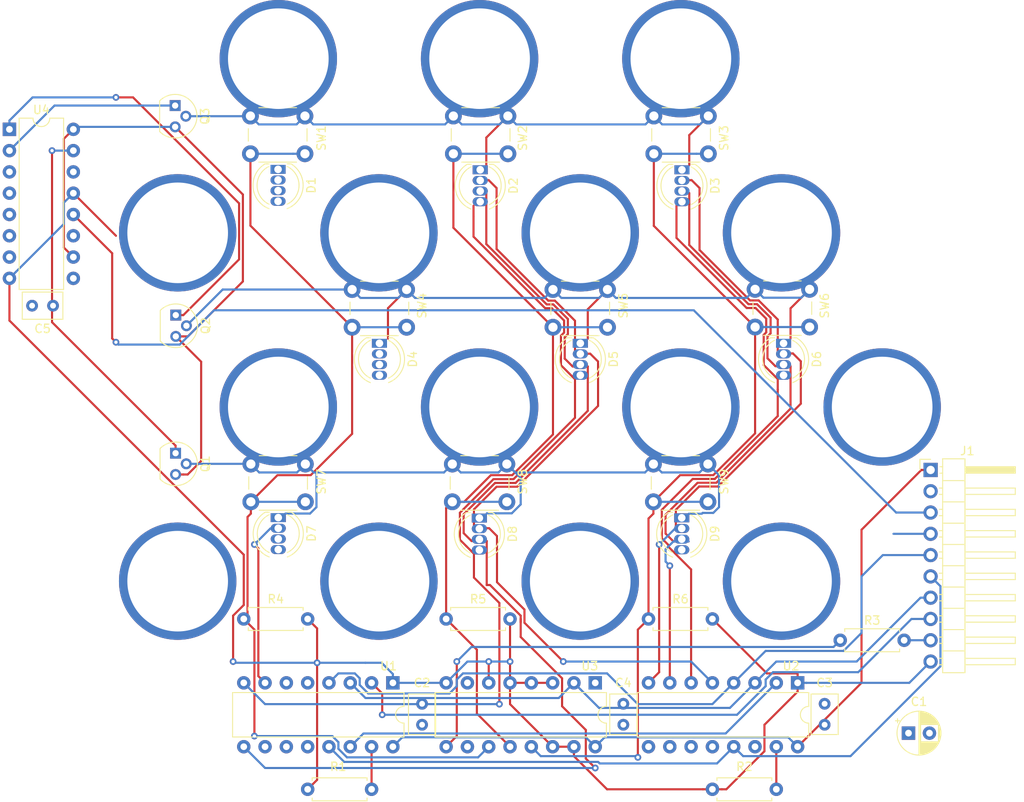
<source format=kicad_pcb>
(kicad_pcb (version 20171130) (host pcbnew "(5.1.2)-1")

  (general
    (thickness 1.6)
    (drawings 0)
    (tracks 494)
    (zones 0)
    (modules 37)
    (nets 48)
  )

  (page A4)
  (layers
    (0 F.Cu signal)
    (31 B.Cu signal)
    (32 B.Adhes user)
    (33 F.Adhes user)
    (34 B.Paste user)
    (35 F.Paste user)
    (36 B.SilkS user)
    (37 F.SilkS user)
    (38 B.Mask user)
    (39 F.Mask user)
    (40 Dwgs.User user)
    (41 Cmts.User user)
    (42 Eco1.User user)
    (43 Eco2.User user)
    (44 Edge.Cuts user)
    (45 Margin user)
    (46 B.CrtYd user)
    (47 F.CrtYd user)
    (48 B.Fab user)
    (49 F.Fab user)
  )

  (setup
    (last_trace_width 0.25)
    (trace_clearance 0.2)
    (zone_clearance 0.508)
    (zone_45_only no)
    (trace_min 0.2)
    (via_size 0.8)
    (via_drill 0.4)
    (via_min_size 0.4)
    (via_min_drill 0.3)
    (user_via 0.6 0.3)
    (user_via 14 12)
    (uvia_size 0.3)
    (uvia_drill 0.1)
    (uvias_allowed no)
    (uvia_min_size 0.2)
    (uvia_min_drill 0.1)
    (edge_width 0.05)
    (segment_width 0.2)
    (pcb_text_width 0.3)
    (pcb_text_size 1.5 1.5)
    (mod_edge_width 0.12)
    (mod_text_size 1 1)
    (mod_text_width 0.15)
    (pad_size 1.524 1.524)
    (pad_drill 0.762)
    (pad_to_mask_clearance 0.051)
    (solder_mask_min_width 0.25)
    (aux_axis_origin 0 0)
    (grid_origin 104.14 95.25)
    (visible_elements 7FFFFFFF)
    (pcbplotparams
      (layerselection 0x010fc_ffffffff)
      (usegerberextensions false)
      (usegerberattributes false)
      (usegerberadvancedattributes false)
      (creategerberjobfile false)
      (excludeedgelayer true)
      (linewidth 0.100000)
      (plotframeref false)
      (viasonmask false)
      (mode 1)
      (useauxorigin false)
      (hpglpennumber 1)
      (hpglpenspeed 20)
      (hpglpendiameter 15.000000)
      (psnegative false)
      (psa4output false)
      (plotreference true)
      (plotvalue true)
      (plotinvisibletext false)
      (padsonsilk false)
      (subtractmaskfromsilk false)
      (outputformat 1)
      (mirror false)
      (drillshape 1)
      (scaleselection 1)
      (outputdirectory ""))
  )

  (net 0 "")
  (net 1 /RowDriverN/RLEDR2)
  (net 2 /RowDriverN/GLEDR2)
  (net 3 /RowDriverN/BLEDR2)
  (net 4 /RowDriverN/RLEDR3)
  (net 5 /RowDriverN/GLEDR3)
  (net 6 /RowDriverN/BLEDR3)
  (net 7 GND)
  (net 8 /MISO)
  (net 9 /MOSI)
  (net 10 /CLK)
  (net 11 /BLANK)
  (net 12 "Net-(J1-Pad2)")
  (net 13 +5V)
  (net 14 "Net-(Q1-Pad1)")
  (net 15 "Net-(Q2-Pad1)")
  (net 16 "Net-(Q3-Pad1)")
  (net 17 "Net-(R1-Pad1)")
  (net 18 "Net-(R2-Pad1)")
  (net 19 "Net-(R3-Pad1)")
  (net 20 /RowDriverN/SWR2)
  (net 21 /RowDriverN/SWR3)
  (net 22 "Net-(U1-Pad14)")
  (net 23 "Net-(U1-Pad12)")
  (net 24 "Net-(U1-Pad11)")
  (net 25 "Net-(U1-Pad10)")
  (net 26 "Net-(U2-Pad14)")
  (net 27 "Net-(U2-Pad12)")
  (net 28 "Net-(U2-Pad11)")
  (net 29 "Net-(U2-Pad10)")
  (net 30 "Net-(U2-Pad9)")
  (net 31 "Net-(U3-Pad7)")
  (net 32 "Net-(U4-Pad7)")
  (net 33 "Net-(U4-Pad6)")
  (net 34 "Net-(U4-Pad5)")
  (net 35 "Net-(U4-Pad4)")
  (net 36 "Net-(U4-Pad3)")
  (net 37 "Net-(U4-Pad9)")
  (net 38 /C3)
  (net 39 /BR1)
  (net 40 /GR1)
  (net 41 /RR1)
  (net 42 /C2)
  (net 43 /C1)
  (net 44 /SWR1)
  (net 45 /~SWCS)
  (net 46 /~LEDCS)
  (net 47 /~CCS)

  (net_class Default "This is the default net class."
    (clearance 0.2)
    (trace_width 0.25)
    (via_dia 0.8)
    (via_drill 0.4)
    (uvia_dia 0.3)
    (uvia_drill 0.1)
    (add_net +5V)
    (add_net /BLANK)
    (add_net /BR1)
    (add_net /C1)
    (add_net /C2)
    (add_net /C3)
    (add_net /CLK)
    (add_net /GR1)
    (add_net /MISO)
    (add_net /MOSI)
    (add_net /RR1)
    (add_net /RowDriverN/BLEDR2)
    (add_net /RowDriverN/BLEDR3)
    (add_net /RowDriverN/GLEDR2)
    (add_net /RowDriverN/GLEDR3)
    (add_net /RowDriverN/RLEDR2)
    (add_net /RowDriverN/RLEDR3)
    (add_net /RowDriverN/SWR2)
    (add_net /RowDriverN/SWR3)
    (add_net /SWR1)
    (add_net /~CCS)
    (add_net /~LEDCS)
    (add_net /~SWCS)
    (add_net GND)
    (add_net "Net-(J1-Pad2)")
    (add_net "Net-(Q1-Pad1)")
    (add_net "Net-(Q2-Pad1)")
    (add_net "Net-(Q3-Pad1)")
    (add_net "Net-(R1-Pad1)")
    (add_net "Net-(R2-Pad1)")
    (add_net "Net-(R3-Pad1)")
    (add_net "Net-(U1-Pad10)")
    (add_net "Net-(U1-Pad11)")
    (add_net "Net-(U1-Pad12)")
    (add_net "Net-(U1-Pad14)")
    (add_net "Net-(U2-Pad10)")
    (add_net "Net-(U2-Pad11)")
    (add_net "Net-(U2-Pad12)")
    (add_net "Net-(U2-Pad14)")
    (add_net "Net-(U2-Pad9)")
    (add_net "Net-(U3-Pad7)")
    (add_net "Net-(U4-Pad3)")
    (add_net "Net-(U4-Pad4)")
    (add_net "Net-(U4-Pad5)")
    (add_net "Net-(U4-Pad6)")
    (add_net "Net-(U4-Pad7)")
    (add_net "Net-(U4-Pad9)")
  )

  (module Capacitor_THT:C_Rect_L4.6mm_W3.0mm_P2.50mm_MKS02_FKP02 (layer F.Cu) (tedit 5AE50EF0) (tstamp 5E1A1D20)
    (at 33.14 50.25 180)
    (descr "C, Rect series, Radial, pin pitch=2.50mm, , length*width=4.6*3.0mm^2, Capacitor, http://www.wima.de/DE/WIMA_MKS_02.pdf")
    (tags "C Rect series Radial pin pitch 2.50mm  length 4.6mm width 3.0mm Capacitor")
    (path /5DDB4C70/5E1D2D66)
    (fp_text reference C5 (at 1.25 -2.75) (layer F.SilkS)
      (effects (font (size 1 1) (thickness 0.15)))
    )
    (fp_text value 0.1uF (at 1.25 2.75) (layer F.Fab)
      (effects (font (size 1 1) (thickness 0.15)))
    )
    (fp_text user %R (at 1.25 0) (layer F.Fab)
      (effects (font (size 0.92 0.92) (thickness 0.138)))
    )
    (fp_line (start 3.8 -1.75) (end -1.3 -1.75) (layer F.CrtYd) (width 0.05))
    (fp_line (start 3.8 1.75) (end 3.8 -1.75) (layer F.CrtYd) (width 0.05))
    (fp_line (start -1.3 1.75) (end 3.8 1.75) (layer F.CrtYd) (width 0.05))
    (fp_line (start -1.3 -1.75) (end -1.3 1.75) (layer F.CrtYd) (width 0.05))
    (fp_line (start 3.67 -1.62) (end 3.67 1.62) (layer F.SilkS) (width 0.12))
    (fp_line (start -1.17 -1.62) (end -1.17 1.62) (layer F.SilkS) (width 0.12))
    (fp_line (start -1.17 1.62) (end 3.67 1.62) (layer F.SilkS) (width 0.12))
    (fp_line (start -1.17 -1.62) (end 3.67 -1.62) (layer F.SilkS) (width 0.12))
    (fp_line (start 3.55 -1.5) (end -1.05 -1.5) (layer F.Fab) (width 0.1))
    (fp_line (start 3.55 1.5) (end 3.55 -1.5) (layer F.Fab) (width 0.1))
    (fp_line (start -1.05 1.5) (end 3.55 1.5) (layer F.Fab) (width 0.1))
    (fp_line (start -1.05 -1.5) (end -1.05 1.5) (layer F.Fab) (width 0.1))
    (pad 2 thru_hole circle (at 2.5 0 180) (size 1.4 1.4) (drill 0.7) (layers *.Cu *.Mask)
      (net 7 GND))
    (pad 1 thru_hole circle (at 0 0 180) (size 1.4 1.4) (drill 0.7) (layers *.Cu *.Mask)
      (net 13 +5V))
    (model ${KISYS3DMOD}/Capacitor_THT.3dshapes/C_Rect_L4.6mm_W3.0mm_P2.50mm_MKS02_FKP02.wrl
      (at (xyz 0 0 0))
      (scale (xyz 1 1 1))
      (rotate (xyz 0 0 0))
    )
  )

  (module Capacitor_THT:C_Rect_L4.6mm_W3.0mm_P2.50mm_MKS02_FKP02 (layer F.Cu) (tedit 5AE50EF0) (tstamp 5E1A1163)
    (at 101.14 100.25 90)
    (descr "C, Rect series, Radial, pin pitch=2.50mm, , length*width=4.6*3.0mm^2, Capacitor, http://www.wima.de/DE/WIMA_MKS_02.pdf")
    (tags "C Rect series Radial pin pitch 2.50mm  length 4.6mm width 3.0mm Capacitor")
    (path /5DDB4FE6/5E1DC868)
    (fp_text reference C4 (at 5 0 180) (layer F.SilkS)
      (effects (font (size 1 1) (thickness 0.15)))
    )
    (fp_text value 0.1uF (at 1.25 2.75 90) (layer F.Fab)
      (effects (font (size 1 1) (thickness 0.15)))
    )
    (fp_text user %R (at 1.25 0 90) (layer F.Fab)
      (effects (font (size 0.92 0.92) (thickness 0.138)))
    )
    (fp_line (start 3.8 -1.75) (end -1.3 -1.75) (layer F.CrtYd) (width 0.05))
    (fp_line (start 3.8 1.75) (end 3.8 -1.75) (layer F.CrtYd) (width 0.05))
    (fp_line (start -1.3 1.75) (end 3.8 1.75) (layer F.CrtYd) (width 0.05))
    (fp_line (start -1.3 -1.75) (end -1.3 1.75) (layer F.CrtYd) (width 0.05))
    (fp_line (start 3.67 -1.62) (end 3.67 1.62) (layer F.SilkS) (width 0.12))
    (fp_line (start -1.17 -1.62) (end -1.17 1.62) (layer F.SilkS) (width 0.12))
    (fp_line (start -1.17 1.62) (end 3.67 1.62) (layer F.SilkS) (width 0.12))
    (fp_line (start -1.17 -1.62) (end 3.67 -1.62) (layer F.SilkS) (width 0.12))
    (fp_line (start 3.55 -1.5) (end -1.05 -1.5) (layer F.Fab) (width 0.1))
    (fp_line (start 3.55 1.5) (end 3.55 -1.5) (layer F.Fab) (width 0.1))
    (fp_line (start -1.05 1.5) (end 3.55 1.5) (layer F.Fab) (width 0.1))
    (fp_line (start -1.05 -1.5) (end -1.05 1.5) (layer F.Fab) (width 0.1))
    (pad 2 thru_hole circle (at 2.5 0 90) (size 1.4 1.4) (drill 0.7) (layers *.Cu *.Mask)
      (net 7 GND))
    (pad 1 thru_hole circle (at 0 0 90) (size 1.4 1.4) (drill 0.7) (layers *.Cu *.Mask)
      (net 13 +5V))
    (model ${KISYS3DMOD}/Capacitor_THT.3dshapes/C_Rect_L4.6mm_W3.0mm_P2.50mm_MKS02_FKP02.wrl
      (at (xyz 0 0 0))
      (scale (xyz 1 1 1))
      (rotate (xyz 0 0 0))
    )
  )

  (module Capacitor_THT:C_Rect_L4.6mm_W3.0mm_P2.50mm_MKS02_FKP02 (layer F.Cu) (tedit 5AE50EF0) (tstamp 5E1A1C8E)
    (at 125.14 100.25 90)
    (descr "C, Rect series, Radial, pin pitch=2.50mm, , length*width=4.6*3.0mm^2, Capacitor, http://www.wima.de/DE/WIMA_MKS_02.pdf")
    (tags "C Rect series Radial pin pitch 2.50mm  length 4.6mm width 3.0mm Capacitor")
    (path /5DDB4FE6/5E1DD248)
    (fp_text reference C3 (at 5 0 180) (layer F.SilkS)
      (effects (font (size 1 1) (thickness 0.15)))
    )
    (fp_text value 0.1uF (at 1.25 2.75 90) (layer F.Fab)
      (effects (font (size 1 1) (thickness 0.15)))
    )
    (fp_text user %R (at 1.25 0 90) (layer F.Fab)
      (effects (font (size 0.92 0.92) (thickness 0.138)))
    )
    (fp_line (start 3.8 -1.75) (end -1.3 -1.75) (layer F.CrtYd) (width 0.05))
    (fp_line (start 3.8 1.75) (end 3.8 -1.75) (layer F.CrtYd) (width 0.05))
    (fp_line (start -1.3 1.75) (end 3.8 1.75) (layer F.CrtYd) (width 0.05))
    (fp_line (start -1.3 -1.75) (end -1.3 1.75) (layer F.CrtYd) (width 0.05))
    (fp_line (start 3.67 -1.62) (end 3.67 1.62) (layer F.SilkS) (width 0.12))
    (fp_line (start -1.17 -1.62) (end -1.17 1.62) (layer F.SilkS) (width 0.12))
    (fp_line (start -1.17 1.62) (end 3.67 1.62) (layer F.SilkS) (width 0.12))
    (fp_line (start -1.17 -1.62) (end 3.67 -1.62) (layer F.SilkS) (width 0.12))
    (fp_line (start 3.55 -1.5) (end -1.05 -1.5) (layer F.Fab) (width 0.1))
    (fp_line (start 3.55 1.5) (end 3.55 -1.5) (layer F.Fab) (width 0.1))
    (fp_line (start -1.05 1.5) (end 3.55 1.5) (layer F.Fab) (width 0.1))
    (fp_line (start -1.05 -1.5) (end -1.05 1.5) (layer F.Fab) (width 0.1))
    (pad 2 thru_hole circle (at 2.5 0 90) (size 1.4 1.4) (drill 0.7) (layers *.Cu *.Mask)
      (net 7 GND))
    (pad 1 thru_hole circle (at 0 0 90) (size 1.4 1.4) (drill 0.7) (layers *.Cu *.Mask)
      (net 13 +5V))
    (model ${KISYS3DMOD}/Capacitor_THT.3dshapes/C_Rect_L4.6mm_W3.0mm_P2.50mm_MKS02_FKP02.wrl
      (at (xyz 0 0 0))
      (scale (xyz 1 1 1))
      (rotate (xyz 0 0 0))
    )
  )

  (module Capacitor_THT:C_Rect_L4.6mm_W3.0mm_P2.50mm_MKS02_FKP02 (layer F.Cu) (tedit 5AE50EF0) (tstamp 5E1A1BFC)
    (at 77.14 100.25 90)
    (descr "C, Rect series, Radial, pin pitch=2.50mm, , length*width=4.6*3.0mm^2, Capacitor, http://www.wima.de/DE/WIMA_MKS_02.pdf")
    (tags "C Rect series Radial pin pitch 2.50mm  length 4.6mm width 3.0mm Capacitor")
    (path /5DDB4FE6/5E1DE0A8)
    (fp_text reference C2 (at 5 0 180) (layer F.SilkS)
      (effects (font (size 1 1) (thickness 0.15)))
    )
    (fp_text value 0.1uF (at 1.25 2.75 90) (layer F.Fab)
      (effects (font (size 1 1) (thickness 0.15)))
    )
    (fp_text user %R (at 1.25 0 90) (layer F.Fab)
      (effects (font (size 0.92 0.92) (thickness 0.138)))
    )
    (fp_line (start 3.8 -1.75) (end -1.3 -1.75) (layer F.CrtYd) (width 0.05))
    (fp_line (start 3.8 1.75) (end 3.8 -1.75) (layer F.CrtYd) (width 0.05))
    (fp_line (start -1.3 1.75) (end 3.8 1.75) (layer F.CrtYd) (width 0.05))
    (fp_line (start -1.3 -1.75) (end -1.3 1.75) (layer F.CrtYd) (width 0.05))
    (fp_line (start 3.67 -1.62) (end 3.67 1.62) (layer F.SilkS) (width 0.12))
    (fp_line (start -1.17 -1.62) (end -1.17 1.62) (layer F.SilkS) (width 0.12))
    (fp_line (start -1.17 1.62) (end 3.67 1.62) (layer F.SilkS) (width 0.12))
    (fp_line (start -1.17 -1.62) (end 3.67 -1.62) (layer F.SilkS) (width 0.12))
    (fp_line (start 3.55 -1.5) (end -1.05 -1.5) (layer F.Fab) (width 0.1))
    (fp_line (start 3.55 1.5) (end 3.55 -1.5) (layer F.Fab) (width 0.1))
    (fp_line (start -1.05 1.5) (end 3.55 1.5) (layer F.Fab) (width 0.1))
    (fp_line (start -1.05 -1.5) (end -1.05 1.5) (layer F.Fab) (width 0.1))
    (pad 2 thru_hole circle (at 2.5 0 90) (size 1.4 1.4) (drill 0.7) (layers *.Cu *.Mask)
      (net 7 GND))
    (pad 1 thru_hole circle (at 0 0 90) (size 1.4 1.4) (drill 0.7) (layers *.Cu *.Mask)
      (net 13 +5V))
    (model ${KISYS3DMOD}/Capacitor_THT.3dshapes/C_Rect_L4.6mm_W3.0mm_P2.50mm_MKS02_FKP02.wrl
      (at (xyz 0 0 0))
      (scale (xyz 1 1 1))
      (rotate (xyz 0 0 0))
    )
  )

  (module Capacitor_THT:CP_Radial_D5.0mm_P2.50mm (layer F.Cu) (tedit 5AE50EF0) (tstamp 5E1A112A)
    (at 135.14 101.25)
    (descr "CP, Radial series, Radial, pin pitch=2.50mm, , diameter=5mm, Electrolytic Capacitor")
    (tags "CP Radial series Radial pin pitch 2.50mm  diameter 5mm Electrolytic Capacitor")
    (path /5DE44E3C)
    (fp_text reference C1 (at 1.25 -3.75) (layer F.SilkS)
      (effects (font (size 1 1) (thickness 0.15)))
    )
    (fp_text value 1uF (at 1.25 3.75) (layer F.Fab)
      (effects (font (size 1 1) (thickness 0.15)))
    )
    (fp_text user %R (at 1.25 0) (layer F.Fab)
      (effects (font (size 1 1) (thickness 0.15)))
    )
    (fp_line (start -1.304775 -1.725) (end -1.304775 -1.225) (layer F.SilkS) (width 0.12))
    (fp_line (start -1.554775 -1.475) (end -1.054775 -1.475) (layer F.SilkS) (width 0.12))
    (fp_line (start 3.851 -0.284) (end 3.851 0.284) (layer F.SilkS) (width 0.12))
    (fp_line (start 3.811 -0.518) (end 3.811 0.518) (layer F.SilkS) (width 0.12))
    (fp_line (start 3.771 -0.677) (end 3.771 0.677) (layer F.SilkS) (width 0.12))
    (fp_line (start 3.731 -0.805) (end 3.731 0.805) (layer F.SilkS) (width 0.12))
    (fp_line (start 3.691 -0.915) (end 3.691 0.915) (layer F.SilkS) (width 0.12))
    (fp_line (start 3.651 -1.011) (end 3.651 1.011) (layer F.SilkS) (width 0.12))
    (fp_line (start 3.611 -1.098) (end 3.611 1.098) (layer F.SilkS) (width 0.12))
    (fp_line (start 3.571 -1.178) (end 3.571 1.178) (layer F.SilkS) (width 0.12))
    (fp_line (start 3.531 1.04) (end 3.531 1.251) (layer F.SilkS) (width 0.12))
    (fp_line (start 3.531 -1.251) (end 3.531 -1.04) (layer F.SilkS) (width 0.12))
    (fp_line (start 3.491 1.04) (end 3.491 1.319) (layer F.SilkS) (width 0.12))
    (fp_line (start 3.491 -1.319) (end 3.491 -1.04) (layer F.SilkS) (width 0.12))
    (fp_line (start 3.451 1.04) (end 3.451 1.383) (layer F.SilkS) (width 0.12))
    (fp_line (start 3.451 -1.383) (end 3.451 -1.04) (layer F.SilkS) (width 0.12))
    (fp_line (start 3.411 1.04) (end 3.411 1.443) (layer F.SilkS) (width 0.12))
    (fp_line (start 3.411 -1.443) (end 3.411 -1.04) (layer F.SilkS) (width 0.12))
    (fp_line (start 3.371 1.04) (end 3.371 1.5) (layer F.SilkS) (width 0.12))
    (fp_line (start 3.371 -1.5) (end 3.371 -1.04) (layer F.SilkS) (width 0.12))
    (fp_line (start 3.331 1.04) (end 3.331 1.554) (layer F.SilkS) (width 0.12))
    (fp_line (start 3.331 -1.554) (end 3.331 -1.04) (layer F.SilkS) (width 0.12))
    (fp_line (start 3.291 1.04) (end 3.291 1.605) (layer F.SilkS) (width 0.12))
    (fp_line (start 3.291 -1.605) (end 3.291 -1.04) (layer F.SilkS) (width 0.12))
    (fp_line (start 3.251 1.04) (end 3.251 1.653) (layer F.SilkS) (width 0.12))
    (fp_line (start 3.251 -1.653) (end 3.251 -1.04) (layer F.SilkS) (width 0.12))
    (fp_line (start 3.211 1.04) (end 3.211 1.699) (layer F.SilkS) (width 0.12))
    (fp_line (start 3.211 -1.699) (end 3.211 -1.04) (layer F.SilkS) (width 0.12))
    (fp_line (start 3.171 1.04) (end 3.171 1.743) (layer F.SilkS) (width 0.12))
    (fp_line (start 3.171 -1.743) (end 3.171 -1.04) (layer F.SilkS) (width 0.12))
    (fp_line (start 3.131 1.04) (end 3.131 1.785) (layer F.SilkS) (width 0.12))
    (fp_line (start 3.131 -1.785) (end 3.131 -1.04) (layer F.SilkS) (width 0.12))
    (fp_line (start 3.091 1.04) (end 3.091 1.826) (layer F.SilkS) (width 0.12))
    (fp_line (start 3.091 -1.826) (end 3.091 -1.04) (layer F.SilkS) (width 0.12))
    (fp_line (start 3.051 1.04) (end 3.051 1.864) (layer F.SilkS) (width 0.12))
    (fp_line (start 3.051 -1.864) (end 3.051 -1.04) (layer F.SilkS) (width 0.12))
    (fp_line (start 3.011 1.04) (end 3.011 1.901) (layer F.SilkS) (width 0.12))
    (fp_line (start 3.011 -1.901) (end 3.011 -1.04) (layer F.SilkS) (width 0.12))
    (fp_line (start 2.971 1.04) (end 2.971 1.937) (layer F.SilkS) (width 0.12))
    (fp_line (start 2.971 -1.937) (end 2.971 -1.04) (layer F.SilkS) (width 0.12))
    (fp_line (start 2.931 1.04) (end 2.931 1.971) (layer F.SilkS) (width 0.12))
    (fp_line (start 2.931 -1.971) (end 2.931 -1.04) (layer F.SilkS) (width 0.12))
    (fp_line (start 2.891 1.04) (end 2.891 2.004) (layer F.SilkS) (width 0.12))
    (fp_line (start 2.891 -2.004) (end 2.891 -1.04) (layer F.SilkS) (width 0.12))
    (fp_line (start 2.851 1.04) (end 2.851 2.035) (layer F.SilkS) (width 0.12))
    (fp_line (start 2.851 -2.035) (end 2.851 -1.04) (layer F.SilkS) (width 0.12))
    (fp_line (start 2.811 1.04) (end 2.811 2.065) (layer F.SilkS) (width 0.12))
    (fp_line (start 2.811 -2.065) (end 2.811 -1.04) (layer F.SilkS) (width 0.12))
    (fp_line (start 2.771 1.04) (end 2.771 2.095) (layer F.SilkS) (width 0.12))
    (fp_line (start 2.771 -2.095) (end 2.771 -1.04) (layer F.SilkS) (width 0.12))
    (fp_line (start 2.731 1.04) (end 2.731 2.122) (layer F.SilkS) (width 0.12))
    (fp_line (start 2.731 -2.122) (end 2.731 -1.04) (layer F.SilkS) (width 0.12))
    (fp_line (start 2.691 1.04) (end 2.691 2.149) (layer F.SilkS) (width 0.12))
    (fp_line (start 2.691 -2.149) (end 2.691 -1.04) (layer F.SilkS) (width 0.12))
    (fp_line (start 2.651 1.04) (end 2.651 2.175) (layer F.SilkS) (width 0.12))
    (fp_line (start 2.651 -2.175) (end 2.651 -1.04) (layer F.SilkS) (width 0.12))
    (fp_line (start 2.611 1.04) (end 2.611 2.2) (layer F.SilkS) (width 0.12))
    (fp_line (start 2.611 -2.2) (end 2.611 -1.04) (layer F.SilkS) (width 0.12))
    (fp_line (start 2.571 1.04) (end 2.571 2.224) (layer F.SilkS) (width 0.12))
    (fp_line (start 2.571 -2.224) (end 2.571 -1.04) (layer F.SilkS) (width 0.12))
    (fp_line (start 2.531 1.04) (end 2.531 2.247) (layer F.SilkS) (width 0.12))
    (fp_line (start 2.531 -2.247) (end 2.531 -1.04) (layer F.SilkS) (width 0.12))
    (fp_line (start 2.491 1.04) (end 2.491 2.268) (layer F.SilkS) (width 0.12))
    (fp_line (start 2.491 -2.268) (end 2.491 -1.04) (layer F.SilkS) (width 0.12))
    (fp_line (start 2.451 1.04) (end 2.451 2.29) (layer F.SilkS) (width 0.12))
    (fp_line (start 2.451 -2.29) (end 2.451 -1.04) (layer F.SilkS) (width 0.12))
    (fp_line (start 2.411 1.04) (end 2.411 2.31) (layer F.SilkS) (width 0.12))
    (fp_line (start 2.411 -2.31) (end 2.411 -1.04) (layer F.SilkS) (width 0.12))
    (fp_line (start 2.371 1.04) (end 2.371 2.329) (layer F.SilkS) (width 0.12))
    (fp_line (start 2.371 -2.329) (end 2.371 -1.04) (layer F.SilkS) (width 0.12))
    (fp_line (start 2.331 1.04) (end 2.331 2.348) (layer F.SilkS) (width 0.12))
    (fp_line (start 2.331 -2.348) (end 2.331 -1.04) (layer F.SilkS) (width 0.12))
    (fp_line (start 2.291 1.04) (end 2.291 2.365) (layer F.SilkS) (width 0.12))
    (fp_line (start 2.291 -2.365) (end 2.291 -1.04) (layer F.SilkS) (width 0.12))
    (fp_line (start 2.251 1.04) (end 2.251 2.382) (layer F.SilkS) (width 0.12))
    (fp_line (start 2.251 -2.382) (end 2.251 -1.04) (layer F.SilkS) (width 0.12))
    (fp_line (start 2.211 1.04) (end 2.211 2.398) (layer F.SilkS) (width 0.12))
    (fp_line (start 2.211 -2.398) (end 2.211 -1.04) (layer F.SilkS) (width 0.12))
    (fp_line (start 2.171 1.04) (end 2.171 2.414) (layer F.SilkS) (width 0.12))
    (fp_line (start 2.171 -2.414) (end 2.171 -1.04) (layer F.SilkS) (width 0.12))
    (fp_line (start 2.131 1.04) (end 2.131 2.428) (layer F.SilkS) (width 0.12))
    (fp_line (start 2.131 -2.428) (end 2.131 -1.04) (layer F.SilkS) (width 0.12))
    (fp_line (start 2.091 1.04) (end 2.091 2.442) (layer F.SilkS) (width 0.12))
    (fp_line (start 2.091 -2.442) (end 2.091 -1.04) (layer F.SilkS) (width 0.12))
    (fp_line (start 2.051 1.04) (end 2.051 2.455) (layer F.SilkS) (width 0.12))
    (fp_line (start 2.051 -2.455) (end 2.051 -1.04) (layer F.SilkS) (width 0.12))
    (fp_line (start 2.011 1.04) (end 2.011 2.468) (layer F.SilkS) (width 0.12))
    (fp_line (start 2.011 -2.468) (end 2.011 -1.04) (layer F.SilkS) (width 0.12))
    (fp_line (start 1.971 1.04) (end 1.971 2.48) (layer F.SilkS) (width 0.12))
    (fp_line (start 1.971 -2.48) (end 1.971 -1.04) (layer F.SilkS) (width 0.12))
    (fp_line (start 1.93 1.04) (end 1.93 2.491) (layer F.SilkS) (width 0.12))
    (fp_line (start 1.93 -2.491) (end 1.93 -1.04) (layer F.SilkS) (width 0.12))
    (fp_line (start 1.89 1.04) (end 1.89 2.501) (layer F.SilkS) (width 0.12))
    (fp_line (start 1.89 -2.501) (end 1.89 -1.04) (layer F.SilkS) (width 0.12))
    (fp_line (start 1.85 1.04) (end 1.85 2.511) (layer F.SilkS) (width 0.12))
    (fp_line (start 1.85 -2.511) (end 1.85 -1.04) (layer F.SilkS) (width 0.12))
    (fp_line (start 1.81 1.04) (end 1.81 2.52) (layer F.SilkS) (width 0.12))
    (fp_line (start 1.81 -2.52) (end 1.81 -1.04) (layer F.SilkS) (width 0.12))
    (fp_line (start 1.77 1.04) (end 1.77 2.528) (layer F.SilkS) (width 0.12))
    (fp_line (start 1.77 -2.528) (end 1.77 -1.04) (layer F.SilkS) (width 0.12))
    (fp_line (start 1.73 1.04) (end 1.73 2.536) (layer F.SilkS) (width 0.12))
    (fp_line (start 1.73 -2.536) (end 1.73 -1.04) (layer F.SilkS) (width 0.12))
    (fp_line (start 1.69 1.04) (end 1.69 2.543) (layer F.SilkS) (width 0.12))
    (fp_line (start 1.69 -2.543) (end 1.69 -1.04) (layer F.SilkS) (width 0.12))
    (fp_line (start 1.65 1.04) (end 1.65 2.55) (layer F.SilkS) (width 0.12))
    (fp_line (start 1.65 -2.55) (end 1.65 -1.04) (layer F.SilkS) (width 0.12))
    (fp_line (start 1.61 1.04) (end 1.61 2.556) (layer F.SilkS) (width 0.12))
    (fp_line (start 1.61 -2.556) (end 1.61 -1.04) (layer F.SilkS) (width 0.12))
    (fp_line (start 1.57 1.04) (end 1.57 2.561) (layer F.SilkS) (width 0.12))
    (fp_line (start 1.57 -2.561) (end 1.57 -1.04) (layer F.SilkS) (width 0.12))
    (fp_line (start 1.53 1.04) (end 1.53 2.565) (layer F.SilkS) (width 0.12))
    (fp_line (start 1.53 -2.565) (end 1.53 -1.04) (layer F.SilkS) (width 0.12))
    (fp_line (start 1.49 1.04) (end 1.49 2.569) (layer F.SilkS) (width 0.12))
    (fp_line (start 1.49 -2.569) (end 1.49 -1.04) (layer F.SilkS) (width 0.12))
    (fp_line (start 1.45 -2.573) (end 1.45 2.573) (layer F.SilkS) (width 0.12))
    (fp_line (start 1.41 -2.576) (end 1.41 2.576) (layer F.SilkS) (width 0.12))
    (fp_line (start 1.37 -2.578) (end 1.37 2.578) (layer F.SilkS) (width 0.12))
    (fp_line (start 1.33 -2.579) (end 1.33 2.579) (layer F.SilkS) (width 0.12))
    (fp_line (start 1.29 -2.58) (end 1.29 2.58) (layer F.SilkS) (width 0.12))
    (fp_line (start 1.25 -2.58) (end 1.25 2.58) (layer F.SilkS) (width 0.12))
    (fp_line (start -0.633605 -1.3375) (end -0.633605 -0.8375) (layer F.Fab) (width 0.1))
    (fp_line (start -0.883605 -1.0875) (end -0.383605 -1.0875) (layer F.Fab) (width 0.1))
    (fp_circle (center 1.25 0) (end 4 0) (layer F.CrtYd) (width 0.05))
    (fp_circle (center 1.25 0) (end 3.87 0) (layer F.SilkS) (width 0.12))
    (fp_circle (center 1.25 0) (end 3.75 0) (layer F.Fab) (width 0.1))
    (pad 2 thru_hole circle (at 2.5 0) (size 1.6 1.6) (drill 0.8) (layers *.Cu *.Mask)
      (net 7 GND))
    (pad 1 thru_hole rect (at 0 0) (size 1.6 1.6) (drill 0.8) (layers *.Cu *.Mask)
      (net 13 +5V))
    (model ${KISYS3DMOD}/Capacitor_THT.3dshapes/CP_Radial_D5.0mm_P2.50mm.wrl
      (at (xyz 0 0 0))
      (scale (xyz 1 1 1))
      (rotate (xyz 0 0 0))
    )
  )

  (module LED_THT:LED_D5.0mm-4_RGB (layer F.Cu) (tedit 5B74EEBE) (tstamp 5DE35E3A)
    (at 108.1024 75.565 270)
    (descr "LED, diameter 5.0mm, 2 pins, diameter 5.0mm, 3 pins, diameter 5.0mm, 4 pins, http://www.kingbright.com/attachments/file/psearch/000/00/00/L-154A4SUREQBFZGEW(Ver.9A).pdf")
    (tags "LED diameter 5.0mm 2 pins diameter 5.0mm 3 pins diameter 5.0mm 4 pins RGB RGBLED")
    (path /5DBFA0C8)
    (fp_text reference D9 (at 1.905 -3.96 90) (layer F.SilkS)
      (effects (font (size 1 1) (thickness 0.15)))
    )
    (fp_text value ASMB-MTB0-0A3A2 (at 1.905 3.96 90) (layer F.Fab)
      (effects (font (size 1 1) (thickness 0.15)))
    )
    (fp_text user %R (at 1.905 -3.96 90) (layer F.Fab)
      (effects (font (size 1 1) (thickness 0.15)))
    )
    (fp_line (start 5.15 -3.25) (end -1.35 -3.25) (layer F.CrtYd) (width 0.05))
    (fp_line (start 5.15 3.25) (end 5.15 -3.25) (layer F.CrtYd) (width 0.05))
    (fp_line (start -1.35 3.25) (end 5.15 3.25) (layer F.CrtYd) (width 0.05))
    (fp_line (start -1.35 -3.25) (end -1.35 3.25) (layer F.CrtYd) (width 0.05))
    (fp_line (start -0.655 1.08) (end -0.655 1.545) (layer F.SilkS) (width 0.12))
    (fp_line (start -0.655 -1.545) (end -0.655 -1.08) (layer F.SilkS) (width 0.12))
    (fp_line (start -0.595 -1.469694) (end -0.595 1.469694) (layer F.Fab) (width 0.1))
    (fp_circle (center 1.905 0) (end 4.405 0) (layer F.Fab) (width 0.1))
    (fp_arc (start 1.905 0) (end -0.349684 1.08) (angle -128.8) (layer F.SilkS) (width 0.12))
    (fp_arc (start 1.905 0) (end -0.349684 -1.08) (angle 128.8) (layer F.SilkS) (width 0.12))
    (fp_arc (start 1.905 0) (end -0.655 1.54483) (angle -127.7) (layer F.SilkS) (width 0.12))
    (fp_arc (start 1.905 0) (end -0.655 -1.54483) (angle 127.7) (layer F.SilkS) (width 0.12))
    (fp_arc (start 1.905 0) (end -0.595 -1.469694) (angle 299.1) (layer F.Fab) (width 0.1))
    (pad 4 thru_hole oval (at 3.81 0 270) (size 1.07 1.8) (drill 0.9) (layers *.Cu *.Mask)
      (net 4 /RowDriverN/RLEDR3))
    (pad 3 thru_hole oval (at 2.54 0 270) (size 1.07 1.8) (drill 0.9) (layers *.Cu *.Mask)
      (net 5 /RowDriverN/GLEDR3))
    (pad 2 thru_hole oval (at 1.27 0 270) (size 1.07 1.8) (drill 0.9) (layers *.Cu *.Mask)
      (net 6 /RowDriverN/BLEDR3))
    (pad 1 thru_hole rect (at 0 0 270) (size 1.07 1.8) (drill 0.9) (layers *.Cu *.Mask)
      (net 43 /C1))
    (model ${KISYS3DMOD}/LED_THT.3dshapes/LED_D5.0mm-4_RGB.wrl
      (at (xyz 0 0 0))
      (scale (xyz 1 1 1))
      (rotate (xyz 0 0 0))
    )
  )

  (module LED_THT:LED_D5.0mm-4_RGB (layer F.Cu) (tedit 5B74EEBE) (tstamp 5DE35E24)
    (at 83.9724 75.5904 270)
    (descr "LED, diameter 5.0mm, 2 pins, diameter 5.0mm, 3 pins, diameter 5.0mm, 4 pins, http://www.kingbright.com/attachments/file/psearch/000/00/00/L-154A4SUREQBFZGEW(Ver.9A).pdf")
    (tags "LED diameter 5.0mm 2 pins diameter 5.0mm 3 pins diameter 5.0mm 4 pins RGB RGBLED")
    (path /5DBF7B43)
    (fp_text reference D8 (at 1.905 -3.96 90) (layer F.SilkS)
      (effects (font (size 1 1) (thickness 0.15)))
    )
    (fp_text value ASMB-MTB0-0A3A2 (at 1.905 3.96 90) (layer F.Fab)
      (effects (font (size 1 1) (thickness 0.15)))
    )
    (fp_text user %R (at 1.905 -3.96 90) (layer F.Fab)
      (effects (font (size 1 1) (thickness 0.15)))
    )
    (fp_line (start 5.15 -3.25) (end -1.35 -3.25) (layer F.CrtYd) (width 0.05))
    (fp_line (start 5.15 3.25) (end 5.15 -3.25) (layer F.CrtYd) (width 0.05))
    (fp_line (start -1.35 3.25) (end 5.15 3.25) (layer F.CrtYd) (width 0.05))
    (fp_line (start -1.35 -3.25) (end -1.35 3.25) (layer F.CrtYd) (width 0.05))
    (fp_line (start -0.655 1.08) (end -0.655 1.545) (layer F.SilkS) (width 0.12))
    (fp_line (start -0.655 -1.545) (end -0.655 -1.08) (layer F.SilkS) (width 0.12))
    (fp_line (start -0.595 -1.469694) (end -0.595 1.469694) (layer F.Fab) (width 0.1))
    (fp_circle (center 1.905 0) (end 4.405 0) (layer F.Fab) (width 0.1))
    (fp_arc (start 1.905 0) (end -0.349684 1.08) (angle -128.8) (layer F.SilkS) (width 0.12))
    (fp_arc (start 1.905 0) (end -0.349684 -1.08) (angle 128.8) (layer F.SilkS) (width 0.12))
    (fp_arc (start 1.905 0) (end -0.655 1.54483) (angle -127.7) (layer F.SilkS) (width 0.12))
    (fp_arc (start 1.905 0) (end -0.655 -1.54483) (angle 127.7) (layer F.SilkS) (width 0.12))
    (fp_arc (start 1.905 0) (end -0.595 -1.469694) (angle 299.1) (layer F.Fab) (width 0.1))
    (pad 4 thru_hole oval (at 3.81 0 270) (size 1.07 1.8) (drill 0.9) (layers *.Cu *.Mask)
      (net 1 /RowDriverN/RLEDR2))
    (pad 3 thru_hole oval (at 2.54 0 270) (size 1.07 1.8) (drill 0.9) (layers *.Cu *.Mask)
      (net 2 /RowDriverN/GLEDR2))
    (pad 2 thru_hole oval (at 1.27 0 270) (size 1.07 1.8) (drill 0.9) (layers *.Cu *.Mask)
      (net 3 /RowDriverN/BLEDR2))
    (pad 1 thru_hole rect (at 0 0 270) (size 1.07 1.8) (drill 0.9) (layers *.Cu *.Mask)
      (net 43 /C1))
    (model ${KISYS3DMOD}/LED_THT.3dshapes/LED_D5.0mm-4_RGB.wrl
      (at (xyz 0 0 0))
      (scale (xyz 1 1 1))
      (rotate (xyz 0 0 0))
    )
  )

  (module LED_THT:LED_D5.0mm-4_RGB (layer F.Cu) (tedit 5B74EEBE) (tstamp 5DE35E0E)
    (at 59.9948 75.5396 270)
    (descr "LED, diameter 5.0mm, 2 pins, diameter 5.0mm, 3 pins, diameter 5.0mm, 4 pins, http://www.kingbright.com/attachments/file/psearch/000/00/00/L-154A4SUREQBFZGEW(Ver.9A).pdf")
    (tags "LED diameter 5.0mm 2 pins diameter 5.0mm 3 pins diameter 5.0mm 4 pins RGB RGBLED")
    (path /5DBE8B8E)
    (fp_text reference D7 (at 1.905 -3.96 90) (layer F.SilkS)
      (effects (font (size 1 1) (thickness 0.15)))
    )
    (fp_text value ASMB-MTB0-0A3A2 (at 1.905 3.96 90) (layer F.Fab)
      (effects (font (size 1 1) (thickness 0.15)))
    )
    (fp_text user %R (at 1.905 -3.96 90) (layer F.Fab)
      (effects (font (size 1 1) (thickness 0.15)))
    )
    (fp_line (start 5.15 -3.25) (end -1.35 -3.25) (layer F.CrtYd) (width 0.05))
    (fp_line (start 5.15 3.25) (end 5.15 -3.25) (layer F.CrtYd) (width 0.05))
    (fp_line (start -1.35 3.25) (end 5.15 3.25) (layer F.CrtYd) (width 0.05))
    (fp_line (start -1.35 -3.25) (end -1.35 3.25) (layer F.CrtYd) (width 0.05))
    (fp_line (start -0.655 1.08) (end -0.655 1.545) (layer F.SilkS) (width 0.12))
    (fp_line (start -0.655 -1.545) (end -0.655 -1.08) (layer F.SilkS) (width 0.12))
    (fp_line (start -0.595 -1.469694) (end -0.595 1.469694) (layer F.Fab) (width 0.1))
    (fp_circle (center 1.905 0) (end 4.405 0) (layer F.Fab) (width 0.1))
    (fp_arc (start 1.905 0) (end -0.349684 1.08) (angle -128.8) (layer F.SilkS) (width 0.12))
    (fp_arc (start 1.905 0) (end -0.349684 -1.08) (angle 128.8) (layer F.SilkS) (width 0.12))
    (fp_arc (start 1.905 0) (end -0.655 1.54483) (angle -127.7) (layer F.SilkS) (width 0.12))
    (fp_arc (start 1.905 0) (end -0.655 -1.54483) (angle 127.7) (layer F.SilkS) (width 0.12))
    (fp_arc (start 1.905 0) (end -0.595 -1.469694) (angle 299.1) (layer F.Fab) (width 0.1))
    (pad 4 thru_hole oval (at 3.81 0 270) (size 1.07 1.8) (drill 0.9) (layers *.Cu *.Mask)
      (net 41 /RR1))
    (pad 3 thru_hole oval (at 2.54 0 270) (size 1.07 1.8) (drill 0.9) (layers *.Cu *.Mask)
      (net 40 /GR1))
    (pad 2 thru_hole oval (at 1.27 0 270) (size 1.07 1.8) (drill 0.9) (layers *.Cu *.Mask)
      (net 39 /BR1))
    (pad 1 thru_hole rect (at 0 0 270) (size 1.07 1.8) (drill 0.9) (layers *.Cu *.Mask)
      (net 43 /C1))
    (model ${KISYS3DMOD}/LED_THT.3dshapes/LED_D5.0mm-4_RGB.wrl
      (at (xyz 0 0 0))
      (scale (xyz 1 1 1))
      (rotate (xyz 0 0 0))
    )
  )

  (module LED_THT:LED_D5.0mm-4_RGB (layer F.Cu) (tedit 5B74EEBE) (tstamp 5DE35DF8)
    (at 120.2436 54.737 270)
    (descr "LED, diameter 5.0mm, 2 pins, diameter 5.0mm, 3 pins, diameter 5.0mm, 4 pins, http://www.kingbright.com/attachments/file/psearch/000/00/00/L-154A4SUREQBFZGEW(Ver.9A).pdf")
    (tags "LED diameter 5.0mm 2 pins diameter 5.0mm 3 pins diameter 5.0mm 4 pins RGB RGBLED")
    (path /5DBFA0C2)
    (fp_text reference D6 (at 1.905 -3.96 90) (layer F.SilkS)
      (effects (font (size 1 1) (thickness 0.15)))
    )
    (fp_text value ASMB-MTB0-0A3A2 (at 1.905 3.96 90) (layer F.Fab)
      (effects (font (size 1 1) (thickness 0.15)))
    )
    (fp_text user %R (at 1.905 -3.96 90) (layer F.Fab)
      (effects (font (size 1 1) (thickness 0.15)))
    )
    (fp_line (start 5.15 -3.25) (end -1.35 -3.25) (layer F.CrtYd) (width 0.05))
    (fp_line (start 5.15 3.25) (end 5.15 -3.25) (layer F.CrtYd) (width 0.05))
    (fp_line (start -1.35 3.25) (end 5.15 3.25) (layer F.CrtYd) (width 0.05))
    (fp_line (start -1.35 -3.25) (end -1.35 3.25) (layer F.CrtYd) (width 0.05))
    (fp_line (start -0.655 1.08) (end -0.655 1.545) (layer F.SilkS) (width 0.12))
    (fp_line (start -0.655 -1.545) (end -0.655 -1.08) (layer F.SilkS) (width 0.12))
    (fp_line (start -0.595 -1.469694) (end -0.595 1.469694) (layer F.Fab) (width 0.1))
    (fp_circle (center 1.905 0) (end 4.405 0) (layer F.Fab) (width 0.1))
    (fp_arc (start 1.905 0) (end -0.349684 1.08) (angle -128.8) (layer F.SilkS) (width 0.12))
    (fp_arc (start 1.905 0) (end -0.349684 -1.08) (angle 128.8) (layer F.SilkS) (width 0.12))
    (fp_arc (start 1.905 0) (end -0.655 1.54483) (angle -127.7) (layer F.SilkS) (width 0.12))
    (fp_arc (start 1.905 0) (end -0.655 -1.54483) (angle 127.7) (layer F.SilkS) (width 0.12))
    (fp_arc (start 1.905 0) (end -0.595 -1.469694) (angle 299.1) (layer F.Fab) (width 0.1))
    (pad 4 thru_hole oval (at 3.81 0 270) (size 1.07 1.8) (drill 0.9) (layers *.Cu *.Mask)
      (net 4 /RowDriverN/RLEDR3))
    (pad 3 thru_hole oval (at 2.54 0 270) (size 1.07 1.8) (drill 0.9) (layers *.Cu *.Mask)
      (net 5 /RowDriverN/GLEDR3))
    (pad 2 thru_hole oval (at 1.27 0 270) (size 1.07 1.8) (drill 0.9) (layers *.Cu *.Mask)
      (net 6 /RowDriverN/BLEDR3))
    (pad 1 thru_hole rect (at 0 0 270) (size 1.07 1.8) (drill 0.9) (layers *.Cu *.Mask)
      (net 42 /C2))
    (model ${KISYS3DMOD}/LED_THT.3dshapes/LED_D5.0mm-4_RGB.wrl
      (at (xyz 0 0 0))
      (scale (xyz 1 1 1))
      (rotate (xyz 0 0 0))
    )
  )

  (module LED_THT:LED_D5.0mm-4_RGB (layer F.Cu) (tedit 5B74EEBE) (tstamp 5DE35DE2)
    (at 96.012 54.737 270)
    (descr "LED, diameter 5.0mm, 2 pins, diameter 5.0mm, 3 pins, diameter 5.0mm, 4 pins, http://www.kingbright.com/attachments/file/psearch/000/00/00/L-154A4SUREQBFZGEW(Ver.9A).pdf")
    (tags "LED diameter 5.0mm 2 pins diameter 5.0mm 3 pins diameter 5.0mm 4 pins RGB RGBLED")
    (path /5DBF7B3D)
    (fp_text reference D5 (at 1.905 -3.96 90) (layer F.SilkS)
      (effects (font (size 1 1) (thickness 0.15)))
    )
    (fp_text value ASMB-MTB0-0A3A2 (at 1.905 3.96 90) (layer F.Fab)
      (effects (font (size 1 1) (thickness 0.15)))
    )
    (fp_text user %R (at 1.905 -3.96 90) (layer F.Fab)
      (effects (font (size 1 1) (thickness 0.15)))
    )
    (fp_line (start 5.15 -3.25) (end -1.35 -3.25) (layer F.CrtYd) (width 0.05))
    (fp_line (start 5.15 3.25) (end 5.15 -3.25) (layer F.CrtYd) (width 0.05))
    (fp_line (start -1.35 3.25) (end 5.15 3.25) (layer F.CrtYd) (width 0.05))
    (fp_line (start -1.35 -3.25) (end -1.35 3.25) (layer F.CrtYd) (width 0.05))
    (fp_line (start -0.655 1.08) (end -0.655 1.545) (layer F.SilkS) (width 0.12))
    (fp_line (start -0.655 -1.545) (end -0.655 -1.08) (layer F.SilkS) (width 0.12))
    (fp_line (start -0.595 -1.469694) (end -0.595 1.469694) (layer F.Fab) (width 0.1))
    (fp_circle (center 1.905 0) (end 4.405 0) (layer F.Fab) (width 0.1))
    (fp_arc (start 1.905 0) (end -0.349684 1.08) (angle -128.8) (layer F.SilkS) (width 0.12))
    (fp_arc (start 1.905 0) (end -0.349684 -1.08) (angle 128.8) (layer F.SilkS) (width 0.12))
    (fp_arc (start 1.905 0) (end -0.655 1.54483) (angle -127.7) (layer F.SilkS) (width 0.12))
    (fp_arc (start 1.905 0) (end -0.655 -1.54483) (angle 127.7) (layer F.SilkS) (width 0.12))
    (fp_arc (start 1.905 0) (end -0.595 -1.469694) (angle 299.1) (layer F.Fab) (width 0.1))
    (pad 4 thru_hole oval (at 3.81 0 270) (size 1.07 1.8) (drill 0.9) (layers *.Cu *.Mask)
      (net 1 /RowDriverN/RLEDR2))
    (pad 3 thru_hole oval (at 2.54 0 270) (size 1.07 1.8) (drill 0.9) (layers *.Cu *.Mask)
      (net 2 /RowDriverN/GLEDR2))
    (pad 2 thru_hole oval (at 1.27 0 270) (size 1.07 1.8) (drill 0.9) (layers *.Cu *.Mask)
      (net 3 /RowDriverN/BLEDR2))
    (pad 1 thru_hole rect (at 0 0 270) (size 1.07 1.8) (drill 0.9) (layers *.Cu *.Mask)
      (net 42 /C2))
    (model ${KISYS3DMOD}/LED_THT.3dshapes/LED_D5.0mm-4_RGB.wrl
      (at (xyz 0 0 0))
      (scale (xyz 1 1 1))
      (rotate (xyz 0 0 0))
    )
  )

  (module LED_THT:LED_D5.0mm-4_RGB (layer F.Cu) (tedit 5B74EEBE) (tstamp 5DE37C0B)
    (at 72.0598 54.737 270)
    (descr "LED, diameter 5.0mm, 2 pins, diameter 5.0mm, 3 pins, diameter 5.0mm, 4 pins, http://www.kingbright.com/attachments/file/psearch/000/00/00/L-154A4SUREQBFZGEW(Ver.9A).pdf")
    (tags "LED diameter 5.0mm 2 pins diameter 5.0mm 3 pins diameter 5.0mm 4 pins RGB RGBLED")
    (path /5DBE61CE)
    (fp_text reference D4 (at 1.905 -3.96 90) (layer F.SilkS)
      (effects (font (size 1 1) (thickness 0.15)))
    )
    (fp_text value ASMB-MTB0-0A3A2 (at 1.905 3.96 90) (layer F.Fab)
      (effects (font (size 1 1) (thickness 0.15)))
    )
    (fp_text user %R (at 1.905 -3.96 90) (layer F.Fab)
      (effects (font (size 1 1) (thickness 0.15)))
    )
    (fp_line (start 5.15 -3.25) (end -1.35 -3.25) (layer F.CrtYd) (width 0.05))
    (fp_line (start 5.15 3.25) (end 5.15 -3.25) (layer F.CrtYd) (width 0.05))
    (fp_line (start -1.35 3.25) (end 5.15 3.25) (layer F.CrtYd) (width 0.05))
    (fp_line (start -1.35 -3.25) (end -1.35 3.25) (layer F.CrtYd) (width 0.05))
    (fp_line (start -0.655 1.08) (end -0.655 1.545) (layer F.SilkS) (width 0.12))
    (fp_line (start -0.655 -1.545) (end -0.655 -1.08) (layer F.SilkS) (width 0.12))
    (fp_line (start -0.595 -1.469694) (end -0.595 1.469694) (layer F.Fab) (width 0.1))
    (fp_circle (center 1.905 0) (end 4.405 0) (layer F.Fab) (width 0.1))
    (fp_arc (start 1.905 0) (end -0.349684 1.08) (angle -128.8) (layer F.SilkS) (width 0.12))
    (fp_arc (start 1.905 0) (end -0.349684 -1.08) (angle 128.8) (layer F.SilkS) (width 0.12))
    (fp_arc (start 1.905 0) (end -0.655 1.54483) (angle -127.7) (layer F.SilkS) (width 0.12))
    (fp_arc (start 1.905 0) (end -0.655 -1.54483) (angle 127.7) (layer F.SilkS) (width 0.12))
    (fp_arc (start 1.905 0) (end -0.595 -1.469694) (angle 299.1) (layer F.Fab) (width 0.1))
    (pad 4 thru_hole oval (at 3.81 0 270) (size 1.07 1.8) (drill 0.9) (layers *.Cu *.Mask)
      (net 41 /RR1))
    (pad 3 thru_hole oval (at 2.54 0 270) (size 1.07 1.8) (drill 0.9) (layers *.Cu *.Mask)
      (net 40 /GR1))
    (pad 2 thru_hole oval (at 1.27 0 270) (size 1.07 1.8) (drill 0.9) (layers *.Cu *.Mask)
      (net 39 /BR1))
    (pad 1 thru_hole rect (at 0 0 270) (size 1.07 1.8) (drill 0.9) (layers *.Cu *.Mask)
      (net 42 /C2))
    (model ${KISYS3DMOD}/LED_THT.3dshapes/LED_D5.0mm-4_RGB.wrl
      (at (xyz 0 0 0))
      (scale (xyz 1 1 1))
      (rotate (xyz 0 0 0))
    )
  )

  (module LED_THT:LED_D5.0mm-4_RGB (layer F.Cu) (tedit 5B74EEBE) (tstamp 5DE35DB6)
    (at 108.1278 34.036 270)
    (descr "LED, diameter 5.0mm, 2 pins, diameter 5.0mm, 3 pins, diameter 5.0mm, 4 pins, http://www.kingbright.com/attachments/file/psearch/000/00/00/L-154A4SUREQBFZGEW(Ver.9A).pdf")
    (tags "LED diameter 5.0mm 2 pins diameter 5.0mm 3 pins diameter 5.0mm 4 pins RGB RGBLED")
    (path /5DBFA0BC)
    (fp_text reference D3 (at 1.905 -3.96 90) (layer F.SilkS)
      (effects (font (size 1 1) (thickness 0.15)))
    )
    (fp_text value ASMB-MTB0-0A3A2 (at 1.905 3.96 90) (layer F.Fab)
      (effects (font (size 1 1) (thickness 0.15)))
    )
    (fp_text user %R (at 1.905 -3.96 90) (layer F.Fab)
      (effects (font (size 1 1) (thickness 0.15)))
    )
    (fp_line (start 5.15 -3.25) (end -1.35 -3.25) (layer F.CrtYd) (width 0.05))
    (fp_line (start 5.15 3.25) (end 5.15 -3.25) (layer F.CrtYd) (width 0.05))
    (fp_line (start -1.35 3.25) (end 5.15 3.25) (layer F.CrtYd) (width 0.05))
    (fp_line (start -1.35 -3.25) (end -1.35 3.25) (layer F.CrtYd) (width 0.05))
    (fp_line (start -0.655 1.08) (end -0.655 1.545) (layer F.SilkS) (width 0.12))
    (fp_line (start -0.655 -1.545) (end -0.655 -1.08) (layer F.SilkS) (width 0.12))
    (fp_line (start -0.595 -1.469694) (end -0.595 1.469694) (layer F.Fab) (width 0.1))
    (fp_circle (center 1.905 0) (end 4.405 0) (layer F.Fab) (width 0.1))
    (fp_arc (start 1.905 0) (end -0.349684 1.08) (angle -128.8) (layer F.SilkS) (width 0.12))
    (fp_arc (start 1.905 0) (end -0.349684 -1.08) (angle 128.8) (layer F.SilkS) (width 0.12))
    (fp_arc (start 1.905 0) (end -0.655 1.54483) (angle -127.7) (layer F.SilkS) (width 0.12))
    (fp_arc (start 1.905 0) (end -0.655 -1.54483) (angle 127.7) (layer F.SilkS) (width 0.12))
    (fp_arc (start 1.905 0) (end -0.595 -1.469694) (angle 299.1) (layer F.Fab) (width 0.1))
    (pad 4 thru_hole oval (at 3.81 0 270) (size 1.07 1.8) (drill 0.9) (layers *.Cu *.Mask)
      (net 4 /RowDriverN/RLEDR3))
    (pad 3 thru_hole oval (at 2.54 0 270) (size 1.07 1.8) (drill 0.9) (layers *.Cu *.Mask)
      (net 5 /RowDriverN/GLEDR3))
    (pad 2 thru_hole oval (at 1.27 0 270) (size 1.07 1.8) (drill 0.9) (layers *.Cu *.Mask)
      (net 6 /RowDriverN/BLEDR3))
    (pad 1 thru_hole rect (at 0 0 270) (size 1.07 1.8) (drill 0.9) (layers *.Cu *.Mask)
      (net 38 /C3))
    (model ${KISYS3DMOD}/LED_THT.3dshapes/LED_D5.0mm-4_RGB.wrl
      (at (xyz 0 0 0))
      (scale (xyz 1 1 1))
      (rotate (xyz 0 0 0))
    )
  )

  (module LED_THT:LED_D5.0mm-4_RGB (layer F.Cu) (tedit 5B74EEBE) (tstamp 5DE35DA0)
    (at 84.074 34.036 270)
    (descr "LED, diameter 5.0mm, 2 pins, diameter 5.0mm, 3 pins, diameter 5.0mm, 4 pins, http://www.kingbright.com/attachments/file/psearch/000/00/00/L-154A4SUREQBFZGEW(Ver.9A).pdf")
    (tags "LED diameter 5.0mm 2 pins diameter 5.0mm 3 pins diameter 5.0mm 4 pins RGB RGBLED")
    (path /5DBF7B37)
    (fp_text reference D2 (at 1.905 -3.96 90) (layer F.SilkS)
      (effects (font (size 1 1) (thickness 0.15)))
    )
    (fp_text value ASMB-MTB0-0A3A2 (at 1.905 3.96 90) (layer F.Fab)
      (effects (font (size 1 1) (thickness 0.15)))
    )
    (fp_text user %R (at 1.905 -3.96 90) (layer F.Fab)
      (effects (font (size 1 1) (thickness 0.15)))
    )
    (fp_line (start 5.15 -3.25) (end -1.35 -3.25) (layer F.CrtYd) (width 0.05))
    (fp_line (start 5.15 3.25) (end 5.15 -3.25) (layer F.CrtYd) (width 0.05))
    (fp_line (start -1.35 3.25) (end 5.15 3.25) (layer F.CrtYd) (width 0.05))
    (fp_line (start -1.35 -3.25) (end -1.35 3.25) (layer F.CrtYd) (width 0.05))
    (fp_line (start -0.655 1.08) (end -0.655 1.545) (layer F.SilkS) (width 0.12))
    (fp_line (start -0.655 -1.545) (end -0.655 -1.08) (layer F.SilkS) (width 0.12))
    (fp_line (start -0.595 -1.469694) (end -0.595 1.469694) (layer F.Fab) (width 0.1))
    (fp_circle (center 1.905 0) (end 4.405 0) (layer F.Fab) (width 0.1))
    (fp_arc (start 1.905 0) (end -0.349684 1.08) (angle -128.8) (layer F.SilkS) (width 0.12))
    (fp_arc (start 1.905 0) (end -0.349684 -1.08) (angle 128.8) (layer F.SilkS) (width 0.12))
    (fp_arc (start 1.905 0) (end -0.655 1.54483) (angle -127.7) (layer F.SilkS) (width 0.12))
    (fp_arc (start 1.905 0) (end -0.655 -1.54483) (angle 127.7) (layer F.SilkS) (width 0.12))
    (fp_arc (start 1.905 0) (end -0.595 -1.469694) (angle 299.1) (layer F.Fab) (width 0.1))
    (pad 4 thru_hole oval (at 3.81 0 270) (size 1.07 1.8) (drill 0.9) (layers *.Cu *.Mask)
      (net 1 /RowDriverN/RLEDR2))
    (pad 3 thru_hole oval (at 2.54 0 270) (size 1.07 1.8) (drill 0.9) (layers *.Cu *.Mask)
      (net 2 /RowDriverN/GLEDR2))
    (pad 2 thru_hole oval (at 1.27 0 270) (size 1.07 1.8) (drill 0.9) (layers *.Cu *.Mask)
      (net 3 /RowDriverN/BLEDR2))
    (pad 1 thru_hole rect (at 0 0 270) (size 1.07 1.8) (drill 0.9) (layers *.Cu *.Mask)
      (net 38 /C3))
    (model ${KISYS3DMOD}/LED_THT.3dshapes/LED_D5.0mm-4_RGB.wrl
      (at (xyz 0 0 0))
      (scale (xyz 1 1 1))
      (rotate (xyz 0 0 0))
    )
  )

  (module LED_THT:LED_D5.0mm-4_RGB (layer F.Cu) (tedit 5B74EEBE) (tstamp 5DE35D8A)
    (at 59.9694 33.9852 270)
    (descr "LED, diameter 5.0mm, 2 pins, diameter 5.0mm, 3 pins, diameter 5.0mm, 4 pins, http://www.kingbright.com/attachments/file/psearch/000/00/00/L-154A4SUREQBFZGEW(Ver.9A).pdf")
    (tags "LED diameter 5.0mm 2 pins diameter 5.0mm 3 pins diameter 5.0mm 4 pins RGB RGBLED")
    (path /5DBE03CD)
    (fp_text reference D1 (at 1.905 -3.96 90) (layer F.SilkS)
      (effects (font (size 1 1) (thickness 0.15)))
    )
    (fp_text value ASMB-MTB0-0A3A2 (at 1.905 3.96 90) (layer F.Fab)
      (effects (font (size 1 1) (thickness 0.15)))
    )
    (fp_text user %R (at 1.905 -3.96 90) (layer F.Fab)
      (effects (font (size 1 1) (thickness 0.15)))
    )
    (fp_line (start 5.15 -3.25) (end -1.35 -3.25) (layer F.CrtYd) (width 0.05))
    (fp_line (start 5.15 3.25) (end 5.15 -3.25) (layer F.CrtYd) (width 0.05))
    (fp_line (start -1.35 3.25) (end 5.15 3.25) (layer F.CrtYd) (width 0.05))
    (fp_line (start -1.35 -3.25) (end -1.35 3.25) (layer F.CrtYd) (width 0.05))
    (fp_line (start -0.655 1.08) (end -0.655 1.545) (layer F.SilkS) (width 0.12))
    (fp_line (start -0.655 -1.545) (end -0.655 -1.08) (layer F.SilkS) (width 0.12))
    (fp_line (start -0.595 -1.469694) (end -0.595 1.469694) (layer F.Fab) (width 0.1))
    (fp_circle (center 1.905 0) (end 4.405 0) (layer F.Fab) (width 0.1))
    (fp_arc (start 1.905 0) (end -0.349684 1.08) (angle -128.8) (layer F.SilkS) (width 0.12))
    (fp_arc (start 1.905 0) (end -0.349684 -1.08) (angle 128.8) (layer F.SilkS) (width 0.12))
    (fp_arc (start 1.905 0) (end -0.655 1.54483) (angle -127.7) (layer F.SilkS) (width 0.12))
    (fp_arc (start 1.905 0) (end -0.655 -1.54483) (angle 127.7) (layer F.SilkS) (width 0.12))
    (fp_arc (start 1.905 0) (end -0.595 -1.469694) (angle 299.1) (layer F.Fab) (width 0.1))
    (pad 4 thru_hole oval (at 3.81 0 270) (size 1.07 1.8) (drill 0.9) (layers *.Cu *.Mask)
      (net 41 /RR1))
    (pad 3 thru_hole oval (at 2.54 0 270) (size 1.07 1.8) (drill 0.9) (layers *.Cu *.Mask)
      (net 40 /GR1))
    (pad 2 thru_hole oval (at 1.27 0 270) (size 1.07 1.8) (drill 0.9) (layers *.Cu *.Mask)
      (net 39 /BR1))
    (pad 1 thru_hole rect (at 0 0 270) (size 1.07 1.8) (drill 0.9) (layers *.Cu *.Mask)
      (net 38 /C3))
    (model ${KISYS3DMOD}/LED_THT.3dshapes/LED_D5.0mm-4_RGB.wrl
      (at (xyz 0 0 0))
      (scale (xyz 1 1 1))
      (rotate (xyz 0 0 0))
    )
  )

  (module Package_DIP:DIP-16_W7.62mm (layer F.Cu) (tedit 5A02E8C5) (tstamp 5DE1FBCD)
    (at 97.79 95.25 270)
    (descr "16-lead though-hole mounted DIP package, row spacing 7.62 mm (300 mils)")
    (tags "THT DIP DIL PDIP 2.54mm 7.62mm 300mil")
    (path /5DDB4FE6/5DE85293)
    (fp_text reference U3 (at -2 0.65) (layer F.SilkS)
      (effects (font (size 1 1) (thickness 0.15)))
    )
    (fp_text value 74HCT165 (at 3.81 20.11 90) (layer F.Fab)
      (effects (font (size 1 1) (thickness 0.15)))
    )
    (fp_text user %R (at 3.81 8.89 90) (layer F.Fab)
      (effects (font (size 1 1) (thickness 0.15)))
    )
    (fp_line (start 8.7 -1.55) (end -1.1 -1.55) (layer F.CrtYd) (width 0.05))
    (fp_line (start 8.7 19.3) (end 8.7 -1.55) (layer F.CrtYd) (width 0.05))
    (fp_line (start -1.1 19.3) (end 8.7 19.3) (layer F.CrtYd) (width 0.05))
    (fp_line (start -1.1 -1.55) (end -1.1 19.3) (layer F.CrtYd) (width 0.05))
    (fp_line (start 6.46 -1.33) (end 4.81 -1.33) (layer F.SilkS) (width 0.12))
    (fp_line (start 6.46 19.11) (end 6.46 -1.33) (layer F.SilkS) (width 0.12))
    (fp_line (start 1.16 19.11) (end 6.46 19.11) (layer F.SilkS) (width 0.12))
    (fp_line (start 1.16 -1.33) (end 1.16 19.11) (layer F.SilkS) (width 0.12))
    (fp_line (start 2.81 -1.33) (end 1.16 -1.33) (layer F.SilkS) (width 0.12))
    (fp_line (start 0.635 -0.27) (end 1.635 -1.27) (layer F.Fab) (width 0.1))
    (fp_line (start 0.635 19.05) (end 0.635 -0.27) (layer F.Fab) (width 0.1))
    (fp_line (start 6.985 19.05) (end 0.635 19.05) (layer F.Fab) (width 0.1))
    (fp_line (start 6.985 -1.27) (end 6.985 19.05) (layer F.Fab) (width 0.1))
    (fp_line (start 1.635 -1.27) (end 6.985 -1.27) (layer F.Fab) (width 0.1))
    (fp_arc (start 3.81 -1.33) (end 2.81 -1.33) (angle -180) (layer F.SilkS) (width 0.12))
    (pad 16 thru_hole oval (at 7.62 0 270) (size 1.6 1.6) (drill 0.8) (layers *.Cu *.Mask)
      (net 13 +5V))
    (pad 8 thru_hole oval (at 0 17.78 270) (size 1.6 1.6) (drill 0.8) (layers *.Cu *.Mask)
      (net 7 GND))
    (pad 15 thru_hole oval (at 7.62 2.54 270) (size 1.6 1.6) (drill 0.8) (layers *.Cu *.Mask)
      (net 7 GND))
    (pad 7 thru_hole oval (at 0 15.24 270) (size 1.6 1.6) (drill 0.8) (layers *.Cu *.Mask)
      (net 31 "Net-(U3-Pad7)"))
    (pad 14 thru_hole oval (at 7.62 5.08 270) (size 1.6 1.6) (drill 0.8) (layers *.Cu *.Mask)
      (net 7 GND))
    (pad 6 thru_hole oval (at 0 12.7 270) (size 1.6 1.6) (drill 0.8) (layers *.Cu *.Mask)
      (net 7 GND))
    (pad 13 thru_hole oval (at 7.62 7.62 270) (size 1.6 1.6) (drill 0.8) (layers *.Cu *.Mask)
      (net 21 /RowDriverN/SWR3))
    (pad 5 thru_hole oval (at 0 10.16 270) (size 1.6 1.6) (drill 0.8) (layers *.Cu *.Mask)
      (net 7 GND))
    (pad 12 thru_hole oval (at 7.62 10.16 270) (size 1.6 1.6) (drill 0.8) (layers *.Cu *.Mask)
      (net 20 /RowDriverN/SWR2))
    (pad 4 thru_hole oval (at 0 7.62 270) (size 1.6 1.6) (drill 0.8) (layers *.Cu *.Mask)
      (net 7 GND))
    (pad 11 thru_hole oval (at 7.62 12.7 270) (size 1.6 1.6) (drill 0.8) (layers *.Cu *.Mask)
      (net 44 /SWR1))
    (pad 3 thru_hole oval (at 0 5.08 270) (size 1.6 1.6) (drill 0.8) (layers *.Cu *.Mask)
      (net 7 GND))
    (pad 10 thru_hole oval (at 7.62 15.24 270) (size 1.6 1.6) (drill 0.8) (layers *.Cu *.Mask)
      (net 9 /MOSI))
    (pad 2 thru_hole oval (at 0 2.54 270) (size 1.6 1.6) (drill 0.8) (layers *.Cu *.Mask)
      (net 10 /CLK))
    (pad 9 thru_hole oval (at 7.62 17.78 270) (size 1.6 1.6) (drill 0.8) (layers *.Cu *.Mask)
      (net 19 "Net-(R3-Pad1)"))
    (pad 1 thru_hole rect (at 0 0 270) (size 1.6 1.6) (drill 0.8) (layers *.Cu *.Mask)
      (net 45 /~SWCS))
    (model ${KISYS3DMOD}/Package_DIP.3dshapes/DIP-16_W7.62mm.wrl
      (at (xyz 0 0 0))
      (scale (xyz 1 1 1))
      (rotate (xyz 0 0 0))
    )
  )

  (module Package_DIP:DIP-16_W7.62mm (layer F.Cu) (tedit 5A02E8C5) (tstamp 5DE1FBA9)
    (at 121.92 95.25 270)
    (descr "16-lead though-hole mounted DIP package, row spacing 7.62 mm (300 mils)")
    (tags "THT DIP DIL PDIP 2.54mm 7.62mm 300mil")
    (path /5DDB4FE6/5E184EC9)
    (fp_text reference U2 (at -2 0.78 180) (layer F.SilkS)
      (effects (font (size 1 1) (thickness 0.15)))
    )
    (fp_text value TLC5916 (at 3.81 20.11 90) (layer F.Fab)
      (effects (font (size 1 1) (thickness 0.15)))
    )
    (fp_text user %R (at 3.81 8.89 90) (layer F.Fab)
      (effects (font (size 1 1) (thickness 0.15)))
    )
    (fp_line (start 8.7 -1.55) (end -1.1 -1.55) (layer F.CrtYd) (width 0.05))
    (fp_line (start 8.7 19.3) (end 8.7 -1.55) (layer F.CrtYd) (width 0.05))
    (fp_line (start -1.1 19.3) (end 8.7 19.3) (layer F.CrtYd) (width 0.05))
    (fp_line (start -1.1 -1.55) (end -1.1 19.3) (layer F.CrtYd) (width 0.05))
    (fp_line (start 6.46 -1.33) (end 4.81 -1.33) (layer F.SilkS) (width 0.12))
    (fp_line (start 6.46 19.11) (end 6.46 -1.33) (layer F.SilkS) (width 0.12))
    (fp_line (start 1.16 19.11) (end 6.46 19.11) (layer F.SilkS) (width 0.12))
    (fp_line (start 1.16 -1.33) (end 1.16 19.11) (layer F.SilkS) (width 0.12))
    (fp_line (start 2.81 -1.33) (end 1.16 -1.33) (layer F.SilkS) (width 0.12))
    (fp_line (start 0.635 -0.27) (end 1.635 -1.27) (layer F.Fab) (width 0.1))
    (fp_line (start 0.635 19.05) (end 0.635 -0.27) (layer F.Fab) (width 0.1))
    (fp_line (start 6.985 19.05) (end 0.635 19.05) (layer F.Fab) (width 0.1))
    (fp_line (start 6.985 -1.27) (end 6.985 19.05) (layer F.Fab) (width 0.1))
    (fp_line (start 1.635 -1.27) (end 6.985 -1.27) (layer F.Fab) (width 0.1))
    (fp_arc (start 3.81 -1.33) (end 2.81 -1.33) (angle -180) (layer F.SilkS) (width 0.12))
    (pad 16 thru_hole oval (at 7.62 0 270) (size 1.6 1.6) (drill 0.8) (layers *.Cu *.Mask)
      (net 13 +5V))
    (pad 8 thru_hole oval (at 0 17.78 270) (size 1.6 1.6) (drill 0.8) (layers *.Cu *.Mask)
      (net 6 /RowDriverN/BLEDR3))
    (pad 15 thru_hole oval (at 7.62 2.54 270) (size 1.6 1.6) (drill 0.8) (layers *.Cu *.Mask)
      (net 18 "Net-(R2-Pad1)"))
    (pad 7 thru_hole oval (at 0 15.24 270) (size 1.6 1.6) (drill 0.8) (layers *.Cu *.Mask)
      (net 5 /RowDriverN/GLEDR3))
    (pad 14 thru_hole oval (at 7.62 5.08 270) (size 1.6 1.6) (drill 0.8) (layers *.Cu *.Mask)
      (net 26 "Net-(U2-Pad14)"))
    (pad 6 thru_hole oval (at 0 12.7 270) (size 1.6 1.6) (drill 0.8) (layers *.Cu *.Mask)
      (net 4 /RowDriverN/RLEDR3))
    (pad 13 thru_hole oval (at 7.62 7.62 270) (size 1.6 1.6) (drill 0.8) (layers *.Cu *.Mask)
      (net 11 /BLANK))
    (pad 5 thru_hole oval (at 0 10.16 270) (size 1.6 1.6) (drill 0.8) (layers *.Cu *.Mask)
      (net 3 /RowDriverN/BLEDR2))
    (pad 12 thru_hole oval (at 7.62 10.16 270) (size 1.6 1.6) (drill 0.8) (layers *.Cu *.Mask)
      (net 27 "Net-(U2-Pad12)"))
    (pad 4 thru_hole oval (at 0 7.62 270) (size 1.6 1.6) (drill 0.8) (layers *.Cu *.Mask)
      (net 46 /~LEDCS))
    (pad 11 thru_hole oval (at 7.62 12.7 270) (size 1.6 1.6) (drill 0.8) (layers *.Cu *.Mask)
      (net 28 "Net-(U2-Pad11)"))
    (pad 3 thru_hole oval (at 0 5.08 270) (size 1.6 1.6) (drill 0.8) (layers *.Cu *.Mask)
      (net 10 /CLK))
    (pad 10 thru_hole oval (at 7.62 15.24 270) (size 1.6 1.6) (drill 0.8) (layers *.Cu *.Mask)
      (net 29 "Net-(U2-Pad10)"))
    (pad 2 thru_hole oval (at 0 2.54 270) (size 1.6 1.6) (drill 0.8) (layers *.Cu *.Mask)
      (net 22 "Net-(U1-Pad14)"))
    (pad 9 thru_hole oval (at 7.62 17.78 270) (size 1.6 1.6) (drill 0.8) (layers *.Cu *.Mask)
      (net 30 "Net-(U2-Pad9)"))
    (pad 1 thru_hole rect (at 0 0 270) (size 1.6 1.6) (drill 0.8) (layers *.Cu *.Mask)
      (net 7 GND))
    (model ${KISYS3DMOD}/Package_DIP.3dshapes/DIP-16_W7.62mm.wrl
      (at (xyz 0 0 0))
      (scale (xyz 1 1 1))
      (rotate (xyz 0 0 0))
    )
  )

  (module Package_DIP:DIP-16_W7.62mm (layer F.Cu) (tedit 5A02E8C5) (tstamp 5DE2B86D)
    (at 73.66 95.25 270)
    (descr "16-lead though-hole mounted DIP package, row spacing 7.62 mm (300 mils)")
    (tags "THT DIP DIL PDIP 2.54mm 7.62mm 300mil")
    (path /5DDB4FE6/5DDE8EE0)
    (fp_text reference U1 (at -2 0.52 180) (layer F.SilkS)
      (effects (font (size 1 1) (thickness 0.15)))
    )
    (fp_text value TLC5916 (at 3.81 20.11 90) (layer F.Fab)
      (effects (font (size 1 1) (thickness 0.15)))
    )
    (fp_text user %R (at 3.81 8.89 90) (layer F.Fab)
      (effects (font (size 1 1) (thickness 0.15)))
    )
    (fp_line (start 8.7 -1.55) (end -1.1 -1.55) (layer F.CrtYd) (width 0.05))
    (fp_line (start 8.7 19.3) (end 8.7 -1.55) (layer F.CrtYd) (width 0.05))
    (fp_line (start -1.1 19.3) (end 8.7 19.3) (layer F.CrtYd) (width 0.05))
    (fp_line (start -1.1 -1.55) (end -1.1 19.3) (layer F.CrtYd) (width 0.05))
    (fp_line (start 6.46 -1.33) (end 4.81 -1.33) (layer F.SilkS) (width 0.12))
    (fp_line (start 6.46 19.11) (end 6.46 -1.33) (layer F.SilkS) (width 0.12))
    (fp_line (start 1.16 19.11) (end 6.46 19.11) (layer F.SilkS) (width 0.12))
    (fp_line (start 1.16 -1.33) (end 1.16 19.11) (layer F.SilkS) (width 0.12))
    (fp_line (start 2.81 -1.33) (end 1.16 -1.33) (layer F.SilkS) (width 0.12))
    (fp_line (start 0.635 -0.27) (end 1.635 -1.27) (layer F.Fab) (width 0.1))
    (fp_line (start 0.635 19.05) (end 0.635 -0.27) (layer F.Fab) (width 0.1))
    (fp_line (start 6.985 19.05) (end 0.635 19.05) (layer F.Fab) (width 0.1))
    (fp_line (start 6.985 -1.27) (end 6.985 19.05) (layer F.Fab) (width 0.1))
    (fp_line (start 1.635 -1.27) (end 6.985 -1.27) (layer F.Fab) (width 0.1))
    (fp_arc (start 3.81 -1.33) (end 2.81 -1.33) (angle -180) (layer F.SilkS) (width 0.12))
    (pad 16 thru_hole oval (at 7.62 0 270) (size 1.6 1.6) (drill 0.8) (layers *.Cu *.Mask)
      (net 13 +5V))
    (pad 8 thru_hole oval (at 0 17.78 270) (size 1.6 1.6) (drill 0.8) (layers *.Cu *.Mask)
      (net 1 /RowDriverN/RLEDR2))
    (pad 15 thru_hole oval (at 7.62 2.54 270) (size 1.6 1.6) (drill 0.8) (layers *.Cu *.Mask)
      (net 17 "Net-(R1-Pad1)"))
    (pad 7 thru_hole oval (at 0 15.24 270) (size 1.6 1.6) (drill 0.8) (layers *.Cu *.Mask)
      (net 39 /BR1))
    (pad 14 thru_hole oval (at 7.62 5.08 270) (size 1.6 1.6) (drill 0.8) (layers *.Cu *.Mask)
      (net 22 "Net-(U1-Pad14)"))
    (pad 6 thru_hole oval (at 0 12.7 270) (size 1.6 1.6) (drill 0.8) (layers *.Cu *.Mask)
      (net 40 /GR1))
    (pad 13 thru_hole oval (at 7.62 7.62 270) (size 1.6 1.6) (drill 0.8) (layers *.Cu *.Mask)
      (net 11 /BLANK))
    (pad 5 thru_hole oval (at 0 10.16 270) (size 1.6 1.6) (drill 0.8) (layers *.Cu *.Mask)
      (net 41 /RR1))
    (pad 12 thru_hole oval (at 7.62 10.16 270) (size 1.6 1.6) (drill 0.8) (layers *.Cu *.Mask)
      (net 23 "Net-(U1-Pad12)"))
    (pad 4 thru_hole oval (at 0 7.62 270) (size 1.6 1.6) (drill 0.8) (layers *.Cu *.Mask)
      (net 46 /~LEDCS))
    (pad 11 thru_hole oval (at 7.62 12.7 270) (size 1.6 1.6) (drill 0.8) (layers *.Cu *.Mask)
      (net 24 "Net-(U1-Pad11)"))
    (pad 3 thru_hole oval (at 0 5.08 270) (size 1.6 1.6) (drill 0.8) (layers *.Cu *.Mask)
      (net 10 /CLK))
    (pad 10 thru_hole oval (at 7.62 15.24 270) (size 1.6 1.6) (drill 0.8) (layers *.Cu *.Mask)
      (net 25 "Net-(U1-Pad10)"))
    (pad 2 thru_hole oval (at 0 2.54 270) (size 1.6 1.6) (drill 0.8) (layers *.Cu *.Mask)
      (net 9 /MOSI))
    (pad 9 thru_hole oval (at 7.62 17.78 270) (size 1.6 1.6) (drill 0.8) (layers *.Cu *.Mask)
      (net 2 /RowDriverN/GLEDR2))
    (pad 1 thru_hole rect (at 0 0 270) (size 1.6 1.6) (drill 0.8) (layers *.Cu *.Mask)
      (net 7 GND))
    (model ${KISYS3DMOD}/Package_DIP.3dshapes/DIP-16_W7.62mm.wrl
      (at (xyz 0 0 0))
      (scale (xyz 1 1 1))
      (rotate (xyz 0 0 0))
    )
  )

  (module Resistor_THT:R_Axial_DIN0207_L6.3mm_D2.5mm_P7.62mm_Horizontal (layer F.Cu) (tedit 5AE5139B) (tstamp 5DE2BA72)
    (at 104.14 87.63)
    (descr "Resistor, Axial_DIN0207 series, Axial, Horizontal, pin pitch=7.62mm, 0.25W = 1/4W, length*diameter=6.3*2.5mm^2, http://cdn-reichelt.de/documents/datenblatt/B400/1_4W%23YAG.pdf")
    (tags "Resistor Axial_DIN0207 series Axial Horizontal pin pitch 7.62mm 0.25W = 1/4W length 6.3mm diameter 2.5mm")
    (path /5DDB4FE6/5DE9936E)
    (fp_text reference R6 (at 3.81 -2.37) (layer F.SilkS)
      (effects (font (size 1 1) (thickness 0.15)))
    )
    (fp_text value 10k (at 3.81 2.37) (layer F.Fab)
      (effects (font (size 1 1) (thickness 0.15)))
    )
    (fp_text user %R (at 3.81 0) (layer F.Fab)
      (effects (font (size 1 1) (thickness 0.15)))
    )
    (fp_line (start 8.67 -1.5) (end -1.05 -1.5) (layer F.CrtYd) (width 0.05))
    (fp_line (start 8.67 1.5) (end 8.67 -1.5) (layer F.CrtYd) (width 0.05))
    (fp_line (start -1.05 1.5) (end 8.67 1.5) (layer F.CrtYd) (width 0.05))
    (fp_line (start -1.05 -1.5) (end -1.05 1.5) (layer F.CrtYd) (width 0.05))
    (fp_line (start 7.08 1.37) (end 7.08 1.04) (layer F.SilkS) (width 0.12))
    (fp_line (start 0.54 1.37) (end 7.08 1.37) (layer F.SilkS) (width 0.12))
    (fp_line (start 0.54 1.04) (end 0.54 1.37) (layer F.SilkS) (width 0.12))
    (fp_line (start 7.08 -1.37) (end 7.08 -1.04) (layer F.SilkS) (width 0.12))
    (fp_line (start 0.54 -1.37) (end 7.08 -1.37) (layer F.SilkS) (width 0.12))
    (fp_line (start 0.54 -1.04) (end 0.54 -1.37) (layer F.SilkS) (width 0.12))
    (fp_line (start 7.62 0) (end 6.96 0) (layer F.Fab) (width 0.1))
    (fp_line (start 0 0) (end 0.66 0) (layer F.Fab) (width 0.1))
    (fp_line (start 6.96 -1.25) (end 0.66 -1.25) (layer F.Fab) (width 0.1))
    (fp_line (start 6.96 1.25) (end 6.96 -1.25) (layer F.Fab) (width 0.1))
    (fp_line (start 0.66 1.25) (end 6.96 1.25) (layer F.Fab) (width 0.1))
    (fp_line (start 0.66 -1.25) (end 0.66 1.25) (layer F.Fab) (width 0.1))
    (pad 2 thru_hole oval (at 7.62 0) (size 1.6 1.6) (drill 0.8) (layers *.Cu *.Mask)
      (net 7 GND))
    (pad 1 thru_hole circle (at 0 0) (size 1.6 1.6) (drill 0.8) (layers *.Cu *.Mask)
      (net 21 /RowDriverN/SWR3))
    (model ${KISYS3DMOD}/Resistor_THT.3dshapes/R_Axial_DIN0207_L6.3mm_D2.5mm_P7.62mm_Horizontal.wrl
      (at (xyz 0 0 0))
      (scale (xyz 1 1 1))
      (rotate (xyz 0 0 0))
    )
  )

  (module Resistor_THT:R_Axial_DIN0207_L6.3mm_D2.5mm_P7.62mm_Horizontal (layer F.Cu) (tedit 5AE5139B) (tstamp 5DE1F9C0)
    (at 80.01 87.63)
    (descr "Resistor, Axial_DIN0207 series, Axial, Horizontal, pin pitch=7.62mm, 0.25W = 1/4W, length*diameter=6.3*2.5mm^2, http://cdn-reichelt.de/documents/datenblatt/B400/1_4W%23YAG.pdf")
    (tags "Resistor Axial_DIN0207 series Axial Horizontal pin pitch 7.62mm 0.25W = 1/4W length 6.3mm diameter 2.5mm")
    (path /5DDB4FE6/5DE985AF)
    (fp_text reference R5 (at 3.81 -2.37) (layer F.SilkS)
      (effects (font (size 1 1) (thickness 0.15)))
    )
    (fp_text value 10k (at 3.81 2.37) (layer F.Fab)
      (effects (font (size 1 1) (thickness 0.15)))
    )
    (fp_text user %R (at 3.81 0) (layer F.Fab)
      (effects (font (size 1 1) (thickness 0.15)))
    )
    (fp_line (start 8.67 -1.5) (end -1.05 -1.5) (layer F.CrtYd) (width 0.05))
    (fp_line (start 8.67 1.5) (end 8.67 -1.5) (layer F.CrtYd) (width 0.05))
    (fp_line (start -1.05 1.5) (end 8.67 1.5) (layer F.CrtYd) (width 0.05))
    (fp_line (start -1.05 -1.5) (end -1.05 1.5) (layer F.CrtYd) (width 0.05))
    (fp_line (start 7.08 1.37) (end 7.08 1.04) (layer F.SilkS) (width 0.12))
    (fp_line (start 0.54 1.37) (end 7.08 1.37) (layer F.SilkS) (width 0.12))
    (fp_line (start 0.54 1.04) (end 0.54 1.37) (layer F.SilkS) (width 0.12))
    (fp_line (start 7.08 -1.37) (end 7.08 -1.04) (layer F.SilkS) (width 0.12))
    (fp_line (start 0.54 -1.37) (end 7.08 -1.37) (layer F.SilkS) (width 0.12))
    (fp_line (start 0.54 -1.04) (end 0.54 -1.37) (layer F.SilkS) (width 0.12))
    (fp_line (start 7.62 0) (end 6.96 0) (layer F.Fab) (width 0.1))
    (fp_line (start 0 0) (end 0.66 0) (layer F.Fab) (width 0.1))
    (fp_line (start 6.96 -1.25) (end 0.66 -1.25) (layer F.Fab) (width 0.1))
    (fp_line (start 6.96 1.25) (end 6.96 -1.25) (layer F.Fab) (width 0.1))
    (fp_line (start 0.66 1.25) (end 6.96 1.25) (layer F.Fab) (width 0.1))
    (fp_line (start 0.66 -1.25) (end 0.66 1.25) (layer F.Fab) (width 0.1))
    (pad 2 thru_hole oval (at 7.62 0) (size 1.6 1.6) (drill 0.8) (layers *.Cu *.Mask)
      (net 7 GND))
    (pad 1 thru_hole circle (at 0 0) (size 1.6 1.6) (drill 0.8) (layers *.Cu *.Mask)
      (net 20 /RowDriverN/SWR2))
    (model ${KISYS3DMOD}/Resistor_THT.3dshapes/R_Axial_DIN0207_L6.3mm_D2.5mm_P7.62mm_Horizontal.wrl
      (at (xyz 0 0 0))
      (scale (xyz 1 1 1))
      (rotate (xyz 0 0 0))
    )
  )

  (module Resistor_THT:R_Axial_DIN0207_L6.3mm_D2.5mm_P7.62mm_Horizontal (layer F.Cu) (tedit 5AE5139B) (tstamp 5DE1F9B1)
    (at 55.88 87.63)
    (descr "Resistor, Axial_DIN0207 series, Axial, Horizontal, pin pitch=7.62mm, 0.25W = 1/4W, length*diameter=6.3*2.5mm^2, http://cdn-reichelt.de/documents/datenblatt/B400/1_4W%23YAG.pdf")
    (tags "Resistor Axial_DIN0207 series Axial Horizontal pin pitch 7.62mm 0.25W = 1/4W length 6.3mm diameter 2.5mm")
    (path /5DDB4FE6/5DE97219)
    (fp_text reference R4 (at 3.81 -2.37) (layer F.SilkS)
      (effects (font (size 1 1) (thickness 0.15)))
    )
    (fp_text value 10k (at 3.81 2.37) (layer F.Fab)
      (effects (font (size 1 1) (thickness 0.15)))
    )
    (fp_text user %R (at 3.81 0) (layer F.Fab)
      (effects (font (size 1 1) (thickness 0.15)))
    )
    (fp_line (start 8.67 -1.5) (end -1.05 -1.5) (layer F.CrtYd) (width 0.05))
    (fp_line (start 8.67 1.5) (end 8.67 -1.5) (layer F.CrtYd) (width 0.05))
    (fp_line (start -1.05 1.5) (end 8.67 1.5) (layer F.CrtYd) (width 0.05))
    (fp_line (start -1.05 -1.5) (end -1.05 1.5) (layer F.CrtYd) (width 0.05))
    (fp_line (start 7.08 1.37) (end 7.08 1.04) (layer F.SilkS) (width 0.12))
    (fp_line (start 0.54 1.37) (end 7.08 1.37) (layer F.SilkS) (width 0.12))
    (fp_line (start 0.54 1.04) (end 0.54 1.37) (layer F.SilkS) (width 0.12))
    (fp_line (start 7.08 -1.37) (end 7.08 -1.04) (layer F.SilkS) (width 0.12))
    (fp_line (start 0.54 -1.37) (end 7.08 -1.37) (layer F.SilkS) (width 0.12))
    (fp_line (start 0.54 -1.04) (end 0.54 -1.37) (layer F.SilkS) (width 0.12))
    (fp_line (start 7.62 0) (end 6.96 0) (layer F.Fab) (width 0.1))
    (fp_line (start 0 0) (end 0.66 0) (layer F.Fab) (width 0.1))
    (fp_line (start 6.96 -1.25) (end 0.66 -1.25) (layer F.Fab) (width 0.1))
    (fp_line (start 6.96 1.25) (end 6.96 -1.25) (layer F.Fab) (width 0.1))
    (fp_line (start 0.66 1.25) (end 6.96 1.25) (layer F.Fab) (width 0.1))
    (fp_line (start 0.66 -1.25) (end 0.66 1.25) (layer F.Fab) (width 0.1))
    (pad 2 thru_hole oval (at 7.62 0) (size 1.6 1.6) (drill 0.8) (layers *.Cu *.Mask)
      (net 7 GND))
    (pad 1 thru_hole circle (at 0 0) (size 1.6 1.6) (drill 0.8) (layers *.Cu *.Mask)
      (net 44 /SWR1))
    (model ${KISYS3DMOD}/Resistor_THT.3dshapes/R_Axial_DIN0207_L6.3mm_D2.5mm_P7.62mm_Horizontal.wrl
      (at (xyz 0 0 0))
      (scale (xyz 1 1 1))
      (rotate (xyz 0 0 0))
    )
  )

  (module Resistor_THT:R_Axial_DIN0207_L6.3mm_D2.5mm_P7.62mm_Horizontal (layer F.Cu) (tedit 5AE5139B) (tstamp 5DE2B283)
    (at 127 90.17)
    (descr "Resistor, Axial_DIN0207 series, Axial, Horizontal, pin pitch=7.62mm, 0.25W = 1/4W, length*diameter=6.3*2.5mm^2, http://cdn-reichelt.de/documents/datenblatt/B400/1_4W%23YAG.pdf")
    (tags "Resistor Axial_DIN0207 series Axial Horizontal pin pitch 7.62mm 0.25W = 1/4W length 6.3mm diameter 2.5mm")
    (path /5DDB4FE6/5E17C416)
    (fp_text reference R3 (at 3.81 -2.37) (layer F.SilkS)
      (effects (font (size 1 1) (thickness 0.15)))
    )
    (fp_text value 10k (at 3.81 2.37) (layer F.Fab)
      (effects (font (size 1 1) (thickness 0.15)))
    )
    (fp_text user %R (at 3.81 0) (layer F.Fab)
      (effects (font (size 1 1) (thickness 0.15)))
    )
    (fp_line (start 8.67 -1.5) (end -1.05 -1.5) (layer F.CrtYd) (width 0.05))
    (fp_line (start 8.67 1.5) (end 8.67 -1.5) (layer F.CrtYd) (width 0.05))
    (fp_line (start -1.05 1.5) (end 8.67 1.5) (layer F.CrtYd) (width 0.05))
    (fp_line (start -1.05 -1.5) (end -1.05 1.5) (layer F.CrtYd) (width 0.05))
    (fp_line (start 7.08 1.37) (end 7.08 1.04) (layer F.SilkS) (width 0.12))
    (fp_line (start 0.54 1.37) (end 7.08 1.37) (layer F.SilkS) (width 0.12))
    (fp_line (start 0.54 1.04) (end 0.54 1.37) (layer F.SilkS) (width 0.12))
    (fp_line (start 7.08 -1.37) (end 7.08 -1.04) (layer F.SilkS) (width 0.12))
    (fp_line (start 0.54 -1.37) (end 7.08 -1.37) (layer F.SilkS) (width 0.12))
    (fp_line (start 0.54 -1.04) (end 0.54 -1.37) (layer F.SilkS) (width 0.12))
    (fp_line (start 7.62 0) (end 6.96 0) (layer F.Fab) (width 0.1))
    (fp_line (start 0 0) (end 0.66 0) (layer F.Fab) (width 0.1))
    (fp_line (start 6.96 -1.25) (end 0.66 -1.25) (layer F.Fab) (width 0.1))
    (fp_line (start 6.96 1.25) (end 6.96 -1.25) (layer F.Fab) (width 0.1))
    (fp_line (start 0.66 1.25) (end 6.96 1.25) (layer F.Fab) (width 0.1))
    (fp_line (start 0.66 -1.25) (end 0.66 1.25) (layer F.Fab) (width 0.1))
    (pad 2 thru_hole oval (at 7.62 0) (size 1.6 1.6) (drill 0.8) (layers *.Cu *.Mask)
      (net 8 /MISO))
    (pad 1 thru_hole circle (at 0 0) (size 1.6 1.6) (drill 0.8) (layers *.Cu *.Mask)
      (net 19 "Net-(R3-Pad1)"))
    (model ${KISYS3DMOD}/Resistor_THT.3dshapes/R_Axial_DIN0207_L6.3mm_D2.5mm_P7.62mm_Horizontal.wrl
      (at (xyz 0 0 0))
      (scale (xyz 1 1 1))
      (rotate (xyz 0 0 0))
    )
  )

  (module Resistor_THT:R_Axial_DIN0207_L6.3mm_D2.5mm_P7.62mm_Horizontal (layer F.Cu) (tedit 5AE5139B) (tstamp 5DE2C260)
    (at 119.38 107.95 180)
    (descr "Resistor, Axial_DIN0207 series, Axial, Horizontal, pin pitch=7.62mm, 0.25W = 1/4W, length*diameter=6.3*2.5mm^2, http://cdn-reichelt.de/documents/datenblatt/B400/1_4W%23YAG.pdf")
    (tags "Resistor Axial_DIN0207 series Axial Horizontal pin pitch 7.62mm 0.25W = 1/4W length 6.3mm diameter 2.5mm")
    (path /5DDB4FE6/5E19BA7C)
    (fp_text reference R2 (at 3.81 2.7) (layer F.SilkS)
      (effects (font (size 1 1) (thickness 0.15)))
    )
    (fp_text value R_US (at 3.81 2.37) (layer F.Fab)
      (effects (font (size 1 1) (thickness 0.15)))
    )
    (fp_text user %R (at 3.81 0) (layer F.Fab)
      (effects (font (size 1 1) (thickness 0.15)))
    )
    (fp_line (start 8.67 -1.5) (end -1.05 -1.5) (layer F.CrtYd) (width 0.05))
    (fp_line (start 8.67 1.5) (end 8.67 -1.5) (layer F.CrtYd) (width 0.05))
    (fp_line (start -1.05 1.5) (end 8.67 1.5) (layer F.CrtYd) (width 0.05))
    (fp_line (start -1.05 -1.5) (end -1.05 1.5) (layer F.CrtYd) (width 0.05))
    (fp_line (start 7.08 1.37) (end 7.08 1.04) (layer F.SilkS) (width 0.12))
    (fp_line (start 0.54 1.37) (end 7.08 1.37) (layer F.SilkS) (width 0.12))
    (fp_line (start 0.54 1.04) (end 0.54 1.37) (layer F.SilkS) (width 0.12))
    (fp_line (start 7.08 -1.37) (end 7.08 -1.04) (layer F.SilkS) (width 0.12))
    (fp_line (start 0.54 -1.37) (end 7.08 -1.37) (layer F.SilkS) (width 0.12))
    (fp_line (start 0.54 -1.04) (end 0.54 -1.37) (layer F.SilkS) (width 0.12))
    (fp_line (start 7.62 0) (end 6.96 0) (layer F.Fab) (width 0.1))
    (fp_line (start 0 0) (end 0.66 0) (layer F.Fab) (width 0.1))
    (fp_line (start 6.96 -1.25) (end 0.66 -1.25) (layer F.Fab) (width 0.1))
    (fp_line (start 6.96 1.25) (end 6.96 -1.25) (layer F.Fab) (width 0.1))
    (fp_line (start 0.66 1.25) (end 6.96 1.25) (layer F.Fab) (width 0.1))
    (fp_line (start 0.66 -1.25) (end 0.66 1.25) (layer F.Fab) (width 0.1))
    (pad 2 thru_hole oval (at 7.62 0 180) (size 1.6 1.6) (drill 0.8) (layers *.Cu *.Mask)
      (net 7 GND))
    (pad 1 thru_hole circle (at 0 0 180) (size 1.6 1.6) (drill 0.8) (layers *.Cu *.Mask)
      (net 18 "Net-(R2-Pad1)"))
    (model ${KISYS3DMOD}/Resistor_THT.3dshapes/R_Axial_DIN0207_L6.3mm_D2.5mm_P7.62mm_Horizontal.wrl
      (at (xyz 0 0 0))
      (scale (xyz 1 1 1))
      (rotate (xyz 0 0 0))
    )
  )

  (module Resistor_THT:R_Axial_DIN0207_L6.3mm_D2.5mm_P7.62mm_Horizontal (layer F.Cu) (tedit 5AE5139B) (tstamp 5DE1F984)
    (at 71.12 107.95 180)
    (descr "Resistor, Axial_DIN0207 series, Axial, Horizontal, pin pitch=7.62mm, 0.25W = 1/4W, length*diameter=6.3*2.5mm^2, http://cdn-reichelt.de/documents/datenblatt/B400/1_4W%23YAG.pdf")
    (tags "Resistor Axial_DIN0207 series Axial Horizontal pin pitch 7.62mm 0.25W = 1/4W length 6.3mm diameter 2.5mm")
    (path /5DDB4FE6/5E199D70)
    (fp_text reference R1 (at 3.98 2.7) (layer F.SilkS)
      (effects (font (size 1 1) (thickness 0.15)))
    )
    (fp_text value R_US (at 3.81 2.37) (layer F.Fab)
      (effects (font (size 1 1) (thickness 0.15)))
    )
    (fp_text user %R (at 3.81 0) (layer F.Fab)
      (effects (font (size 1 1) (thickness 0.15)))
    )
    (fp_line (start 8.67 -1.5) (end -1.05 -1.5) (layer F.CrtYd) (width 0.05))
    (fp_line (start 8.67 1.5) (end 8.67 -1.5) (layer F.CrtYd) (width 0.05))
    (fp_line (start -1.05 1.5) (end 8.67 1.5) (layer F.CrtYd) (width 0.05))
    (fp_line (start -1.05 -1.5) (end -1.05 1.5) (layer F.CrtYd) (width 0.05))
    (fp_line (start 7.08 1.37) (end 7.08 1.04) (layer F.SilkS) (width 0.12))
    (fp_line (start 0.54 1.37) (end 7.08 1.37) (layer F.SilkS) (width 0.12))
    (fp_line (start 0.54 1.04) (end 0.54 1.37) (layer F.SilkS) (width 0.12))
    (fp_line (start 7.08 -1.37) (end 7.08 -1.04) (layer F.SilkS) (width 0.12))
    (fp_line (start 0.54 -1.37) (end 7.08 -1.37) (layer F.SilkS) (width 0.12))
    (fp_line (start 0.54 -1.04) (end 0.54 -1.37) (layer F.SilkS) (width 0.12))
    (fp_line (start 7.62 0) (end 6.96 0) (layer F.Fab) (width 0.1))
    (fp_line (start 0 0) (end 0.66 0) (layer F.Fab) (width 0.1))
    (fp_line (start 6.96 -1.25) (end 0.66 -1.25) (layer F.Fab) (width 0.1))
    (fp_line (start 6.96 1.25) (end 6.96 -1.25) (layer F.Fab) (width 0.1))
    (fp_line (start 0.66 1.25) (end 6.96 1.25) (layer F.Fab) (width 0.1))
    (fp_line (start 0.66 -1.25) (end 0.66 1.25) (layer F.Fab) (width 0.1))
    (pad 2 thru_hole oval (at 7.62 0 180) (size 1.6 1.6) (drill 0.8) (layers *.Cu *.Mask)
      (net 7 GND))
    (pad 1 thru_hole circle (at 0 0 180) (size 1.6 1.6) (drill 0.8) (layers *.Cu *.Mask)
      (net 17 "Net-(R1-Pad1)"))
    (model ${KISYS3DMOD}/Resistor_THT.3dshapes/R_Axial_DIN0207_L6.3mm_D2.5mm_P7.62mm_Horizontal.wrl
      (at (xyz 0 0 0))
      (scale (xyz 1 1 1))
      (rotate (xyz 0 0 0))
    )
  )

  (module Button_Switch_THT:SW_PUSH_6mm (layer F.Cu) (tedit 5A02FE31) (tstamp 5DE297EC)
    (at 104.725 69.15)
    (descr https://www.omron.com/ecb/products/pdf/en-b3f.pdf)
    (tags "tact sw push 6mm")
    (path /5E2381FE)
    (fp_text reference SW9 (at 8.415 2.1 90) (layer F.SilkS)
      (effects (font (size 1 1) (thickness 0.15)))
    )
    (fp_text value SW_Push_11_22 (at 3.75 6.7) (layer F.Fab)
      (effects (font (size 1 1) (thickness 0.15)))
    )
    (fp_circle (center 3.25 2.25) (end 1.25 2.5) (layer F.Fab) (width 0.1))
    (fp_line (start 6.75 3) (end 6.75 1.5) (layer F.SilkS) (width 0.12))
    (fp_line (start 5.5 -1) (end 1 -1) (layer F.SilkS) (width 0.12))
    (fp_line (start -0.25 1.5) (end -0.25 3) (layer F.SilkS) (width 0.12))
    (fp_line (start 1 5.5) (end 5.5 5.5) (layer F.SilkS) (width 0.12))
    (fp_line (start 8 -1.25) (end 8 5.75) (layer F.CrtYd) (width 0.05))
    (fp_line (start 7.75 6) (end -1.25 6) (layer F.CrtYd) (width 0.05))
    (fp_line (start -1.5 5.75) (end -1.5 -1.25) (layer F.CrtYd) (width 0.05))
    (fp_line (start -1.25 -1.5) (end 7.75 -1.5) (layer F.CrtYd) (width 0.05))
    (fp_line (start -1.5 6) (end -1.25 6) (layer F.CrtYd) (width 0.05))
    (fp_line (start -1.5 5.75) (end -1.5 6) (layer F.CrtYd) (width 0.05))
    (fp_line (start -1.5 -1.5) (end -1.25 -1.5) (layer F.CrtYd) (width 0.05))
    (fp_line (start -1.5 -1.25) (end -1.5 -1.5) (layer F.CrtYd) (width 0.05))
    (fp_line (start 8 -1.5) (end 8 -1.25) (layer F.CrtYd) (width 0.05))
    (fp_line (start 7.75 -1.5) (end 8 -1.5) (layer F.CrtYd) (width 0.05))
    (fp_line (start 8 6) (end 8 5.75) (layer F.CrtYd) (width 0.05))
    (fp_line (start 7.75 6) (end 8 6) (layer F.CrtYd) (width 0.05))
    (fp_line (start 0.25 -0.75) (end 3.25 -0.75) (layer F.Fab) (width 0.1))
    (fp_line (start 0.25 5.25) (end 0.25 -0.75) (layer F.Fab) (width 0.1))
    (fp_line (start 6.25 5.25) (end 0.25 5.25) (layer F.Fab) (width 0.1))
    (fp_line (start 6.25 -0.75) (end 6.25 5.25) (layer F.Fab) (width 0.1))
    (fp_line (start 3.25 -0.75) (end 6.25 -0.75) (layer F.Fab) (width 0.1))
    (fp_text user %R (at 3.25 2.25) (layer F.Fab)
      (effects (font (size 1 1) (thickness 0.15)))
    )
    (pad 1 thru_hole circle (at 6.5 0 90) (size 2 2) (drill 1.1) (layers *.Cu *.Mask)
      (net 43 /C1))
    (pad 2 thru_hole circle (at 6.5 4.5 90) (size 2 2) (drill 1.1) (layers *.Cu *.Mask)
      (net 21 /RowDriverN/SWR3))
    (pad 1 thru_hole circle (at 0 0 90) (size 2 2) (drill 1.1) (layers *.Cu *.Mask)
      (net 43 /C1))
    (pad 2 thru_hole circle (at 0 4.5 90) (size 2 2) (drill 1.1) (layers *.Cu *.Mask)
      (net 21 /RowDriverN/SWR3))
    (model ${KISYS3DMOD}/Button_Switch_THT.3dshapes/SW_PUSH_6mm.wrl
      (at (xyz 0 0 0))
      (scale (xyz 1 1 1))
      (rotate (xyz 0 0 0))
    )
  )

  (module Button_Switch_THT:SW_PUSH_6mm (layer F.Cu) (tedit 5A02FE31) (tstamp 5DE297CD)
    (at 80.75 69.15)
    (descr https://www.omron.com/ecb/products/pdf/en-b3f.pdf)
    (tags "tact sw push 6mm")
    (path /5E236A9F)
    (fp_text reference SW8 (at 8.39 2.1 90) (layer F.SilkS)
      (effects (font (size 1 1) (thickness 0.15)))
    )
    (fp_text value SW_Push_11_22 (at 3.75 6.7) (layer F.Fab)
      (effects (font (size 1 1) (thickness 0.15)))
    )
    (fp_circle (center 3.25 2.25) (end 1.25 2.5) (layer F.Fab) (width 0.1))
    (fp_line (start 6.75 3) (end 6.75 1.5) (layer F.SilkS) (width 0.12))
    (fp_line (start 5.5 -1) (end 1 -1) (layer F.SilkS) (width 0.12))
    (fp_line (start -0.25 1.5) (end -0.25 3) (layer F.SilkS) (width 0.12))
    (fp_line (start 1 5.5) (end 5.5 5.5) (layer F.SilkS) (width 0.12))
    (fp_line (start 8 -1.25) (end 8 5.75) (layer F.CrtYd) (width 0.05))
    (fp_line (start 7.75 6) (end -1.25 6) (layer F.CrtYd) (width 0.05))
    (fp_line (start -1.5 5.75) (end -1.5 -1.25) (layer F.CrtYd) (width 0.05))
    (fp_line (start -1.25 -1.5) (end 7.75 -1.5) (layer F.CrtYd) (width 0.05))
    (fp_line (start -1.5 6) (end -1.25 6) (layer F.CrtYd) (width 0.05))
    (fp_line (start -1.5 5.75) (end -1.5 6) (layer F.CrtYd) (width 0.05))
    (fp_line (start -1.5 -1.5) (end -1.25 -1.5) (layer F.CrtYd) (width 0.05))
    (fp_line (start -1.5 -1.25) (end -1.5 -1.5) (layer F.CrtYd) (width 0.05))
    (fp_line (start 8 -1.5) (end 8 -1.25) (layer F.CrtYd) (width 0.05))
    (fp_line (start 7.75 -1.5) (end 8 -1.5) (layer F.CrtYd) (width 0.05))
    (fp_line (start 8 6) (end 8 5.75) (layer F.CrtYd) (width 0.05))
    (fp_line (start 7.75 6) (end 8 6) (layer F.CrtYd) (width 0.05))
    (fp_line (start 0.25 -0.75) (end 3.25 -0.75) (layer F.Fab) (width 0.1))
    (fp_line (start 0.25 5.25) (end 0.25 -0.75) (layer F.Fab) (width 0.1))
    (fp_line (start 6.25 5.25) (end 0.25 5.25) (layer F.Fab) (width 0.1))
    (fp_line (start 6.25 -0.75) (end 6.25 5.25) (layer F.Fab) (width 0.1))
    (fp_line (start 3.25 -0.75) (end 6.25 -0.75) (layer F.Fab) (width 0.1))
    (fp_text user %R (at 3.25 2.25) (layer F.Fab)
      (effects (font (size 1 1) (thickness 0.15)))
    )
    (pad 1 thru_hole circle (at 6.5 0 90) (size 2 2) (drill 1.1) (layers *.Cu *.Mask)
      (net 43 /C1))
    (pad 2 thru_hole circle (at 6.5 4.5 90) (size 2 2) (drill 1.1) (layers *.Cu *.Mask)
      (net 20 /RowDriverN/SWR2))
    (pad 1 thru_hole circle (at 0 0 90) (size 2 2) (drill 1.1) (layers *.Cu *.Mask)
      (net 43 /C1))
    (pad 2 thru_hole circle (at 0 4.5 90) (size 2 2) (drill 1.1) (layers *.Cu *.Mask)
      (net 20 /RowDriverN/SWR2))
    (model ${KISYS3DMOD}/Button_Switch_THT.3dshapes/SW_PUSH_6mm.wrl
      (at (xyz 0 0 0))
      (scale (xyz 1 1 1))
      (rotate (xyz 0 0 0))
    )
  )

  (module Button_Switch_THT:SW_PUSH_6mm (layer F.Cu) (tedit 5A02FE31) (tstamp 5DE297AE)
    (at 56.725 69.15)
    (descr https://www.omron.com/ecb/products/pdf/en-b3f.pdf)
    (tags "tact sw push 6mm")
    (path /5E2351EC)
    (fp_text reference SW7 (at 8.415 2.1 90) (layer F.SilkS)
      (effects (font (size 1 1) (thickness 0.15)))
    )
    (fp_text value SW_Push_11_22 (at 3.75 6.7) (layer F.Fab)
      (effects (font (size 1 1) (thickness 0.15)))
    )
    (fp_circle (center 3.25 2.25) (end 1.25 2.5) (layer F.Fab) (width 0.1))
    (fp_line (start 6.75 3) (end 6.75 1.5) (layer F.SilkS) (width 0.12))
    (fp_line (start 5.5 -1) (end 1 -1) (layer F.SilkS) (width 0.12))
    (fp_line (start -0.25 1.5) (end -0.25 3) (layer F.SilkS) (width 0.12))
    (fp_line (start 1 5.5) (end 5.5 5.5) (layer F.SilkS) (width 0.12))
    (fp_line (start 8 -1.25) (end 8 5.75) (layer F.CrtYd) (width 0.05))
    (fp_line (start 7.75 6) (end -1.25 6) (layer F.CrtYd) (width 0.05))
    (fp_line (start -1.5 5.75) (end -1.5 -1.25) (layer F.CrtYd) (width 0.05))
    (fp_line (start -1.25 -1.5) (end 7.75 -1.5) (layer F.CrtYd) (width 0.05))
    (fp_line (start -1.5 6) (end -1.25 6) (layer F.CrtYd) (width 0.05))
    (fp_line (start -1.5 5.75) (end -1.5 6) (layer F.CrtYd) (width 0.05))
    (fp_line (start -1.5 -1.5) (end -1.25 -1.5) (layer F.CrtYd) (width 0.05))
    (fp_line (start -1.5 -1.25) (end -1.5 -1.5) (layer F.CrtYd) (width 0.05))
    (fp_line (start 8 -1.5) (end 8 -1.25) (layer F.CrtYd) (width 0.05))
    (fp_line (start 7.75 -1.5) (end 8 -1.5) (layer F.CrtYd) (width 0.05))
    (fp_line (start 8 6) (end 8 5.75) (layer F.CrtYd) (width 0.05))
    (fp_line (start 7.75 6) (end 8 6) (layer F.CrtYd) (width 0.05))
    (fp_line (start 0.25 -0.75) (end 3.25 -0.75) (layer F.Fab) (width 0.1))
    (fp_line (start 0.25 5.25) (end 0.25 -0.75) (layer F.Fab) (width 0.1))
    (fp_line (start 6.25 5.25) (end 0.25 5.25) (layer F.Fab) (width 0.1))
    (fp_line (start 6.25 -0.75) (end 6.25 5.25) (layer F.Fab) (width 0.1))
    (fp_line (start 3.25 -0.75) (end 6.25 -0.75) (layer F.Fab) (width 0.1))
    (fp_text user %R (at 3.25 2.25) (layer F.Fab)
      (effects (font (size 1 1) (thickness 0.15)))
    )
    (pad 1 thru_hole circle (at 6.5 0 90) (size 2 2) (drill 1.1) (layers *.Cu *.Mask)
      (net 43 /C1))
    (pad 2 thru_hole circle (at 6.5 4.5 90) (size 2 2) (drill 1.1) (layers *.Cu *.Mask)
      (net 44 /SWR1))
    (pad 1 thru_hole circle (at 0 0 90) (size 2 2) (drill 1.1) (layers *.Cu *.Mask)
      (net 43 /C1))
    (pad 2 thru_hole circle (at 0 4.5 90) (size 2 2) (drill 1.1) (layers *.Cu *.Mask)
      (net 44 /SWR1))
    (model ${KISYS3DMOD}/Button_Switch_THT.3dshapes/SW_PUSH_6mm.wrl
      (at (xyz 0 0 0))
      (scale (xyz 1 1 1))
      (rotate (xyz 0 0 0))
    )
  )

  (module Button_Switch_THT:SW_PUSH_6mm (layer F.Cu) (tedit 5A02FE31) (tstamp 5DE2978F)
    (at 116.85 48.3)
    (descr https://www.omron.com/ecb/products/pdf/en-b3f.pdf)
    (tags "tact sw push 6mm")
    (path /5E237ADC)
    (fp_text reference SW6 (at 8.29 1.95 90) (layer F.SilkS)
      (effects (font (size 1 1) (thickness 0.15)))
    )
    (fp_text value SW_Push_11_22 (at 3.75 6.7) (layer F.Fab)
      (effects (font (size 1 1) (thickness 0.15)))
    )
    (fp_circle (center 3.25 2.25) (end 1.25 2.5) (layer F.Fab) (width 0.1))
    (fp_line (start 6.75 3) (end 6.75 1.5) (layer F.SilkS) (width 0.12))
    (fp_line (start 5.5 -1) (end 1 -1) (layer F.SilkS) (width 0.12))
    (fp_line (start -0.25 1.5) (end -0.25 3) (layer F.SilkS) (width 0.12))
    (fp_line (start 1 5.5) (end 5.5 5.5) (layer F.SilkS) (width 0.12))
    (fp_line (start 8 -1.25) (end 8 5.75) (layer F.CrtYd) (width 0.05))
    (fp_line (start 7.75 6) (end -1.25 6) (layer F.CrtYd) (width 0.05))
    (fp_line (start -1.5 5.75) (end -1.5 -1.25) (layer F.CrtYd) (width 0.05))
    (fp_line (start -1.25 -1.5) (end 7.75 -1.5) (layer F.CrtYd) (width 0.05))
    (fp_line (start -1.5 6) (end -1.25 6) (layer F.CrtYd) (width 0.05))
    (fp_line (start -1.5 5.75) (end -1.5 6) (layer F.CrtYd) (width 0.05))
    (fp_line (start -1.5 -1.5) (end -1.25 -1.5) (layer F.CrtYd) (width 0.05))
    (fp_line (start -1.5 -1.25) (end -1.5 -1.5) (layer F.CrtYd) (width 0.05))
    (fp_line (start 8 -1.5) (end 8 -1.25) (layer F.CrtYd) (width 0.05))
    (fp_line (start 7.75 -1.5) (end 8 -1.5) (layer F.CrtYd) (width 0.05))
    (fp_line (start 8 6) (end 8 5.75) (layer F.CrtYd) (width 0.05))
    (fp_line (start 7.75 6) (end 8 6) (layer F.CrtYd) (width 0.05))
    (fp_line (start 0.25 -0.75) (end 3.25 -0.75) (layer F.Fab) (width 0.1))
    (fp_line (start 0.25 5.25) (end 0.25 -0.75) (layer F.Fab) (width 0.1))
    (fp_line (start 6.25 5.25) (end 0.25 5.25) (layer F.Fab) (width 0.1))
    (fp_line (start 6.25 -0.75) (end 6.25 5.25) (layer F.Fab) (width 0.1))
    (fp_line (start 3.25 -0.75) (end 6.25 -0.75) (layer F.Fab) (width 0.1))
    (fp_text user %R (at 3.25 2.25) (layer F.Fab)
      (effects (font (size 1 1) (thickness 0.15)))
    )
    (pad 1 thru_hole circle (at 6.5 0 90) (size 2 2) (drill 1.1) (layers *.Cu *.Mask)
      (net 42 /C2))
    (pad 2 thru_hole circle (at 6.5 4.5 90) (size 2 2) (drill 1.1) (layers *.Cu *.Mask)
      (net 21 /RowDriverN/SWR3))
    (pad 1 thru_hole circle (at 0 0 90) (size 2 2) (drill 1.1) (layers *.Cu *.Mask)
      (net 42 /C2))
    (pad 2 thru_hole circle (at 0 4.5 90) (size 2 2) (drill 1.1) (layers *.Cu *.Mask)
      (net 21 /RowDriverN/SWR3))
    (model ${KISYS3DMOD}/Button_Switch_THT.3dshapes/SW_PUSH_6mm.wrl
      (at (xyz 0 0 0))
      (scale (xyz 1 1 1))
      (rotate (xyz 0 0 0))
    )
  )

  (module Button_Switch_THT:SW_PUSH_6mm (layer F.Cu) (tedit 5A02FE31) (tstamp 5DE29770)
    (at 92.75 48.325)
    (descr https://www.omron.com/ecb/products/pdf/en-b3f.pdf)
    (tags "tact sw push 6mm")
    (path /5E2363B4)
    (fp_text reference SW5 (at 8.39 1.925 90) (layer F.SilkS)
      (effects (font (size 1 1) (thickness 0.15)))
    )
    (fp_text value SW_Push_11_22 (at 3.75 6.7) (layer F.Fab)
      (effects (font (size 1 1) (thickness 0.15)))
    )
    (fp_circle (center 3.25 2.25) (end 1.25 2.5) (layer F.Fab) (width 0.1))
    (fp_line (start 6.75 3) (end 6.75 1.5) (layer F.SilkS) (width 0.12))
    (fp_line (start 5.5 -1) (end 1 -1) (layer F.SilkS) (width 0.12))
    (fp_line (start -0.25 1.5) (end -0.25 3) (layer F.SilkS) (width 0.12))
    (fp_line (start 1 5.5) (end 5.5 5.5) (layer F.SilkS) (width 0.12))
    (fp_line (start 8 -1.25) (end 8 5.75) (layer F.CrtYd) (width 0.05))
    (fp_line (start 7.75 6) (end -1.25 6) (layer F.CrtYd) (width 0.05))
    (fp_line (start -1.5 5.75) (end -1.5 -1.25) (layer F.CrtYd) (width 0.05))
    (fp_line (start -1.25 -1.5) (end 7.75 -1.5) (layer F.CrtYd) (width 0.05))
    (fp_line (start -1.5 6) (end -1.25 6) (layer F.CrtYd) (width 0.05))
    (fp_line (start -1.5 5.75) (end -1.5 6) (layer F.CrtYd) (width 0.05))
    (fp_line (start -1.5 -1.5) (end -1.25 -1.5) (layer F.CrtYd) (width 0.05))
    (fp_line (start -1.5 -1.25) (end -1.5 -1.5) (layer F.CrtYd) (width 0.05))
    (fp_line (start 8 -1.5) (end 8 -1.25) (layer F.CrtYd) (width 0.05))
    (fp_line (start 7.75 -1.5) (end 8 -1.5) (layer F.CrtYd) (width 0.05))
    (fp_line (start 8 6) (end 8 5.75) (layer F.CrtYd) (width 0.05))
    (fp_line (start 7.75 6) (end 8 6) (layer F.CrtYd) (width 0.05))
    (fp_line (start 0.25 -0.75) (end 3.25 -0.75) (layer F.Fab) (width 0.1))
    (fp_line (start 0.25 5.25) (end 0.25 -0.75) (layer F.Fab) (width 0.1))
    (fp_line (start 6.25 5.25) (end 0.25 5.25) (layer F.Fab) (width 0.1))
    (fp_line (start 6.25 -0.75) (end 6.25 5.25) (layer F.Fab) (width 0.1))
    (fp_line (start 3.25 -0.75) (end 6.25 -0.75) (layer F.Fab) (width 0.1))
    (fp_text user %R (at 3.25 2.25) (layer F.Fab)
      (effects (font (size 1 1) (thickness 0.15)))
    )
    (pad 1 thru_hole circle (at 6.5 0 90) (size 2 2) (drill 1.1) (layers *.Cu *.Mask)
      (net 42 /C2))
    (pad 2 thru_hole circle (at 6.5 4.5 90) (size 2 2) (drill 1.1) (layers *.Cu *.Mask)
      (net 20 /RowDriverN/SWR2))
    (pad 1 thru_hole circle (at 0 0 90) (size 2 2) (drill 1.1) (layers *.Cu *.Mask)
      (net 42 /C2))
    (pad 2 thru_hole circle (at 0 4.5 90) (size 2 2) (drill 1.1) (layers *.Cu *.Mask)
      (net 20 /RowDriverN/SWR2))
    (model ${KISYS3DMOD}/Button_Switch_THT.3dshapes/SW_PUSH_6mm.wrl
      (at (xyz 0 0 0))
      (scale (xyz 1 1 1))
      (rotate (xyz 0 0 0))
    )
  )

  (module Button_Switch_THT:SW_PUSH_6mm (layer F.Cu) (tedit 5A02FE31) (tstamp 5DE29751)
    (at 68.8 48.325)
    (descr https://www.omron.com/ecb/products/pdf/en-b3f.pdf)
    (tags "tact sw push 6mm")
    (path /5E2349C1)
    (fp_text reference SW4 (at 8.34 1.925 90) (layer F.SilkS)
      (effects (font (size 1 1) (thickness 0.15)))
    )
    (fp_text value SW_Push_11_22 (at 3.75 6.7) (layer F.Fab)
      (effects (font (size 1 1) (thickness 0.15)))
    )
    (fp_circle (center 3.25 2.25) (end 1.25 2.5) (layer F.Fab) (width 0.1))
    (fp_line (start 6.75 3) (end 6.75 1.5) (layer F.SilkS) (width 0.12))
    (fp_line (start 5.5 -1) (end 1 -1) (layer F.SilkS) (width 0.12))
    (fp_line (start -0.25 1.5) (end -0.25 3) (layer F.SilkS) (width 0.12))
    (fp_line (start 1 5.5) (end 5.5 5.5) (layer F.SilkS) (width 0.12))
    (fp_line (start 8 -1.25) (end 8 5.75) (layer F.CrtYd) (width 0.05))
    (fp_line (start 7.75 6) (end -1.25 6) (layer F.CrtYd) (width 0.05))
    (fp_line (start -1.5 5.75) (end -1.5 -1.25) (layer F.CrtYd) (width 0.05))
    (fp_line (start -1.25 -1.5) (end 7.75 -1.5) (layer F.CrtYd) (width 0.05))
    (fp_line (start -1.5 6) (end -1.25 6) (layer F.CrtYd) (width 0.05))
    (fp_line (start -1.5 5.75) (end -1.5 6) (layer F.CrtYd) (width 0.05))
    (fp_line (start -1.5 -1.5) (end -1.25 -1.5) (layer F.CrtYd) (width 0.05))
    (fp_line (start -1.5 -1.25) (end -1.5 -1.5) (layer F.CrtYd) (width 0.05))
    (fp_line (start 8 -1.5) (end 8 -1.25) (layer F.CrtYd) (width 0.05))
    (fp_line (start 7.75 -1.5) (end 8 -1.5) (layer F.CrtYd) (width 0.05))
    (fp_line (start 8 6) (end 8 5.75) (layer F.CrtYd) (width 0.05))
    (fp_line (start 7.75 6) (end 8 6) (layer F.CrtYd) (width 0.05))
    (fp_line (start 0.25 -0.75) (end 3.25 -0.75) (layer F.Fab) (width 0.1))
    (fp_line (start 0.25 5.25) (end 0.25 -0.75) (layer F.Fab) (width 0.1))
    (fp_line (start 6.25 5.25) (end 0.25 5.25) (layer F.Fab) (width 0.1))
    (fp_line (start 6.25 -0.75) (end 6.25 5.25) (layer F.Fab) (width 0.1))
    (fp_line (start 3.25 -0.75) (end 6.25 -0.75) (layer F.Fab) (width 0.1))
    (fp_text user %R (at 3.25 2.25) (layer F.Fab)
      (effects (font (size 1 1) (thickness 0.15)))
    )
    (pad 1 thru_hole circle (at 6.5 0 90) (size 2 2) (drill 1.1) (layers *.Cu *.Mask)
      (net 42 /C2))
    (pad 2 thru_hole circle (at 6.5 4.5 90) (size 2 2) (drill 1.1) (layers *.Cu *.Mask)
      (net 44 /SWR1))
    (pad 1 thru_hole circle (at 0 0 90) (size 2 2) (drill 1.1) (layers *.Cu *.Mask)
      (net 42 /C2))
    (pad 2 thru_hole circle (at 0 4.5 90) (size 2 2) (drill 1.1) (layers *.Cu *.Mask)
      (net 44 /SWR1))
    (model ${KISYS3DMOD}/Button_Switch_THT.3dshapes/SW_PUSH_6mm.wrl
      (at (xyz 0 0 0))
      (scale (xyz 1 1 1))
      (rotate (xyz 0 0 0))
    )
  )

  (module Button_Switch_THT:SW_PUSH_6mm (layer F.Cu) (tedit 5A02FE31) (tstamp 5DE29732)
    (at 104.775 27.625)
    (descr https://www.omron.com/ecb/products/pdf/en-b3f.pdf)
    (tags "tact sw push 6mm")
    (path /5E237162)
    (fp_text reference SW3 (at 8.365 2.625 90) (layer F.SilkS)
      (effects (font (size 1 1) (thickness 0.15)))
    )
    (fp_text value SW_Push_11_22 (at 3.75 6.7) (layer F.Fab)
      (effects (font (size 1 1) (thickness 0.15)))
    )
    (fp_circle (center 3.25 2.25) (end 1.25 2.5) (layer F.Fab) (width 0.1))
    (fp_line (start 6.75 3) (end 6.75 1.5) (layer F.SilkS) (width 0.12))
    (fp_line (start 5.5 -1) (end 1 -1) (layer F.SilkS) (width 0.12))
    (fp_line (start -0.25 1.5) (end -0.25 3) (layer F.SilkS) (width 0.12))
    (fp_line (start 1 5.5) (end 5.5 5.5) (layer F.SilkS) (width 0.12))
    (fp_line (start 8 -1.25) (end 8 5.75) (layer F.CrtYd) (width 0.05))
    (fp_line (start 7.75 6) (end -1.25 6) (layer F.CrtYd) (width 0.05))
    (fp_line (start -1.5 5.75) (end -1.5 -1.25) (layer F.CrtYd) (width 0.05))
    (fp_line (start -1.25 -1.5) (end 7.75 -1.5) (layer F.CrtYd) (width 0.05))
    (fp_line (start -1.5 6) (end -1.25 6) (layer F.CrtYd) (width 0.05))
    (fp_line (start -1.5 5.75) (end -1.5 6) (layer F.CrtYd) (width 0.05))
    (fp_line (start -1.5 -1.5) (end -1.25 -1.5) (layer F.CrtYd) (width 0.05))
    (fp_line (start -1.5 -1.25) (end -1.5 -1.5) (layer F.CrtYd) (width 0.05))
    (fp_line (start 8 -1.5) (end 8 -1.25) (layer F.CrtYd) (width 0.05))
    (fp_line (start 7.75 -1.5) (end 8 -1.5) (layer F.CrtYd) (width 0.05))
    (fp_line (start 8 6) (end 8 5.75) (layer F.CrtYd) (width 0.05))
    (fp_line (start 7.75 6) (end 8 6) (layer F.CrtYd) (width 0.05))
    (fp_line (start 0.25 -0.75) (end 3.25 -0.75) (layer F.Fab) (width 0.1))
    (fp_line (start 0.25 5.25) (end 0.25 -0.75) (layer F.Fab) (width 0.1))
    (fp_line (start 6.25 5.25) (end 0.25 5.25) (layer F.Fab) (width 0.1))
    (fp_line (start 6.25 -0.75) (end 6.25 5.25) (layer F.Fab) (width 0.1))
    (fp_line (start 3.25 -0.75) (end 6.25 -0.75) (layer F.Fab) (width 0.1))
    (fp_text user %R (at 3.25 2.25) (layer F.Fab)
      (effects (font (size 1 1) (thickness 0.15)))
    )
    (pad 1 thru_hole circle (at 6.5 0 90) (size 2 2) (drill 1.1) (layers *.Cu *.Mask)
      (net 38 /C3))
    (pad 2 thru_hole circle (at 6.5 4.5 90) (size 2 2) (drill 1.1) (layers *.Cu *.Mask)
      (net 21 /RowDriverN/SWR3))
    (pad 1 thru_hole circle (at 0 0 90) (size 2 2) (drill 1.1) (layers *.Cu *.Mask)
      (net 38 /C3))
    (pad 2 thru_hole circle (at 0 4.5 90) (size 2 2) (drill 1.1) (layers *.Cu *.Mask)
      (net 21 /RowDriverN/SWR3))
    (model ${KISYS3DMOD}/Button_Switch_THT.3dshapes/SW_PUSH_6mm.wrl
      (at (xyz 0 0 0))
      (scale (xyz 1 1 1))
      (rotate (xyz 0 0 0))
    )
  )

  (module Button_Switch_THT:SW_PUSH_6mm (layer F.Cu) (tedit 5A02FE31) (tstamp 5DE29713)
    (at 80.875 27.625)
    (descr https://www.omron.com/ecb/products/pdf/en-b3f.pdf)
    (tags "tact sw push 6mm")
    (path /5E23586E)
    (fp_text reference SW2 (at 8.265 2.625 90) (layer F.SilkS)
      (effects (font (size 1 1) (thickness 0.15)))
    )
    (fp_text value SW_Push_11_22 (at 3.75 6.7) (layer F.Fab)
      (effects (font (size 1 1) (thickness 0.15)))
    )
    (fp_circle (center 3.25 2.25) (end 1.25 2.5) (layer F.Fab) (width 0.1))
    (fp_line (start 6.75 3) (end 6.75 1.5) (layer F.SilkS) (width 0.12))
    (fp_line (start 5.5 -1) (end 1 -1) (layer F.SilkS) (width 0.12))
    (fp_line (start -0.25 1.5) (end -0.25 3) (layer F.SilkS) (width 0.12))
    (fp_line (start 1 5.5) (end 5.5 5.5) (layer F.SilkS) (width 0.12))
    (fp_line (start 8 -1.25) (end 8 5.75) (layer F.CrtYd) (width 0.05))
    (fp_line (start 7.75 6) (end -1.25 6) (layer F.CrtYd) (width 0.05))
    (fp_line (start -1.5 5.75) (end -1.5 -1.25) (layer F.CrtYd) (width 0.05))
    (fp_line (start -1.25 -1.5) (end 7.75 -1.5) (layer F.CrtYd) (width 0.05))
    (fp_line (start -1.5 6) (end -1.25 6) (layer F.CrtYd) (width 0.05))
    (fp_line (start -1.5 5.75) (end -1.5 6) (layer F.CrtYd) (width 0.05))
    (fp_line (start -1.5 -1.5) (end -1.25 -1.5) (layer F.CrtYd) (width 0.05))
    (fp_line (start -1.5 -1.25) (end -1.5 -1.5) (layer F.CrtYd) (width 0.05))
    (fp_line (start 8 -1.5) (end 8 -1.25) (layer F.CrtYd) (width 0.05))
    (fp_line (start 7.75 -1.5) (end 8 -1.5) (layer F.CrtYd) (width 0.05))
    (fp_line (start 8 6) (end 8 5.75) (layer F.CrtYd) (width 0.05))
    (fp_line (start 7.75 6) (end 8 6) (layer F.CrtYd) (width 0.05))
    (fp_line (start 0.25 -0.75) (end 3.25 -0.75) (layer F.Fab) (width 0.1))
    (fp_line (start 0.25 5.25) (end 0.25 -0.75) (layer F.Fab) (width 0.1))
    (fp_line (start 6.25 5.25) (end 0.25 5.25) (layer F.Fab) (width 0.1))
    (fp_line (start 6.25 -0.75) (end 6.25 5.25) (layer F.Fab) (width 0.1))
    (fp_line (start 3.25 -0.75) (end 6.25 -0.75) (layer F.Fab) (width 0.1))
    (fp_text user %R (at 3.25 2.25) (layer F.Fab)
      (effects (font (size 1 1) (thickness 0.15)))
    )
    (pad 1 thru_hole circle (at 6.5 0 90) (size 2 2) (drill 1.1) (layers *.Cu *.Mask)
      (net 38 /C3))
    (pad 2 thru_hole circle (at 6.5 4.5 90) (size 2 2) (drill 1.1) (layers *.Cu *.Mask)
      (net 20 /RowDriverN/SWR2))
    (pad 1 thru_hole circle (at 0 0 90) (size 2 2) (drill 1.1) (layers *.Cu *.Mask)
      (net 38 /C3))
    (pad 2 thru_hole circle (at 0 4.5 90) (size 2 2) (drill 1.1) (layers *.Cu *.Mask)
      (net 20 /RowDriverN/SWR2))
    (model ${KISYS3DMOD}/Button_Switch_THT.3dshapes/SW_PUSH_6mm.wrl
      (at (xyz 0 0 0))
      (scale (xyz 1 1 1))
      (rotate (xyz 0 0 0))
    )
  )

  (module Button_Switch_THT:SW_PUSH_6mm (layer F.Cu) (tedit 5A02FE31) (tstamp 5DE296F4)
    (at 56.675 27.625)
    (descr https://www.omron.com/ecb/products/pdf/en-b3f.pdf)
    (tags "tact sw push 6mm")
    (path /5E2290F2)
    (fp_text reference SW1 (at 8.465 2.625 90) (layer F.SilkS)
      (effects (font (size 1 1) (thickness 0.15)))
    )
    (fp_text value SW_Push_11_22 (at 3.75 6.7) (layer F.Fab)
      (effects (font (size 1 1) (thickness 0.15)))
    )
    (fp_circle (center 3.25 2.25) (end 1.25 2.5) (layer F.Fab) (width 0.1))
    (fp_line (start 6.75 3) (end 6.75 1.5) (layer F.SilkS) (width 0.12))
    (fp_line (start 5.5 -1) (end 1 -1) (layer F.SilkS) (width 0.12))
    (fp_line (start -0.25 1.5) (end -0.25 3) (layer F.SilkS) (width 0.12))
    (fp_line (start 1 5.5) (end 5.5 5.5) (layer F.SilkS) (width 0.12))
    (fp_line (start 8 -1.25) (end 8 5.75) (layer F.CrtYd) (width 0.05))
    (fp_line (start 7.75 6) (end -1.25 6) (layer F.CrtYd) (width 0.05))
    (fp_line (start -1.5 5.75) (end -1.5 -1.25) (layer F.CrtYd) (width 0.05))
    (fp_line (start -1.25 -1.5) (end 7.75 -1.5) (layer F.CrtYd) (width 0.05))
    (fp_line (start -1.5 6) (end -1.25 6) (layer F.CrtYd) (width 0.05))
    (fp_line (start -1.5 5.75) (end -1.5 6) (layer F.CrtYd) (width 0.05))
    (fp_line (start -1.5 -1.5) (end -1.25 -1.5) (layer F.CrtYd) (width 0.05))
    (fp_line (start -1.5 -1.25) (end -1.5 -1.5) (layer F.CrtYd) (width 0.05))
    (fp_line (start 8 -1.5) (end 8 -1.25) (layer F.CrtYd) (width 0.05))
    (fp_line (start 7.75 -1.5) (end 8 -1.5) (layer F.CrtYd) (width 0.05))
    (fp_line (start 8 6) (end 8 5.75) (layer F.CrtYd) (width 0.05))
    (fp_line (start 7.75 6) (end 8 6) (layer F.CrtYd) (width 0.05))
    (fp_line (start 0.25 -0.75) (end 3.25 -0.75) (layer F.Fab) (width 0.1))
    (fp_line (start 0.25 5.25) (end 0.25 -0.75) (layer F.Fab) (width 0.1))
    (fp_line (start 6.25 5.25) (end 0.25 5.25) (layer F.Fab) (width 0.1))
    (fp_line (start 6.25 -0.75) (end 6.25 5.25) (layer F.Fab) (width 0.1))
    (fp_line (start 3.25 -0.75) (end 6.25 -0.75) (layer F.Fab) (width 0.1))
    (fp_text user %R (at 0 2.25) (layer F.Fab)
      (effects (font (size 1 1) (thickness 0.15)))
    )
    (pad 1 thru_hole circle (at 6.5 0 90) (size 2 2) (drill 1.1) (layers *.Cu *.Mask)
      (net 38 /C3))
    (pad 2 thru_hole circle (at 6.5 4.5 90) (size 2 2) (drill 1.1) (layers *.Cu *.Mask)
      (net 44 /SWR1))
    (pad 1 thru_hole circle (at 0 0 90) (size 2 2) (drill 1.1) (layers *.Cu *.Mask)
      (net 38 /C3))
    (pad 2 thru_hole circle (at 0 4.5 90) (size 2 2) (drill 1.1) (layers *.Cu *.Mask)
      (net 44 /SWR1))
    (model ${KISYS3DMOD}/Button_Switch_THT.3dshapes/SW_PUSH_6mm.wrl
      (at (xyz 0 0 0))
      (scale (xyz 1 1 1))
      (rotate (xyz 0 0 0))
    )
  )

  (module Package_DIP:DIP-16_W7.62mm (layer F.Cu) (tedit 5A02E8C5) (tstamp 5DE2B33C)
    (at 27.94 29.21)
    (descr "16-lead though-hole mounted DIP package, row spacing 7.62 mm (300 mils)")
    (tags "THT DIP DIL PDIP 2.54mm 7.62mm 300mil")
    (path /5DDB4C70/5DE5EE5B)
    (fp_text reference U4 (at 3.81 -2.33) (layer F.SilkS)
      (effects (font (size 1 1) (thickness 0.15)))
    )
    (fp_text value 74HCT595 (at 3.81 20.11) (layer F.Fab)
      (effects (font (size 1 1) (thickness 0.15)))
    )
    (fp_text user %R (at 3.81 8.89) (layer F.Fab)
      (effects (font (size 1 1) (thickness 0.15)))
    )
    (fp_line (start 8.7 -1.55) (end -1.1 -1.55) (layer F.CrtYd) (width 0.05))
    (fp_line (start 8.7 19.3) (end 8.7 -1.55) (layer F.CrtYd) (width 0.05))
    (fp_line (start -1.1 19.3) (end 8.7 19.3) (layer F.CrtYd) (width 0.05))
    (fp_line (start -1.1 -1.55) (end -1.1 19.3) (layer F.CrtYd) (width 0.05))
    (fp_line (start 6.46 -1.33) (end 4.81 -1.33) (layer F.SilkS) (width 0.12))
    (fp_line (start 6.46 19.11) (end 6.46 -1.33) (layer F.SilkS) (width 0.12))
    (fp_line (start 1.16 19.11) (end 6.46 19.11) (layer F.SilkS) (width 0.12))
    (fp_line (start 1.16 -1.33) (end 1.16 19.11) (layer F.SilkS) (width 0.12))
    (fp_line (start 2.81 -1.33) (end 1.16 -1.33) (layer F.SilkS) (width 0.12))
    (fp_line (start 0.635 -0.27) (end 1.635 -1.27) (layer F.Fab) (width 0.1))
    (fp_line (start 0.635 19.05) (end 0.635 -0.27) (layer F.Fab) (width 0.1))
    (fp_line (start 6.985 19.05) (end 0.635 19.05) (layer F.Fab) (width 0.1))
    (fp_line (start 6.985 -1.27) (end 6.985 19.05) (layer F.Fab) (width 0.1))
    (fp_line (start 1.635 -1.27) (end 6.985 -1.27) (layer F.Fab) (width 0.1))
    (fp_arc (start 3.81 -1.33) (end 2.81 -1.33) (angle -180) (layer F.SilkS) (width 0.12))
    (pad 16 thru_hole oval (at 7.62 0) (size 1.6 1.6) (drill 0.8) (layers *.Cu *.Mask)
      (net 13 +5V))
    (pad 8 thru_hole oval (at 0 17.78) (size 1.6 1.6) (drill 0.8) (layers *.Cu *.Mask)
      (net 7 GND))
    (pad 15 thru_hole oval (at 7.62 2.54) (size 1.6 1.6) (drill 0.8) (layers *.Cu *.Mask)
      (net 14 "Net-(Q1-Pad1)"))
    (pad 7 thru_hole oval (at 0 15.24) (size 1.6 1.6) (drill 0.8) (layers *.Cu *.Mask)
      (net 32 "Net-(U4-Pad7)"))
    (pad 14 thru_hole oval (at 7.62 5.08) (size 1.6 1.6) (drill 0.8) (layers *.Cu *.Mask)
      (net 9 /MOSI))
    (pad 6 thru_hole oval (at 0 12.7) (size 1.6 1.6) (drill 0.8) (layers *.Cu *.Mask)
      (net 33 "Net-(U4-Pad6)"))
    (pad 13 thru_hole oval (at 7.62 7.62) (size 1.6 1.6) (drill 0.8) (layers *.Cu *.Mask)
      (net 7 GND))
    (pad 5 thru_hole oval (at 0 10.16) (size 1.6 1.6) (drill 0.8) (layers *.Cu *.Mask)
      (net 34 "Net-(U4-Pad5)"))
    (pad 12 thru_hole oval (at 7.62 10.16) (size 1.6 1.6) (drill 0.8) (layers *.Cu *.Mask)
      (net 47 /~CCS))
    (pad 4 thru_hole oval (at 0 7.62) (size 1.6 1.6) (drill 0.8) (layers *.Cu *.Mask)
      (net 35 "Net-(U4-Pad4)"))
    (pad 11 thru_hole oval (at 7.62 12.7) (size 1.6 1.6) (drill 0.8) (layers *.Cu *.Mask)
      (net 10 /CLK))
    (pad 3 thru_hole oval (at 0 5.08) (size 1.6 1.6) (drill 0.8) (layers *.Cu *.Mask)
      (net 36 "Net-(U4-Pad3)"))
    (pad 10 thru_hole oval (at 7.62 15.24) (size 1.6 1.6) (drill 0.8) (layers *.Cu *.Mask)
      (net 13 +5V))
    (pad 2 thru_hole oval (at 0 2.54) (size 1.6 1.6) (drill 0.8) (layers *.Cu *.Mask)
      (net 16 "Net-(Q3-Pad1)"))
    (pad 9 thru_hole oval (at 7.62 17.78) (size 1.6 1.6) (drill 0.8) (layers *.Cu *.Mask)
      (net 37 "Net-(U4-Pad9)"))
    (pad 1 thru_hole rect (at 0 0) (size 1.6 1.6) (drill 0.8) (layers *.Cu *.Mask)
      (net 15 "Net-(Q2-Pad1)"))
    (model ${KISYS3DMOD}/Package_DIP.3dshapes/DIP-16_W7.62mm.wrl
      (at (xyz 0 0 0))
      (scale (xyz 1 1 1))
      (rotate (xyz 0 0 0))
    )
  )

  (module Package_TO_SOT_THT:TO-92 (layer F.Cu) (tedit 5A279852) (tstamp 5DE1F975)
    (at 47.7 26.375 270)
    (descr "TO-92 leads molded, narrow, drill 0.75mm (see NXP sot054_po.pdf)")
    (tags "to-92 sc-43 sc-43a sot54 PA33 transistor")
    (path /5DDB4C70/5DDE57C4)
    (fp_text reference Q3 (at 1.27 -3.56 90) (layer F.SilkS)
      (effects (font (size 1 1) (thickness 0.15)))
    )
    (fp_text value VP3203N3-G (at 1.27 2.79 90) (layer F.Fab)
      (effects (font (size 1 1) (thickness 0.15)))
    )
    (fp_arc (start 1.27 0) (end 1.27 -2.6) (angle 135) (layer F.SilkS) (width 0.12))
    (fp_arc (start 1.27 0) (end 1.27 -2.48) (angle -135) (layer F.Fab) (width 0.1))
    (fp_arc (start 1.27 0) (end 1.27 -2.6) (angle -135) (layer F.SilkS) (width 0.12))
    (fp_arc (start 1.27 0) (end 1.27 -2.48) (angle 135) (layer F.Fab) (width 0.1))
    (fp_line (start 4 2.01) (end -1.46 2.01) (layer F.CrtYd) (width 0.05))
    (fp_line (start 4 2.01) (end 4 -2.73) (layer F.CrtYd) (width 0.05))
    (fp_line (start -1.46 -2.73) (end -1.46 2.01) (layer F.CrtYd) (width 0.05))
    (fp_line (start -1.46 -2.73) (end 4 -2.73) (layer F.CrtYd) (width 0.05))
    (fp_line (start -0.5 1.75) (end 3 1.75) (layer F.Fab) (width 0.1))
    (fp_line (start -0.53 1.85) (end 3.07 1.85) (layer F.SilkS) (width 0.12))
    (fp_text user %R (at 1.27 -3.56 90) (layer F.Fab)
      (effects (font (size 1 1) (thickness 0.15)))
    )
    (pad 1 thru_hole rect (at 0 0) (size 1.3 1.3) (drill 0.75) (layers *.Cu *.Mask)
      (net 16 "Net-(Q3-Pad1)"))
    (pad 3 thru_hole circle (at 2.54 0) (size 1.3 1.3) (drill 0.75) (layers *.Cu *.Mask)
      (net 13 +5V))
    (pad 2 thru_hole circle (at 1.27 -1.27) (size 1.3 1.3) (drill 0.75) (layers *.Cu *.Mask)
      (net 38 /C3))
    (model ${KISYS3DMOD}/Package_TO_SOT_THT.3dshapes/TO-92.wrl
      (at (xyz 0 0 0))
      (scale (xyz 1 1 1))
      (rotate (xyz 0 0 0))
    )
  )

  (module Package_TO_SOT_THT:TO-92 (layer F.Cu) (tedit 5A279852) (tstamp 5DE1F963)
    (at 47.775 51.375 270)
    (descr "TO-92 leads molded, narrow, drill 0.75mm (see NXP sot054_po.pdf)")
    (tags "to-92 sc-43 sc-43a sot54 PA33 transistor")
    (path /5DDB4C70/5DDE487A)
    (fp_text reference Q2 (at 1.27 -3.56 90) (layer F.SilkS)
      (effects (font (size 1 1) (thickness 0.15)))
    )
    (fp_text value VP3203N3-G (at 1.27 2.79 90) (layer F.Fab)
      (effects (font (size 1 1) (thickness 0.15)))
    )
    (fp_arc (start 1.27 0) (end 1.27 -2.6) (angle 135) (layer F.SilkS) (width 0.12))
    (fp_arc (start 1.27 0) (end 1.27 -2.48) (angle -135) (layer F.Fab) (width 0.1))
    (fp_arc (start 1.27 0) (end 1.27 -2.6) (angle -135) (layer F.SilkS) (width 0.12))
    (fp_arc (start 1.27 0) (end 1.27 -2.48) (angle 135) (layer F.Fab) (width 0.1))
    (fp_line (start 4 2.01) (end -1.46 2.01) (layer F.CrtYd) (width 0.05))
    (fp_line (start 4 2.01) (end 4 -2.73) (layer F.CrtYd) (width 0.05))
    (fp_line (start -1.46 -2.73) (end -1.46 2.01) (layer F.CrtYd) (width 0.05))
    (fp_line (start -1.46 -2.73) (end 4 -2.73) (layer F.CrtYd) (width 0.05))
    (fp_line (start -0.5 1.75) (end 3 1.75) (layer F.Fab) (width 0.1))
    (fp_line (start -0.53 1.85) (end 3.07 1.85) (layer F.SilkS) (width 0.12))
    (fp_text user %R (at 1.27 -3.56 90) (layer F.Fab)
      (effects (font (size 1 1) (thickness 0.15)))
    )
    (pad 1 thru_hole rect (at 0 0) (size 1.3 1.3) (drill 0.75) (layers *.Cu *.Mask)
      (net 15 "Net-(Q2-Pad1)"))
    (pad 3 thru_hole circle (at 2.54 0) (size 1.3 1.3) (drill 0.75) (layers *.Cu *.Mask)
      (net 13 +5V))
    (pad 2 thru_hole circle (at 1.27 -1.27) (size 1.3 1.3) (drill 0.75) (layers *.Cu *.Mask)
      (net 42 /C2))
    (model ${KISYS3DMOD}/Package_TO_SOT_THT.3dshapes/TO-92.wrl
      (at (xyz 0 0 0))
      (scale (xyz 1 1 1))
      (rotate (xyz 0 0 0))
    )
  )

  (module Package_TO_SOT_THT:TO-92 (layer F.Cu) (tedit 5A279852) (tstamp 5DE1F951)
    (at 47.75 67.85 270)
    (descr "TO-92 leads molded, narrow, drill 0.75mm (see NXP sot054_po.pdf)")
    (tags "to-92 sc-43 sc-43a sot54 PA33 transistor")
    (path /5DDB4C70/5DDE2A1C)
    (fp_text reference Q1 (at 1.27 -3.56 90) (layer F.SilkS)
      (effects (font (size 1 1) (thickness 0.15)))
    )
    (fp_text value VP3203N3-G (at 1.27 2.79 90) (layer F.Fab)
      (effects (font (size 1 1) (thickness 0.15)))
    )
    (fp_arc (start 1.27 0) (end 1.27 -2.6) (angle 135) (layer F.SilkS) (width 0.12))
    (fp_arc (start 1.27 0) (end 1.27 -2.48) (angle -135) (layer F.Fab) (width 0.1))
    (fp_arc (start 1.27 0) (end 1.27 -2.6) (angle -135) (layer F.SilkS) (width 0.12))
    (fp_arc (start 1.27 0) (end 1.27 -2.48) (angle 135) (layer F.Fab) (width 0.1))
    (fp_line (start 4 2.01) (end -1.46 2.01) (layer F.CrtYd) (width 0.05))
    (fp_line (start 4 2.01) (end 4 -2.73) (layer F.CrtYd) (width 0.05))
    (fp_line (start -1.46 -2.73) (end -1.46 2.01) (layer F.CrtYd) (width 0.05))
    (fp_line (start -1.46 -2.73) (end 4 -2.73) (layer F.CrtYd) (width 0.05))
    (fp_line (start -0.5 1.75) (end 3 1.75) (layer F.Fab) (width 0.1))
    (fp_line (start -0.53 1.85) (end 3.07 1.85) (layer F.SilkS) (width 0.12))
    (fp_text user %R (at 1.27 -3.56 90) (layer F.Fab)
      (effects (font (size 1 1) (thickness 0.15)))
    )
    (pad 1 thru_hole rect (at 0 0) (size 1.3 1.3) (drill 0.75) (layers *.Cu *.Mask)
      (net 14 "Net-(Q1-Pad1)"))
    (pad 3 thru_hole circle (at 2.54 0) (size 1.3 1.3) (drill 0.75) (layers *.Cu *.Mask)
      (net 13 +5V))
    (pad 2 thru_hole circle (at 1.27 -1.27) (size 1.3 1.3) (drill 0.75) (layers *.Cu *.Mask)
      (net 43 /C1))
    (model ${KISYS3DMOD}/Package_TO_SOT_THT.3dshapes/TO-92.wrl
      (at (xyz 0 0 0))
      (scale (xyz 1 1 1))
      (rotate (xyz 0 0 0))
    )
  )

  (module Connector_PinHeader_2.54mm:PinHeader_1x10_P2.54mm_Horizontal (layer F.Cu) (tedit 59FED5CB) (tstamp 5DE2B06F)
    (at 137.775 69.85)
    (descr "Through hole angled pin header, 1x10, 2.54mm pitch, 6mm pin length, single row")
    (tags "Through hole angled pin header THT 1x10 2.54mm single row")
    (path /5E0D1AF2)
    (fp_text reference J1 (at 4.385 -2.27) (layer F.SilkS)
      (effects (font (size 1 1) (thickness 0.15)))
    )
    (fp_text value Conn_01x10_Male (at 4.385 25.13) (layer F.Fab)
      (effects (font (size 1 1) (thickness 0.15)))
    )
    (fp_text user %R (at 2.77 11.43 90) (layer F.Fab)
      (effects (font (size 1 1) (thickness 0.15)))
    )
    (fp_line (start 10.55 -1.8) (end -1.8 -1.8) (layer F.CrtYd) (width 0.05))
    (fp_line (start 10.55 24.65) (end 10.55 -1.8) (layer F.CrtYd) (width 0.05))
    (fp_line (start -1.8 24.65) (end 10.55 24.65) (layer F.CrtYd) (width 0.05))
    (fp_line (start -1.8 -1.8) (end -1.8 24.65) (layer F.CrtYd) (width 0.05))
    (fp_line (start -1.27 -1.27) (end 0 -1.27) (layer F.SilkS) (width 0.12))
    (fp_line (start -1.27 0) (end -1.27 -1.27) (layer F.SilkS) (width 0.12))
    (fp_line (start 1.042929 23.24) (end 1.44 23.24) (layer F.SilkS) (width 0.12))
    (fp_line (start 1.042929 22.48) (end 1.44 22.48) (layer F.SilkS) (width 0.12))
    (fp_line (start 10.1 23.24) (end 4.1 23.24) (layer F.SilkS) (width 0.12))
    (fp_line (start 10.1 22.48) (end 10.1 23.24) (layer F.SilkS) (width 0.12))
    (fp_line (start 4.1 22.48) (end 10.1 22.48) (layer F.SilkS) (width 0.12))
    (fp_line (start 1.44 21.59) (end 4.1 21.59) (layer F.SilkS) (width 0.12))
    (fp_line (start 1.042929 20.7) (end 1.44 20.7) (layer F.SilkS) (width 0.12))
    (fp_line (start 1.042929 19.94) (end 1.44 19.94) (layer F.SilkS) (width 0.12))
    (fp_line (start 10.1 20.7) (end 4.1 20.7) (layer F.SilkS) (width 0.12))
    (fp_line (start 10.1 19.94) (end 10.1 20.7) (layer F.SilkS) (width 0.12))
    (fp_line (start 4.1 19.94) (end 10.1 19.94) (layer F.SilkS) (width 0.12))
    (fp_line (start 1.44 19.05) (end 4.1 19.05) (layer F.SilkS) (width 0.12))
    (fp_line (start 1.042929 18.16) (end 1.44 18.16) (layer F.SilkS) (width 0.12))
    (fp_line (start 1.042929 17.4) (end 1.44 17.4) (layer F.SilkS) (width 0.12))
    (fp_line (start 10.1 18.16) (end 4.1 18.16) (layer F.SilkS) (width 0.12))
    (fp_line (start 10.1 17.4) (end 10.1 18.16) (layer F.SilkS) (width 0.12))
    (fp_line (start 4.1 17.4) (end 10.1 17.4) (layer F.SilkS) (width 0.12))
    (fp_line (start 1.44 16.51) (end 4.1 16.51) (layer F.SilkS) (width 0.12))
    (fp_line (start 1.042929 15.62) (end 1.44 15.62) (layer F.SilkS) (width 0.12))
    (fp_line (start 1.042929 14.86) (end 1.44 14.86) (layer F.SilkS) (width 0.12))
    (fp_line (start 10.1 15.62) (end 4.1 15.62) (layer F.SilkS) (width 0.12))
    (fp_line (start 10.1 14.86) (end 10.1 15.62) (layer F.SilkS) (width 0.12))
    (fp_line (start 4.1 14.86) (end 10.1 14.86) (layer F.SilkS) (width 0.12))
    (fp_line (start 1.44 13.97) (end 4.1 13.97) (layer F.SilkS) (width 0.12))
    (fp_line (start 1.042929 13.08) (end 1.44 13.08) (layer F.SilkS) (width 0.12))
    (fp_line (start 1.042929 12.32) (end 1.44 12.32) (layer F.SilkS) (width 0.12))
    (fp_line (start 10.1 13.08) (end 4.1 13.08) (layer F.SilkS) (width 0.12))
    (fp_line (start 10.1 12.32) (end 10.1 13.08) (layer F.SilkS) (width 0.12))
    (fp_line (start 4.1 12.32) (end 10.1 12.32) (layer F.SilkS) (width 0.12))
    (fp_line (start 1.44 11.43) (end 4.1 11.43) (layer F.SilkS) (width 0.12))
    (fp_line (start 1.042929 10.54) (end 1.44 10.54) (layer F.SilkS) (width 0.12))
    (fp_line (start 1.042929 9.78) (end 1.44 9.78) (layer F.SilkS) (width 0.12))
    (fp_line (start 10.1 10.54) (end 4.1 10.54) (layer F.SilkS) (width 0.12))
    (fp_line (start 10.1 9.78) (end 10.1 10.54) (layer F.SilkS) (width 0.12))
    (fp_line (start 4.1 9.78) (end 10.1 9.78) (layer F.SilkS) (width 0.12))
    (fp_line (start 1.44 8.89) (end 4.1 8.89) (layer F.SilkS) (width 0.12))
    (fp_line (start 1.042929 8) (end 1.44 8) (layer F.SilkS) (width 0.12))
    (fp_line (start 1.042929 7.24) (end 1.44 7.24) (layer F.SilkS) (width 0.12))
    (fp_line (start 10.1 8) (end 4.1 8) (layer F.SilkS) (width 0.12))
    (fp_line (start 10.1 7.24) (end 10.1 8) (layer F.SilkS) (width 0.12))
    (fp_line (start 4.1 7.24) (end 10.1 7.24) (layer F.SilkS) (width 0.12))
    (fp_line (start 1.44 6.35) (end 4.1 6.35) (layer F.SilkS) (width 0.12))
    (fp_line (start 1.042929 5.46) (end 1.44 5.46) (layer F.SilkS) (width 0.12))
    (fp_line (start 1.042929 4.7) (end 1.44 4.7) (layer F.SilkS) (width 0.12))
    (fp_line (start 10.1 5.46) (end 4.1 5.46) (layer F.SilkS) (width 0.12))
    (fp_line (start 10.1 4.7) (end 10.1 5.46) (layer F.SilkS) (width 0.12))
    (fp_line (start 4.1 4.7) (end 10.1 4.7) (layer F.SilkS) (width 0.12))
    (fp_line (start 1.44 3.81) (end 4.1 3.81) (layer F.SilkS) (width 0.12))
    (fp_line (start 1.042929 2.92) (end 1.44 2.92) (layer F.SilkS) (width 0.12))
    (fp_line (start 1.042929 2.16) (end 1.44 2.16) (layer F.SilkS) (width 0.12))
    (fp_line (start 10.1 2.92) (end 4.1 2.92) (layer F.SilkS) (width 0.12))
    (fp_line (start 10.1 2.16) (end 10.1 2.92) (layer F.SilkS) (width 0.12))
    (fp_line (start 4.1 2.16) (end 10.1 2.16) (layer F.SilkS) (width 0.12))
    (fp_line (start 1.44 1.27) (end 4.1 1.27) (layer F.SilkS) (width 0.12))
    (fp_line (start 1.11 0.38) (end 1.44 0.38) (layer F.SilkS) (width 0.12))
    (fp_line (start 1.11 -0.38) (end 1.44 -0.38) (layer F.SilkS) (width 0.12))
    (fp_line (start 4.1 0.28) (end 10.1 0.28) (layer F.SilkS) (width 0.12))
    (fp_line (start 4.1 0.16) (end 10.1 0.16) (layer F.SilkS) (width 0.12))
    (fp_line (start 4.1 0.04) (end 10.1 0.04) (layer F.SilkS) (width 0.12))
    (fp_line (start 4.1 -0.08) (end 10.1 -0.08) (layer F.SilkS) (width 0.12))
    (fp_line (start 4.1 -0.2) (end 10.1 -0.2) (layer F.SilkS) (width 0.12))
    (fp_line (start 4.1 -0.32) (end 10.1 -0.32) (layer F.SilkS) (width 0.12))
    (fp_line (start 10.1 0.38) (end 4.1 0.38) (layer F.SilkS) (width 0.12))
    (fp_line (start 10.1 -0.38) (end 10.1 0.38) (layer F.SilkS) (width 0.12))
    (fp_line (start 4.1 -0.38) (end 10.1 -0.38) (layer F.SilkS) (width 0.12))
    (fp_line (start 4.1 -1.33) (end 1.44 -1.33) (layer F.SilkS) (width 0.12))
    (fp_line (start 4.1 24.19) (end 4.1 -1.33) (layer F.SilkS) (width 0.12))
    (fp_line (start 1.44 24.19) (end 4.1 24.19) (layer F.SilkS) (width 0.12))
    (fp_line (start 1.44 -1.33) (end 1.44 24.19) (layer F.SilkS) (width 0.12))
    (fp_line (start 4.04 23.18) (end 10.04 23.18) (layer F.Fab) (width 0.1))
    (fp_line (start 10.04 22.54) (end 10.04 23.18) (layer F.Fab) (width 0.1))
    (fp_line (start 4.04 22.54) (end 10.04 22.54) (layer F.Fab) (width 0.1))
    (fp_line (start -0.32 23.18) (end 1.5 23.18) (layer F.Fab) (width 0.1))
    (fp_line (start -0.32 22.54) (end -0.32 23.18) (layer F.Fab) (width 0.1))
    (fp_line (start -0.32 22.54) (end 1.5 22.54) (layer F.Fab) (width 0.1))
    (fp_line (start 4.04 20.64) (end 10.04 20.64) (layer F.Fab) (width 0.1))
    (fp_line (start 10.04 20) (end 10.04 20.64) (layer F.Fab) (width 0.1))
    (fp_line (start 4.04 20) (end 10.04 20) (layer F.Fab) (width 0.1))
    (fp_line (start -0.32 20.64) (end 1.5 20.64) (layer F.Fab) (width 0.1))
    (fp_line (start -0.32 20) (end -0.32 20.64) (layer F.Fab) (width 0.1))
    (fp_line (start -0.32 20) (end 1.5 20) (layer F.Fab) (width 0.1))
    (fp_line (start 4.04 18.1) (end 10.04 18.1) (layer F.Fab) (width 0.1))
    (fp_line (start 10.04 17.46) (end 10.04 18.1) (layer F.Fab) (width 0.1))
    (fp_line (start 4.04 17.46) (end 10.04 17.46) (layer F.Fab) (width 0.1))
    (fp_line (start -0.32 18.1) (end 1.5 18.1) (layer F.Fab) (width 0.1))
    (fp_line (start -0.32 17.46) (end -0.32 18.1) (layer F.Fab) (width 0.1))
    (fp_line (start -0.32 17.46) (end 1.5 17.46) (layer F.Fab) (width 0.1))
    (fp_line (start 4.04 15.56) (end 10.04 15.56) (layer F.Fab) (width 0.1))
    (fp_line (start 10.04 14.92) (end 10.04 15.56) (layer F.Fab) (width 0.1))
    (fp_line (start 4.04 14.92) (end 10.04 14.92) (layer F.Fab) (width 0.1))
    (fp_line (start -0.32 15.56) (end 1.5 15.56) (layer F.Fab) (width 0.1))
    (fp_line (start -0.32 14.92) (end -0.32 15.56) (layer F.Fab) (width 0.1))
    (fp_line (start -0.32 14.92) (end 1.5 14.92) (layer F.Fab) (width 0.1))
    (fp_line (start 4.04 13.02) (end 10.04 13.02) (layer F.Fab) (width 0.1))
    (fp_line (start 10.04 12.38) (end 10.04 13.02) (layer F.Fab) (width 0.1))
    (fp_line (start 4.04 12.38) (end 10.04 12.38) (layer F.Fab) (width 0.1))
    (fp_line (start -0.32 13.02) (end 1.5 13.02) (layer F.Fab) (width 0.1))
    (fp_line (start -0.32 12.38) (end -0.32 13.02) (layer F.Fab) (width 0.1))
    (fp_line (start -0.32 12.38) (end 1.5 12.38) (layer F.Fab) (width 0.1))
    (fp_line (start 4.04 10.48) (end 10.04 10.48) (layer F.Fab) (width 0.1))
    (fp_line (start 10.04 9.84) (end 10.04 10.48) (layer F.Fab) (width 0.1))
    (fp_line (start 4.04 9.84) (end 10.04 9.84) (layer F.Fab) (width 0.1))
    (fp_line (start -0.32 10.48) (end 1.5 10.48) (layer F.Fab) (width 0.1))
    (fp_line (start -0.32 9.84) (end -0.32 10.48) (layer F.Fab) (width 0.1))
    (fp_line (start -0.32 9.84) (end 1.5 9.84) (layer F.Fab) (width 0.1))
    (fp_line (start 4.04 7.94) (end 10.04 7.94) (layer F.Fab) (width 0.1))
    (fp_line (start 10.04 7.3) (end 10.04 7.94) (layer F.Fab) (width 0.1))
    (fp_line (start 4.04 7.3) (end 10.04 7.3) (layer F.Fab) (width 0.1))
    (fp_line (start -0.32 7.94) (end 1.5 7.94) (layer F.Fab) (width 0.1))
    (fp_line (start -0.32 7.3) (end -0.32 7.94) (layer F.Fab) (width 0.1))
    (fp_line (start -0.32 7.3) (end 1.5 7.3) (layer F.Fab) (width 0.1))
    (fp_line (start 4.04 5.4) (end 10.04 5.4) (layer F.Fab) (width 0.1))
    (fp_line (start 10.04 4.76) (end 10.04 5.4) (layer F.Fab) (width 0.1))
    (fp_line (start 4.04 4.76) (end 10.04 4.76) (layer F.Fab) (width 0.1))
    (fp_line (start -0.32 5.4) (end 1.5 5.4) (layer F.Fab) (width 0.1))
    (fp_line (start -0.32 4.76) (end -0.32 5.4) (layer F.Fab) (width 0.1))
    (fp_line (start -0.32 4.76) (end 1.5 4.76) (layer F.Fab) (width 0.1))
    (fp_line (start 4.04 2.86) (end 10.04 2.86) (layer F.Fab) (width 0.1))
    (fp_line (start 10.04 2.22) (end 10.04 2.86) (layer F.Fab) (width 0.1))
    (fp_line (start 4.04 2.22) (end 10.04 2.22) (layer F.Fab) (width 0.1))
    (fp_line (start -0.32 2.86) (end 1.5 2.86) (layer F.Fab) (width 0.1))
    (fp_line (start -0.32 2.22) (end -0.32 2.86) (layer F.Fab) (width 0.1))
    (fp_line (start -0.32 2.22) (end 1.5 2.22) (layer F.Fab) (width 0.1))
    (fp_line (start 4.04 0.32) (end 10.04 0.32) (layer F.Fab) (width 0.1))
    (fp_line (start 10.04 -0.32) (end 10.04 0.32) (layer F.Fab) (width 0.1))
    (fp_line (start 4.04 -0.32) (end 10.04 -0.32) (layer F.Fab) (width 0.1))
    (fp_line (start -0.32 0.32) (end 1.5 0.32) (layer F.Fab) (width 0.1))
    (fp_line (start -0.32 -0.32) (end -0.32 0.32) (layer F.Fab) (width 0.1))
    (fp_line (start -0.32 -0.32) (end 1.5 -0.32) (layer F.Fab) (width 0.1))
    (fp_line (start 1.5 -0.635) (end 2.135 -1.27) (layer F.Fab) (width 0.1))
    (fp_line (start 1.5 24.13) (end 1.5 -0.635) (layer F.Fab) (width 0.1))
    (fp_line (start 4.04 24.13) (end 1.5 24.13) (layer F.Fab) (width 0.1))
    (fp_line (start 4.04 -1.27) (end 4.04 24.13) (layer F.Fab) (width 0.1))
    (fp_line (start 2.135 -1.27) (end 4.04 -1.27) (layer F.Fab) (width 0.1))
    (pad 10 thru_hole oval (at 0 22.86) (size 1.7 1.7) (drill 1) (layers *.Cu *.Mask)
      (net 7 GND))
    (pad 9 thru_hole oval (at 0 20.32) (size 1.7 1.7) (drill 1) (layers *.Cu *.Mask)
      (net 8 /MISO))
    (pad 8 thru_hole oval (at 0 17.78) (size 1.7 1.7) (drill 1) (layers *.Cu *.Mask)
      (net 9 /MOSI))
    (pad 7 thru_hole oval (at 0 15.24) (size 1.7 1.7) (drill 1) (layers *.Cu *.Mask)
      (net 10 /CLK))
    (pad 6 thru_hole oval (at 0 12.7) (size 1.7 1.7) (drill 1) (layers *.Cu *.Mask)
      (net 11 /BLANK))
    (pad 5 thru_hole oval (at 0 10.16) (size 1.7 1.7) (drill 1) (layers *.Cu *.Mask)
      (net 46 /~LEDCS))
    (pad 4 thru_hole oval (at 0 7.62) (size 1.7 1.7) (drill 1) (layers *.Cu *.Mask)
      (net 45 /~SWCS))
    (pad 3 thru_hole oval (at 0 5.08) (size 1.7 1.7) (drill 1) (layers *.Cu *.Mask)
      (net 47 /~CCS))
    (pad 2 thru_hole oval (at 0 2.54) (size 1.7 1.7) (drill 1) (layers *.Cu *.Mask)
      (net 12 "Net-(J1-Pad2)"))
    (pad 1 thru_hole rect (at 0 0) (size 1.7 1.7) (drill 1) (layers *.Cu *.Mask)
      (net 13 +5V))
    (model ${KISYS3DMOD}/Connector_PinHeader_2.54mm.3dshapes/PinHeader_1x10_P2.54mm_Horizontal.wrl
      (at (xyz 0 0 0))
      (scale (xyz 1 1 1))
      (rotate (xyz 0 0 0))
    )
  )

  (via (at 48 83.12) (size 14) (drill 12) (layers F.Cu B.Cu) (net 0) (status 40000))
  (via (at 72 83.12) (size 14) (drill 12) (layers F.Cu B.Cu) (net 0) (status 40000))
  (via (at 60 62.34) (size 14) (drill 12) (layers F.Cu B.Cu) (net 0) (status 40000))
  (via (at 84 62.34) (size 14) (drill 12) (layers F.Cu B.Cu) (net 0) (status 40000))
  (via (at 96 83.12) (size 14) (drill 12) (layers F.Cu B.Cu) (net 0) (status 40000))
  (via (at 120 83.12) (size 14) (drill 12) (layers F.Cu B.Cu) (net 0) (status 40000))
  (via (at 108 62.34) (size 14) (drill 12) (layers F.Cu B.Cu) (net 0) (status 40000))
  (via (at 132 62.34) (size 14) (drill 12) (layers F.Cu B.Cu) (net 0) (status 40000))
  (via (at 120 41.56) (size 14) (drill 12) (layers F.Cu B.Cu) (net 0) (status 40000))
  (via (at 96 41.56) (size 14) (drill 12) (layers F.Cu B.Cu) (net 0) (status 40000))
  (via (at 72 41.56) (size 14) (drill 12) (layers F.Cu B.Cu) (net 0) (status 40000))
  (via (at 48 41.56) (size 14) (drill 12) (layers F.Cu B.Cu) (net 0) (status 40000))
  (via (at 108 20.78) (size 14) (drill 12) (layers F.Cu B.Cu) (net 0) (status 40000))
  (via (at 84 20.78) (size 14) (drill 12) (layers F.Cu B.Cu) (net 0) (status 40000))
  (via (at 60 20.78) (size 14) (drill 12) (layers F.Cu B.Cu) (net 0) (status 40000))
  (segment (start 95.376 59.026) (end 93.700988 57.350988) (width 0.25) (layer F.Cu) (net 1))
  (segment (start 93.700988 57.350988) (end 93.700988 53.835014) (width 0.25) (layer F.Cu) (net 1))
  (segment (start 93.700988 53.835014) (end 94.075001 53.461001) (width 0.25) (layer F.Cu) (net 1))
  (segment (start 94.075001 53.461001) (end 94.075001 52.025001) (width 0.25) (layer F.Cu) (net 1))
  (segment (start 94.075001 52.025001) (end 92.600021 50.550021) (width 0.25) (layer F.Cu) (net 1))
  (segment (start 83.276 42.01241) (end 83.276 39.598792) (width 0.25) (layer F.Cu) (net 1))
  (segment (start 92.600021 50.550021) (end 91.813609 50.550019) (width 0.25) (layer F.Cu) (net 1))
  (segment (start 83.276 39.598792) (end 83.276 38.326) (width 0.25) (layer F.Cu) (net 1))
  (segment (start 91.813609 50.550019) (end 83.276 42.01241) (width 0.25) (layer F.Cu) (net 1))
  (segment (start 95.376 63.621413) (end 88.047444 70.949969) (width 0.25) (layer F.Cu) (net 1))
  (segment (start 88.047444 70.949969) (end 85.656177 70.949969) (width 0.25) (layer F.Cu) (net 1))
  (segment (start 85.656177 70.949969) (end 81.650988 74.955158) (width 0.25) (layer F.Cu) (net 1))
  (segment (start 82.426001 78.951001) (end 83.326 79.851) (width 0.25) (layer F.Cu) (net 1))
  (segment (start 81.650988 78.175988) (end 82.426001 78.951001) (width 0.25) (layer F.Cu) (net 1))
  (segment (start 95.376 59.026) (end 95.376 63.621413) (width 0.25) (layer F.Cu) (net 1))
  (segment (start 81.650988 74.955158) (end 81.650988 78.175988) (width 0.25) (layer F.Cu) (net 1))
  (via (at 86.36 97.79) (size 0.8) (drill 0.4) (layers F.Cu B.Cu) (net 1))
  (segment (start 58.42 97.79) (end 86.36 97.79) (width 0.25) (layer B.Cu) (net 1))
  (segment (start 55.88 95.25) (end 58.42 97.79) (width 0.25) (layer B.Cu) (net 1))
  (segment (start 83.326 79.851) (end 83.326 82.69241) (width 0.25) (layer F.Cu) (net 1))
  (segment (start 83.326 82.69241) (end 86.36 85.72641) (width 0.25) (layer F.Cu) (net 1))
  (segment (start 86.36 97.224315) (end 86.36 97.79) (width 0.25) (layer F.Cu) (net 1))
  (segment (start 86.36 85.72641) (end 86.36 97.224315) (width 0.25) (layer F.Cu) (net 1))
  (segment (start 95.086998 57.502) (end 94.150999 56.566001) (width 0.25) (layer F.Cu) (net 2))
  (segment (start 84.8 42.9) (end 84.8 38.074792) (width 0.25) (layer F.Cu) (net 2))
  (segment (start 96.9 57.502) (end 95.086998 57.502) (width 0.25) (layer F.Cu) (net 2))
  (segment (start 92.786421 50.10001) (end 92.000009 50.100009) (width 0.25) (layer F.Cu) (net 2))
  (segment (start 92.000009 50.100009) (end 84.8 42.9) (width 0.25) (layer F.Cu) (net 2))
  (segment (start 94.525012 51.838601) (end 92.786421 50.10001) (width 0.25) (layer F.Cu) (net 2))
  (segment (start 94.525012 53.647401) (end 94.525012 51.838601) (width 0.25) (layer F.Cu) (net 2))
  (segment (start 94.150999 54.021413) (end 94.525012 53.647401) (width 0.25) (layer F.Cu) (net 2))
  (segment (start 94.150999 56.566001) (end 94.150999 54.021413) (width 0.25) (layer F.Cu) (net 2))
  (segment (start 84.8 38.074792) (end 84.8 36.802) (width 0.25) (layer F.Cu) (net 2))
  (segment (start 83.036998 78.327) (end 83.577208 78.327) (width 0.25) (layer F.Cu) (net 2))
  (segment (start 85.842577 71.39998) (end 82.100999 75.141558) (width 0.25) (layer F.Cu) (net 2))
  (segment (start 88.297842 71.39998) (end 85.842577 71.39998) (width 0.25) (layer F.Cu) (net 2))
  (segment (start 96.9 62.797822) (end 88.297842 71.39998) (width 0.25) (layer F.Cu) (net 2))
  (segment (start 96.9 57.502) (end 96.9 62.797822) (width 0.25) (layer F.Cu) (net 2))
  (segment (start 83.577208 78.327) (end 84.85 78.327) (width 0.25) (layer F.Cu) (net 2))
  (segment (start 82.100999 77.391001) (end 83.036998 78.327) (width 0.25) (layer F.Cu) (net 2))
  (segment (start 82.100999 75.141558) (end 82.100999 77.391001) (width 0.25) (layer F.Cu) (net 2))
  (segment (start 84.85 78.327) (end 84.85 83.58) (width 0.25) (layer F.Cu) (net 2))
  (segment (start 84.85 83.58) (end 85.245002 83.58) (width 0.25) (layer F.Cu) (net 2))
  (segment (start 85.245002 83.58) (end 88.9 87.234998) (width 0.25) (layer F.Cu) (net 2))
  (segment (start 88.9 87.234998) (end 88.9 87.63) (width 0.25) (layer F.Cu) (net 2))
  (segment (start 88.9 87.63) (end 88.9 88.025002) (width 0.25) (layer F.Cu) (net 2))
  (via (at 97.79 105.41) (size 0.8) (drill 0.4) (layers F.Cu B.Cu) (net 2))
  (segment (start 58.42 105.41) (end 55.88 102.87) (width 0.25) (layer B.Cu) (net 2))
  (segment (start 97.79 105.41) (end 58.42 105.41) (width 0.25) (layer B.Cu) (net 2))
  (segment (start 96.664999 100.870001) (end 96.664999 104.284999) (width 0.25) (layer F.Cu) (net 2))
  (segment (start 97.390001 105.010001) (end 97.79 105.41) (width 0.25) (layer F.Cu) (net 2))
  (segment (start 93.835001 98.040003) (end 96.664999 100.870001) (width 0.25) (layer F.Cu) (net 2))
  (segment (start 93.835001 94.709999) (end 93.835001 98.040003) (width 0.25) (layer F.Cu) (net 2))
  (segment (start 88.9 89.774998) (end 93.835001 94.709999) (width 0.25) (layer F.Cu) (net 2))
  (segment (start 88.9 87.63) (end 88.9 89.774998) (width 0.25) (layer F.Cu) (net 2))
  (segment (start 96.664999 104.284999) (end 97.390001 105.010001) (width 0.25) (layer F.Cu) (net 2))
  (segment (start 95.376 55.978) (end 95.376 52.053179) (width 0.25) (layer F.Cu) (net 3))
  (segment (start 95.376 52.053179) (end 92.972822 49.650001) (width 0.25) (layer F.Cu) (net 3))
  (segment (start 92.186411 49.650001) (end 86.025001 43.488591) (width 0.25) (layer F.Cu) (net 3))
  (segment (start 85.089002 35.278) (end 84.548792 35.278) (width 0.25) (layer F.Cu) (net 3))
  (segment (start 86.025001 36.213999) (end 85.089002 35.278) (width 0.25) (layer F.Cu) (net 3))
  (segment (start 86.025001 43.488591) (end 86.025001 36.213999) (width 0.25) (layer F.Cu) (net 3))
  (segment (start 84.548792 35.278) (end 83.276 35.278) (width 0.25) (layer F.Cu) (net 3))
  (segment (start 92.972822 49.650001) (end 92.186411 49.650001) (width 0.25) (layer F.Cu) (net 3))
  (segment (start 98.125001 62.209232) (end 88.484242 71.849991) (width 0.25) (layer F.Cu) (net 3))
  (segment (start 86.028977 71.849991) (end 83.326 74.552968) (width 0.25) (layer F.Cu) (net 3))
  (segment (start 95.376 55.978) (end 97.189002 55.978) (width 0.25) (layer F.Cu) (net 3))
  (segment (start 97.189002 55.978) (end 98.125001 56.913999) (width 0.25) (layer F.Cu) (net 3))
  (segment (start 98.125001 56.913999) (end 98.125001 62.209232) (width 0.25) (layer F.Cu) (net 3))
  (segment (start 83.326 74.552968) (end 83.326 75.530208) (width 0.25) (layer F.Cu) (net 3))
  (segment (start 83.326 75.530208) (end 83.326 76.803) (width 0.25) (layer F.Cu) (net 3))
  (segment (start 88.484242 71.849991) (end 86.028977 71.849991) (width 0.25) (layer F.Cu) (net 3))
  (segment (start 111.76 95.25) (end 109.22 92.71) (width 0.25) (layer B.Cu) (net 3))
  (segment (start 86.075001 83.236383) (end 86.075001 77.738999) (width 0.25) (layer F.Cu) (net 3))
  (segment (start 86.075001 77.738999) (end 85.139002 76.803) (width 0.25) (layer F.Cu) (net 3))
  (segment (start 85.139002 76.803) (end 84.598792 76.803) (width 0.25) (layer F.Cu) (net 3))
  (segment (start 89.350011 86.511393) (end 86.075001 83.236383) (width 0.25) (layer F.Cu) (net 3))
  (segment (start 84.598792 76.803) (end 83.326 76.803) (width 0.25) (layer F.Cu) (net 3))
  (via (at 93.98 92.71) (size 0.8) (drill 0.4) (layers F.Cu B.Cu) (net 3))
  (segment (start 89.350011 88.080011) (end 93.98 92.71) (width 0.25) (layer F.Cu) (net 3))
  (segment (start 89.350011 86.810011) (end 89.350011 88.080011) (width 0.25) (layer F.Cu) (net 3))
  (segment (start 89.350011 86.810011) (end 89.350011 86.511393) (width 0.25) (layer F.Cu) (net 3))
  (segment (start 96.52 92.71) (end 93.98 92.71) (width 0.25) (layer B.Cu) (net 3))
  (segment (start 109.22 92.71) (end 96.52 92.71) (width 0.25) (layer B.Cu) (net 3))
  (segment (start 117.875988 57.325988) (end 117.875988 53.735014) (width 0.25) (layer F.Cu) (net 4))
  (segment (start 117.875988 53.735014) (end 118.175001 53.436001) (width 0.25) (layer F.Cu) (net 4))
  (segment (start 118.175001 53.436001) (end 118.175001 51.800001) (width 0.25) (layer F.Cu) (net 4))
  (segment (start 119.551 59.001) (end 117.875988 57.325988) (width 0.25) (layer F.Cu) (net 4))
  (segment (start 107.476 39.598792) (end 107.476 38.326) (width 0.25) (layer F.Cu) (net 4))
  (segment (start 107.476 42.159822) (end 107.476 39.598792) (width 0.25) (layer F.Cu) (net 4))
  (segment (start 116.900021 50.525021) (end 115.841197 50.525019) (width 0.25) (layer F.Cu) (net 4))
  (segment (start 118.175001 51.800001) (end 116.900021 50.525021) (width 0.25) (layer F.Cu) (net 4))
  (segment (start 115.841197 50.525019) (end 107.476 42.159822) (width 0.25) (layer F.Cu) (net 4))
  (segment (start 107.401 79.901) (end 106.501001 79.001001) (width 0.25) (layer F.Cu) (net 4))
  (segment (start 106.501001 78.790011) (end 105.725988 78.014998) (width 0.25) (layer F.Cu) (net 4))
  (segment (start 105.725988 78.014998) (end 105.725988 74.610014) (width 0.25) (layer F.Cu) (net 4))
  (segment (start 105.725988 74.610014) (end 109.41099 70.925012) (width 0.25) (layer F.Cu) (net 4))
  (segment (start 106.501001 79.001001) (end 106.501001 78.790011) (width 0.25) (layer F.Cu) (net 4))
  (segment (start 119.551 60.273792) (end 119.551 59.001) (width 0.25) (layer F.Cu) (net 4))
  (segment (start 119.551 63.421413) (end 119.551 60.273792) (width 0.25) (layer F.Cu) (net 4))
  (segment (start 112.047401 70.925012) (end 119.551 63.421413) (width 0.25) (layer F.Cu) (net 4))
  (segment (start 109.41099 70.925012) (end 112.047401 70.925012) (width 0.25) (layer F.Cu) (net 4))
  (segment (start 107.401 79.901) (end 109.22 81.72) (width 0.25) (layer F.Cu) (net 4))
  (segment (start 109.22 94.11863) (end 109.22 95.25) (width 0.25) (layer F.Cu) (net 4))
  (segment (start 109.22 81.72) (end 109.22 94.11863) (width 0.25) (layer F.Cu) (net 4))
  (segment (start 118.700011 51.688601) (end 117.08642 50.075011) (width 0.25) (layer F.Cu) (net 5))
  (segment (start 118.361401 53.886012) (end 118.700011 53.547402) (width 0.25) (layer F.Cu) (net 5))
  (segment (start 109 43.01359) (end 109 38.074792) (width 0.25) (layer F.Cu) (net 5))
  (segment (start 116.061419 50.075009) (end 109 43.01359) (width 0.25) (layer F.Cu) (net 5))
  (segment (start 109 38.074792) (end 109 36.802) (width 0.25) (layer F.Cu) (net 5))
  (segment (start 119.277 57.477) (end 118.325999 56.525999) (width 0.25) (layer F.Cu) (net 5))
  (segment (start 117.08642 50.075011) (end 116.061419 50.075009) (width 0.25) (layer F.Cu) (net 5))
  (segment (start 118.325999 53.921413) (end 118.361401 53.886012) (width 0.25) (layer F.Cu) (net 5))
  (segment (start 118.700011 53.547402) (end 118.700011 51.688601) (width 0.25) (layer F.Cu) (net 5))
  (segment (start 118.325999 56.525999) (end 118.325999 53.921413) (width 0.25) (layer F.Cu) (net 5))
  (segment (start 121.075 57.477) (end 119.277 57.477) (width 0.25) (layer F.Cu) (net 5))
  (segment (start 107.111998 78.377) (end 106.175999 77.441001) (width 0.25) (layer F.Cu) (net 5))
  (segment (start 112.233801 71.375023) (end 121.075 62.533824) (width 0.25) (layer F.Cu) (net 5))
  (segment (start 121.075 58.749792) (end 121.075 57.477) (width 0.25) (layer F.Cu) (net 5))
  (segment (start 121.075 62.533824) (end 121.075 58.749792) (width 0.25) (layer F.Cu) (net 5))
  (segment (start 109.992534 71.375023) (end 112.233801 71.375023) (width 0.25) (layer F.Cu) (net 5))
  (segment (start 106.175999 75.191558) (end 109.992534 71.375023) (width 0.25) (layer F.Cu) (net 5))
  (segment (start 108.925 78.377) (end 107.111998 78.377) (width 0.25) (layer F.Cu) (net 5))
  (segment (start 106.175999 77.441001) (end 106.175999 75.191558) (width 0.25) (layer F.Cu) (net 5))
  (via (at 106.68 81.28) (size 0.8) (drill 0.4) (layers F.Cu B.Cu) (net 5))
  (segment (start 106.68 95.25) (end 106.68 81.28) (width 0.25) (layer F.Cu) (net 5))
  (segment (start 107.652208 78.377) (end 108.925 78.377) (width 0.25) (layer B.Cu) (net 5))
  (segment (start 107.111998 78.377) (end 107.652208 78.377) (width 0.25) (layer B.Cu) (net 5))
  (segment (start 106.175999 79.312999) (end 107.111998 78.377) (width 0.25) (layer B.Cu) (net 5))
  (segment (start 106.175999 80.775999) (end 106.175999 79.312999) (width 0.25) (layer B.Cu) (net 5))
  (segment (start 106.68 81.28) (end 106.175999 80.775999) (width 0.25) (layer B.Cu) (net 5))
  (segment (start 117.272819 49.625001) (end 116.247819 49.624999) (width 0.25) (layer F.Cu) (net 6))
  (segment (start 119.551 51.903182) (end 117.272819 49.625001) (width 0.25) (layer F.Cu) (net 6))
  (segment (start 116.247819 49.624999) (end 110.225001 43.602181) (width 0.25) (layer F.Cu) (net 6))
  (segment (start 110.225001 36.213999) (end 109.289002 35.278) (width 0.25) (layer F.Cu) (net 6))
  (segment (start 108.748792 35.278) (end 107.476 35.278) (width 0.25) (layer F.Cu) (net 6))
  (segment (start 109.289002 35.278) (end 108.748792 35.278) (width 0.25) (layer F.Cu) (net 6))
  (segment (start 110.225001 43.602181) (end 110.225001 36.213999) (width 0.25) (layer F.Cu) (net 6))
  (segment (start 119.551 55.953) (end 119.551 51.903182) (width 0.25) (layer F.Cu) (net 6))
  (segment (start 107.401 74.602968) (end 110.178934 71.825034) (width 0.25) (layer F.Cu) (net 6))
  (segment (start 107.401 76.853) (end 107.401 74.602968) (width 0.25) (layer F.Cu) (net 6))
  (segment (start 112.420201 71.825034) (end 122.300001 61.945234) (width 0.25) (layer F.Cu) (net 6))
  (segment (start 122.300001 61.945234) (end 122.300001 56.888999) (width 0.25) (layer F.Cu) (net 6))
  (segment (start 122.300001 56.888999) (end 121.364002 55.953) (width 0.25) (layer F.Cu) (net 6))
  (segment (start 120.823792 55.953) (end 119.551 55.953) (width 0.25) (layer F.Cu) (net 6))
  (segment (start 121.364002 55.953) (end 120.823792 55.953) (width 0.25) (layer F.Cu) (net 6))
  (segment (start 110.178934 71.825034) (end 112.420201 71.825034) (width 0.25) (layer F.Cu) (net 6))
  (segment (start 105.41 93.98) (end 105.41 78.74) (width 0.25) (layer F.Cu) (net 6))
  (segment (start 104.14 95.25) (end 105.41 93.98) (width 0.25) (layer F.Cu) (net 6))
  (via (at 105.41 78.74) (size 0.8) (drill 0.4) (layers F.Cu B.Cu) (net 6))
  (segment (start 107.297 76.853) (end 107.401 76.853) (width 0.25) (layer B.Cu) (net 6))
  (segment (start 105.41 78.74) (end 107.297 76.853) (width 0.25) (layer B.Cu) (net 6))
  (segment (start 112.559999 88.429999) (end 111.76 87.63) (width 0.25) (layer F.Cu) (net 7))
  (segment (start 118.254999 94.124999) (end 112.559999 88.429999) (width 0.25) (layer F.Cu) (net 7))
  (segment (start 121.844999 94.124999) (end 118.254999 94.124999) (width 0.25) (layer F.Cu) (net 7))
  (segment (start 121.92 94.2) (end 121.844999 94.124999) (width 0.25) (layer F.Cu) (net 7))
  (segment (start 121.92 95.25) (end 121.92 94.2) (width 0.25) (layer F.Cu) (net 7))
  (segment (start 112.89137 107.95) (end 111.76 107.95) (width 0.25) (layer F.Cu) (net 7))
  (segment (start 113.425002 107.95) (end 112.89137 107.95) (width 0.25) (layer F.Cu) (net 7))
  (segment (start 117.965001 103.410001) (end 113.425002 107.95) (width 0.25) (layer F.Cu) (net 7))
  (segment (start 117.965001 100.254999) (end 117.965001 103.410001) (width 0.25) (layer F.Cu) (net 7))
  (segment (start 121.92 96.3) (end 117.965001 100.254999) (width 0.25) (layer F.Cu) (net 7))
  (segment (start 121.92 95.25) (end 121.92 96.3) (width 0.25) (layer F.Cu) (net 7))
  (via (at 87.63 92.71) (size 0.8) (drill 0.4) (layers F.Cu B.Cu) (net 7))
  (segment (start 87.63 87.63) (end 87.63 92.71) (width 0.25) (layer F.Cu) (net 7))
  (segment (start 82.55 92.71) (end 80.01 95.25) (width 0.25) (layer B.Cu) (net 7))
  (segment (start 87.63 92.71) (end 82.55 92.71) (width 0.25) (layer B.Cu) (net 7))
  (segment (start 73.66 95.25) (end 80.01 95.25) (width 0.25) (layer B.Cu) (net 7))
  (segment (start 28.739999 46.190001) (end 27.94 46.99) (width 0.25) (layer B.Cu) (net 7))
  (segment (start 34.434999 40.495001) (end 28.739999 46.190001) (width 0.25) (layer B.Cu) (net 7))
  (segment (start 34.434999 37.955001) (end 34.434999 40.495001) (width 0.25) (layer B.Cu) (net 7))
  (segment (start 35.56 36.83) (end 34.434999 37.955001) (width 0.25) (layer B.Cu) (net 7))
  (segment (start 137.775 92.71) (end 135.235 95.25) (width 0.25) (layer B.Cu) (net 7))
  (segment (start 122.97 95.25) (end 121.92 95.25) (width 0.25) (layer B.Cu) (net 7))
  (segment (start 135.235 95.25) (end 122.97 95.25) (width 0.25) (layer B.Cu) (net 7))
  (segment (start 64.299999 88.429999) (end 63.5 87.63) (width 0.25) (layer F.Cu) (net 7))
  (segment (start 64.625001 88.755001) (end 64.299999 88.429999) (width 0.25) (layer F.Cu) (net 7))
  (segment (start 63.5 107.95) (end 64.625001 106.824999) (width 0.25) (layer F.Cu) (net 7))
  (via (at 64.625001 92.854999) (size 0.8) (drill 0.4) (layers F.Cu B.Cu) (net 7))
  (segment (start 64.625001 92.854999) (end 64.625001 88.755001) (width 0.25) (layer F.Cu) (net 7))
  (segment (start 73.66 95.25) (end 73.66 94.2) (width 0.25) (layer B.Cu) (net 7))
  (segment (start 73.66 94.2) (end 72.314999 92.854999) (width 0.25) (layer B.Cu) (net 7))
  (segment (start 72.314999 92.854999) (end 70.390001 92.854999) (width 0.25) (layer B.Cu) (net 7))
  (segment (start 64.625001 106.824999) (end 64.625001 92.854999) (width 0.25) (layer F.Cu) (net 7))
  (segment (start 70.390001 92.854999) (end 64.625001 92.854999) (width 0.25) (layer B.Cu) (net 7))
  (segment (start 95.25 102.87) (end 95.25 104.00137) (width 0.25) (layer F.Cu) (net 7))
  (segment (start 95.25 104.00137) (end 99.19863 107.95) (width 0.25) (layer F.Cu) (net 7))
  (segment (start 110.62863 107.95) (end 111.76 107.95) (width 0.25) (layer F.Cu) (net 7))
  (segment (start 99.19863 107.95) (end 110.62863 107.95) (width 0.25) (layer F.Cu) (net 7))
  (segment (start 35.56 36.83) (end 40.64 41.91) (width 0.25) (layer F.Cu) (net 7))
  (segment (start 55.88 79.963002) (end 55.88 85.964998) (width 0.25) (layer F.Cu) (net 7))
  (segment (start 55.88 85.964998) (end 54.61 87.234998) (width 0.25) (layer F.Cu) (net 7))
  (segment (start 27.94 46.99) (end 27.94 52.023002) (width 0.25) (layer F.Cu) (net 7))
  (segment (start 27.94 52.023002) (end 55.88 79.963002) (width 0.25) (layer F.Cu) (net 7))
  (via (at 54.61 92.71) (size 0.8) (drill 0.4) (layers F.Cu B.Cu) (net 7))
  (segment (start 54.61 87.234998) (end 54.61 92.71) (width 0.25) (layer F.Cu) (net 7))
  (segment (start 54.754999 92.854999) (end 54.61 92.71) (width 0.25) (layer B.Cu) (net 7))
  (segment (start 64.625001 92.854999) (end 54.754999 92.854999) (width 0.25) (layer B.Cu) (net 7))
  (segment (start 92.71 102.87) (end 95.25 102.87) (width 0.25) (layer F.Cu) (net 7))
  (segment (start 92.71 95.25) (end 87.63 95.25) (width 0.25) (layer F.Cu) (net 7))
  (via (at 85.09 92.71) (size 0.8) (drill 0.4) (layers F.Cu B.Cu) (net 7))
  (segment (start 85.09 95.25) (end 85.09 92.71) (width 0.25) (layer F.Cu) (net 7))
  (segment (start 87.63 92.71) (end 87.63 95.25) (width 0.25) (layer F.Cu) (net 7))
  (segment (start 87.63 97.79) (end 92.71 102.87) (width 0.25) (layer F.Cu) (net 7))
  (segment (start 87.63 95.25) (end 87.63 97.79) (width 0.25) (layer F.Cu) (net 7))
  (segment (start 137.775 90.17) (end 134.62 90.17) (width 0.25) (layer B.Cu) (net 8))
  (segment (start 135.494998 87.63) (end 129.144998 93.98) (width 0.25) (layer B.Cu) (net 9))
  (segment (start 137.775 87.63) (end 135.494998 87.63) (width 0.25) (layer B.Cu) (net 9))
  (segment (start 118.11 95.645002) (end 114.695002 99.06) (width 0.25) (layer B.Cu) (net 9))
  (segment (start 118.11 94.854998) (end 118.11 95.645002) (width 0.25) (layer B.Cu) (net 9))
  (segment (start 129.144998 93.98) (end 118.984998 93.98) (width 0.25) (layer B.Cu) (net 9))
  (segment (start 118.984998 93.98) (end 118.11 94.854998) (width 0.25) (layer B.Cu) (net 9))
  (via (at 72.39 99.06) (size 0.8) (drill 0.4) (layers F.Cu B.Cu) (net 9))
  (segment (start 114.695002 99.06) (end 72.39 99.06) (width 0.25) (layer B.Cu) (net 9) (tstamp 5E1A25D0))
  (segment (start 72.39 96.52) (end 71.12 95.25) (width 0.25) (layer F.Cu) (net 9))
  (segment (start 72.39 99.06) (end 72.39 96.52) (width 0.25) (layer F.Cu) (net 9))
  (segment (start 119.38 92.71) (end 117.639999 94.450001) (width 0.25) (layer B.Cu) (net 10))
  (segment (start 117.639999 94.450001) (end 116.84 95.25) (width 0.25) (layer B.Cu) (net 10))
  (segment (start 128.952919 92.71) (end 119.38 92.71) (width 0.25) (layer B.Cu) (net 10))
  (segment (start 136.572919 85.09) (end 128.952919 92.71) (width 0.25) (layer B.Cu) (net 10))
  (segment (start 137.775 85.09) (end 136.572919 85.09) (width 0.25) (layer B.Cu) (net 10))
  (segment (start 116.84 95.25) (end 113.849989 98.240011) (width 0.25) (layer B.Cu) (net 10))
  (segment (start 113.849989 98.240011) (end 98.240011 98.240011) (width 0.25) (layer B.Cu) (net 10))
  (segment (start 96.049999 96.049999) (end 95.25 95.25) (width 0.25) (layer B.Cu) (net 10))
  (segment (start 98.240011 98.240011) (end 96.049999 96.049999) (width 0.25) (layer B.Cu) (net 10))
  (segment (start 95.25 95.25) (end 93.435002 97.064998) (width 0.25) (layer B.Cu) (net 10))
  (segment (start 93.435002 97.064998) (end 70.394998 97.064998) (width 0.25) (layer B.Cu) (net 10))
  (segment (start 69.379999 96.049999) (end 68.58 95.25) (width 0.25) (layer B.Cu) (net 10))
  (segment (start 70.394998 97.064998) (end 69.379999 96.049999) (width 0.25) (layer B.Cu) (net 10))
  (segment (start 98.138001 104.684999) (end 67.854999 104.684999) (width 0.25) (layer B.Cu) (net 11))
  (segment (start 66.839999 103.669999) (end 66.04 102.87) (width 0.25) (layer B.Cu) (net 11))
  (segment (start 114.3 102.87) (end 112.304998 104.865002) (width 0.25) (layer B.Cu) (net 11))
  (segment (start 98.318004 104.865002) (end 98.138001 104.684999) (width 0.25) (layer B.Cu) (net 11))
  (segment (start 112.304998 104.865002) (end 98.318004 104.865002) (width 0.25) (layer B.Cu) (net 11))
  (segment (start 67.854999 104.684999) (end 66.839999 103.669999) (width 0.25) (layer B.Cu) (net 11))
  (segment (start 138.624999 83.399999) (end 137.775 82.55) (width 0.25) (layer B.Cu) (net 11))
  (segment (start 138.950001 83.725001) (end 138.624999 83.399999) (width 0.25) (layer B.Cu) (net 11))
  (segment (start 138.950001 93.274001) (end 138.950001 83.725001) (width 0.25) (layer B.Cu) (net 11))
  (segment (start 128.229001 103.995001) (end 138.950001 93.274001) (width 0.25) (layer B.Cu) (net 11))
  (segment (start 115.425001 103.995001) (end 128.229001 103.995001) (width 0.25) (layer B.Cu) (net 11))
  (segment (start 114.3 102.87) (end 115.425001 103.995001) (width 0.25) (layer B.Cu) (net 11))
  (segment (start 47.775 53.915) (end 50.8 56.94) (width 0.25) (layer F.Cu) (net 13))
  (segment (start 48.669238 70.39) (end 47.75 70.39) (width 0.25) (layer F.Cu) (net 13))
  (segment (start 49.193002 70.39) (end 48.669238 70.39) (width 0.25) (layer F.Cu) (net 13))
  (segment (start 50.8 68.783002) (end 49.193002 70.39) (width 0.25) (layer F.Cu) (net 13))
  (segment (start 50.8 56.94) (end 50.8 68.783002) (width 0.25) (layer F.Cu) (net 13))
  (segment (start 35.855 28.915) (end 35.56 29.21) (width 0.25) (layer B.Cu) (net 13))
  (segment (start 47.7 28.915) (end 35.855 28.915) (width 0.25) (layer B.Cu) (net 13))
  (segment (start 34.760001 43.650001) (end 35.56 44.45) (width 0.25) (layer F.Cu) (net 13))
  (segment (start 34.434999 43.324999) (end 34.760001 43.650001) (width 0.25) (layer F.Cu) (net 13))
  (segment (start 34.434999 30.335001) (end 34.434999 43.324999) (width 0.25) (layer F.Cu) (net 13))
  (segment (start 35.56 29.21) (end 34.434999 30.335001) (width 0.25) (layer F.Cu) (net 13))
  (segment (start 98.589999 102.070001) (end 97.79 102.87) (width 0.25) (layer B.Cu) (net 13))
  (segment (start 98.915001 101.744999) (end 98.589999 102.070001) (width 0.25) (layer B.Cu) (net 13))
  (segment (start 120.794999 101.744999) (end 98.915001 101.744999) (width 0.25) (layer B.Cu) (net 13))
  (segment (start 121.92 102.87) (end 120.794999 101.744999) (width 0.25) (layer B.Cu) (net 13))
  (segment (start 74.459999 102.070001) (end 73.66 102.87) (width 0.25) (layer B.Cu) (net 13))
  (segment (start 74.785001 101.744999) (end 74.459999 102.070001) (width 0.25) (layer B.Cu) (net 13))
  (segment (start 96.664999 101.744999) (end 74.785001 101.744999) (width 0.25) (layer B.Cu) (net 13))
  (segment (start 97.79 102.87) (end 96.664999 101.744999) (width 0.25) (layer B.Cu) (net 13))
  (segment (start 121.92 102.87) (end 129.54 95.25) (width 0.25) (layer F.Cu) (net 13))
  (segment (start 136.675 69.85) (end 137.775 69.85) (width 0.25) (layer F.Cu) (net 13))
  (segment (start 129.54 76.985) (end 136.675 69.85) (width 0.25) (layer F.Cu) (net 13))
  (segment (start 129.54 95.25) (end 129.54 76.985) (width 0.25) (layer F.Cu) (net 13))
  (segment (start 49.218002 53.915) (end 48.694238 53.915) (width 0.25) (layer F.Cu) (net 13))
  (segment (start 48.694238 53.915) (end 47.775 53.915) (width 0.25) (layer F.Cu) (net 13))
  (segment (start 55.775012 47.35799) (end 49.218002 53.915) (width 0.25) (layer F.Cu) (net 13))
  (segment (start 55.775012 36.990012) (end 55.775012 47.35799) (width 0.25) (layer F.Cu) (net 13))
  (segment (start 47.7 28.915) (end 55.775012 36.990012) (width 0.25) (layer F.Cu) (net 13))
  (segment (start 47.75 66.95) (end 33.02 52.22) (width 0.25) (layer F.Cu) (net 14))
  (segment (start 47.75 67.85) (end 47.75 66.95) (width 0.25) (layer F.Cu) (net 14))
  (via (at 33.02 31.75) (size 0.8) (drill 0.4) (layers F.Cu B.Cu) (net 14))
  (segment (start 33.02 52.22) (end 33.02 31.75) (width 0.25) (layer F.Cu) (net 14))
  (segment (start 33.02 31.75) (end 35.56 31.75) (width 0.25) (layer B.Cu) (net 14))
  (via (at 40.64 25.4) (size 0.8) (drill 0.4) (layers F.Cu B.Cu) (net 15))
  (segment (start 27.94 28.16) (end 27.94 29.21) (width 0.25) (layer B.Cu) (net 15))
  (segment (start 30.7 25.4) (end 27.94 28.16) (width 0.25) (layer B.Cu) (net 15))
  (segment (start 40.64 25.4) (end 30.7 25.4) (width 0.25) (layer B.Cu) (net 15))
  (segment (start 48.675 51.375) (end 55.325001 44.724999) (width 0.25) (layer F.Cu) (net 15))
  (segment (start 42.681002 25.4) (end 41.205685 25.4) (width 0.25) (layer F.Cu) (net 15))
  (segment (start 55.325001 38.043999) (end 42.681002 25.4) (width 0.25) (layer F.Cu) (net 15))
  (segment (start 41.205685 25.4) (end 40.64 25.4) (width 0.25) (layer F.Cu) (net 15))
  (segment (start 47.775 51.375) (end 48.675 51.375) (width 0.25) (layer F.Cu) (net 15))
  (segment (start 55.325001 44.724999) (end 55.325001 38.043999) (width 0.25) (layer F.Cu) (net 15))
  (segment (start 33.315 26.375) (end 27.94 31.75) (width 0.25) (layer B.Cu) (net 16))
  (segment (start 47.7 26.375) (end 33.315 26.375) (width 0.25) (layer B.Cu) (net 16))
  (segment (start 71.12 102.87) (end 71.12 107.95) (width 0.25) (layer F.Cu) (net 17))
  (segment (start 119.38 107.95) (end 119.38 102.87) (width 0.25) (layer F.Cu) (net 18))
  (segment (start 126.200001 90.969999) (end 83.020001 90.969999) (width 0.25) (layer B.Cu) (net 19))
  (segment (start 127 90.17) (end 126.200001 90.969999) (width 0.25) (layer B.Cu) (net 19))
  (via (at 81.28 92.71) (size 0.8) (drill 0.4) (layers F.Cu B.Cu) (net 19))
  (segment (start 83.020001 90.969999) (end 81.28 92.71) (width 0.25) (layer B.Cu) (net 19))
  (segment (start 81.28 101.6) (end 80.01 102.87) (width 0.25) (layer F.Cu) (net 19))
  (segment (start 81.28 92.71) (end 81.28 101.6) (width 0.25) (layer F.Cu) (net 19))
  (segment (start 87.375 32.125) (end 80.875 32.125) (width 0.25) (layer B.Cu) (net 20))
  (segment (start 92.75 52.825) (end 99.25 52.825) (width 0.25) (layer B.Cu) (net 20))
  (segment (start 80.875 40.95) (end 80.875 32.125) (width 0.25) (layer F.Cu) (net 20))
  (segment (start 92.75 52.825) (end 80.875 40.95) (width 0.25) (layer F.Cu) (net 20))
  (segment (start 82.164213 73.65) (end 87.25 73.65) (width 0.25) (layer B.Cu) (net 20))
  (segment (start 80.75 73.65) (end 82.164213 73.65) (width 0.25) (layer B.Cu) (net 20))
  (segment (start 92.75 54.239213) (end 92.75 52.825) (width 0.25) (layer F.Cu) (net 20))
  (segment (start 87.886001 70.475001) (end 92.75 65.611002) (width 0.25) (layer F.Cu) (net 20))
  (segment (start 85.339212 70.475001) (end 87.886001 70.475001) (width 0.25) (layer F.Cu) (net 20))
  (segment (start 80.75 73.65) (end 82.164213 73.65) (width 0.25) (layer F.Cu) (net 20))
  (segment (start 92.75 65.611002) (end 92.75 54.239213) (width 0.25) (layer F.Cu) (net 20))
  (segment (start 82.164213 73.65) (end 85.339212 70.475001) (width 0.25) (layer F.Cu) (net 20))
  (segment (start 80.809999 88.429999) (end 80.01 87.63) (width 0.25) (layer F.Cu) (net 20))
  (segment (start 83.675001 91.295001) (end 80.809999 88.429999) (width 0.25) (layer F.Cu) (net 20))
  (segment (start 83.675001 98.915001) (end 83.675001 91.295001) (width 0.25) (layer F.Cu) (net 20))
  (segment (start 87.63 102.87) (end 83.675001 98.915001) (width 0.25) (layer F.Cu) (net 20))
  (segment (start 80.01 74.39) (end 80.75 73.65) (width 0.25) (layer F.Cu) (net 20))
  (segment (start 80.01 87.63) (end 80.01 74.39) (width 0.25) (layer F.Cu) (net 20))
  (segment (start 109.860787 32.125) (end 104.775 32.125) (width 0.25) (layer B.Cu) (net 21))
  (segment (start 111.275 32.125) (end 109.860787 32.125) (width 0.25) (layer B.Cu) (net 21))
  (segment (start 116.85 52.8) (end 123.35 52.8) (width 0.25) (layer B.Cu) (net 21))
  (segment (start 104.775 40.725) (end 104.775 32.125) (width 0.25) (layer F.Cu) (net 21))
  (segment (start 116.85 52.8) (end 104.775 40.725) (width 0.25) (layer F.Cu) (net 21))
  (segment (start 106.139213 73.65) (end 111.225 73.65) (width 0.25) (layer B.Cu) (net 21))
  (segment (start 104.725 73.65) (end 106.139213 73.65) (width 0.25) (layer B.Cu) (net 21))
  (segment (start 116.85 54.214213) (end 116.85 52.8) (width 0.25) (layer F.Cu) (net 21))
  (segment (start 107.899999 70.475001) (end 111.861001 70.475001) (width 0.25) (layer F.Cu) (net 21))
  (segment (start 104.725 73.65) (end 107.899999 70.475001) (width 0.25) (layer F.Cu) (net 21))
  (segment (start 116.85 65.486002) (end 116.85 54.214213) (width 0.25) (layer F.Cu) (net 21))
  (segment (start 111.861001 70.475001) (end 116.85 65.486002) (width 0.25) (layer F.Cu) (net 21))
  (segment (start 104.725 75.064213) (end 104.14 75.649213) (width 0.25) (layer F.Cu) (net 21))
  (segment (start 104.14 75.649213) (end 104.14 87.63) (width 0.25) (layer F.Cu) (net 21))
  (segment (start 104.725 73.65) (end 104.725 75.064213) (width 0.25) (layer F.Cu) (net 21))
  (via (at 102.87 104.14) (size 0.8) (drill 0.4) (layers F.Cu B.Cu) (net 21))
  (segment (start 102.725001 103.995001) (end 102.87 104.14) (width 0.25) (layer B.Cu) (net 21))
  (segment (start 90.17 102.87) (end 91.295001 103.995001) (width 0.25) (layer B.Cu) (net 21))
  (segment (start 91.295001 103.995001) (end 102.725001 103.995001) (width 0.25) (layer B.Cu) (net 21))
  (segment (start 102.87 88.9) (end 104.14 87.63) (width 0.25) (layer F.Cu) (net 21))
  (segment (start 102.87 104.14) (end 102.87 88.9) (width 0.25) (layer F.Cu) (net 21))
  (segment (start 69.379999 102.070001) (end 68.58 102.87) (width 0.25) (layer B.Cu) (net 22))
  (segment (start 70.155012 101.294988) (end 69.379999 102.070001) (width 0.25) (layer B.Cu) (net 22))
  (segment (start 113.335011 101.294988) (end 70.155012 101.294988) (width 0.25) (layer B.Cu) (net 22))
  (segment (start 119.38 95.25) (end 113.335011 101.294988) (width 0.25) (layer B.Cu) (net 22))
  (segment (start 62.175001 28.624999) (end 63.175 27.625) (width 0.25) (layer B.Cu) (net 38))
  (segment (start 57.674999 28.624999) (end 62.175001 28.624999) (width 0.25) (layer B.Cu) (net 38))
  (segment (start 56.675 27.625) (end 57.674999 28.624999) (width 0.25) (layer B.Cu) (net 38))
  (segment (start 79.875001 28.624999) (end 80.875 27.625) (width 0.25) (layer B.Cu) (net 38))
  (segment (start 64.174999 28.624999) (end 79.875001 28.624999) (width 0.25) (layer B.Cu) (net 38))
  (segment (start 63.175 27.625) (end 64.174999 28.624999) (width 0.25) (layer B.Cu) (net 38))
  (segment (start 86.375001 28.624999) (end 87.375 27.625) (width 0.25) (layer B.Cu) (net 38))
  (segment (start 81.874999 28.624999) (end 86.375001 28.624999) (width 0.25) (layer B.Cu) (net 38))
  (segment (start 80.875 27.625) (end 81.874999 28.624999) (width 0.25) (layer B.Cu) (net 38))
  (segment (start 103.775001 28.624999) (end 104.775 27.625) (width 0.25) (layer B.Cu) (net 38))
  (segment (start 88.374999 28.624999) (end 103.775001 28.624999) (width 0.25) (layer B.Cu) (net 38))
  (segment (start 87.375 27.625) (end 88.374999 28.624999) (width 0.25) (layer B.Cu) (net 38))
  (segment (start 110.275001 28.624999) (end 111.275 27.625) (width 0.25) (layer B.Cu) (net 38))
  (segment (start 105.774999 28.624999) (end 110.275001 28.624999) (width 0.25) (layer B.Cu) (net 38))
  (segment (start 104.775 27.625) (end 105.774999 28.624999) (width 0.25) (layer B.Cu) (net 38))
  (segment (start 84.8 30.2) (end 87.375 27.625) (width 0.25) (layer F.Cu) (net 38))
  (segment (start 84.8 33.5) (end 84.8 30.2) (width 0.25) (layer F.Cu) (net 38))
  (segment (start 109 29.9) (end 111.275 27.625) (width 0.25) (layer F.Cu) (net 38))
  (segment (start 109 33.5) (end 109 29.9) (width 0.25) (layer F.Cu) (net 38))
  (segment (start 56.655 27.645) (end 56.675 27.625) (width 0.25) (layer B.Cu) (net 38))
  (segment (start 48.97 27.645) (end 56.655 27.645) (width 0.25) (layer B.Cu) (net 38))
  (segment (start 60.498792 35.228) (end 59.226 35.228) (width 0.25) (layer F.Cu) (net 39))
  (via (at 57.15 78.74) (size 0.8) (drill 0.4) (layers F.Cu B.Cu) (net 39))
  (segment (start 59.062 76.828) (end 59.326 76.828) (width 0.25) (layer B.Cu) (net 39))
  (segment (start 57.15 78.74) (end 59.062 76.828) (width 0.25) (layer B.Cu) (net 39))
  (segment (start 58.42 95.25) (end 57.620001 94.450001) (width 0.25) (layer F.Cu) (net 39))
  (segment (start 57.620001 94.450001) (end 57.620001 79.210001) (width 0.25) (layer F.Cu) (net 39))
  (segment (start 57.549999 79.139999) (end 57.15 78.74) (width 0.25) (layer F.Cu) (net 39))
  (segment (start 57.620001 79.210001) (end 57.549999 79.139999) (width 0.25) (layer F.Cu) (net 39))
  (segment (start 74.300001 49.324999) (end 75.3 48.325) (width 0.25) (layer B.Cu) (net 42))
  (segment (start 69.799999 49.324999) (end 74.300001 49.324999) (width 0.25) (layer B.Cu) (net 42))
  (segment (start 68.8 48.325) (end 69.799999 49.324999) (width 0.25) (layer B.Cu) (net 42))
  (segment (start 91.750001 49.324999) (end 92.75 48.325) (width 0.25) (layer B.Cu) (net 42))
  (segment (start 76.299999 49.324999) (end 91.750001 49.324999) (width 0.25) (layer B.Cu) (net 42))
  (segment (start 75.3 48.325) (end 76.299999 49.324999) (width 0.25) (layer B.Cu) (net 42))
  (segment (start 98.250001 49.324999) (end 99.25 48.325) (width 0.25) (layer B.Cu) (net 42))
  (segment (start 93.749999 49.324999) (end 98.250001 49.324999) (width 0.25) (layer B.Cu) (net 42))
  (segment (start 92.75 48.325) (end 93.749999 49.324999) (width 0.25) (layer B.Cu) (net 42))
  (segment (start 115.850001 49.299999) (end 116.85 48.3) (width 0.25) (layer B.Cu) (net 42))
  (segment (start 115.825001 49.324999) (end 115.850001 49.299999) (width 0.25) (layer B.Cu) (net 42))
  (segment (start 100.249999 49.324999) (end 115.825001 49.324999) (width 0.25) (layer B.Cu) (net 42))
  (segment (start 99.25 48.325) (end 100.249999 49.324999) (width 0.25) (layer B.Cu) (net 42))
  (segment (start 122.350001 49.299999) (end 123.35 48.3) (width 0.25) (layer B.Cu) (net 42))
  (segment (start 117.849999 49.299999) (end 122.350001 49.299999) (width 0.25) (layer B.Cu) (net 42))
  (segment (start 116.85 48.3) (end 117.849999 49.299999) (width 0.25) (layer B.Cu) (net 42))
  (segment (start 96.9 50.675) (end 99.25 48.325) (width 0.25) (layer F.Cu) (net 42))
  (segment (start 96.9 54.2) (end 96.9 50.675) (width 0.25) (layer F.Cu) (net 42))
  (segment (start 121.075 50.575) (end 123.35 48.3) (width 0.25) (layer F.Cu) (net 42))
  (segment (start 121.075 54.175) (end 121.075 50.575) (width 0.25) (layer F.Cu) (net 42))
  (segment (start 73.075 50.55) (end 75.3 48.325) (width 0.25) (layer F.Cu) (net 42))
  (segment (start 73.075 54.175) (end 73.075 50.55) (width 0.25) (layer F.Cu) (net 42))
  (segment (start 53.365 48.325) (end 49.045 52.645) (width 0.25) (layer B.Cu) (net 42))
  (segment (start 68.8 48.325) (end 53.365 48.325) (width 0.25) (layer B.Cu) (net 42))
  (segment (start 62.225001 70.149999) (end 63.225 69.15) (width 0.25) (layer B.Cu) (net 43))
  (segment (start 57.724999 70.149999) (end 62.225001 70.149999) (width 0.25) (layer B.Cu) (net 43))
  (segment (start 56.725 69.15) (end 57.724999 70.149999) (width 0.25) (layer B.Cu) (net 43))
  (segment (start 79.750001 70.149999) (end 80.75 69.15) (width 0.25) (layer B.Cu) (net 43))
  (segment (start 63.225 69.15) (end 64.224999 70.149999) (width 0.25) (layer B.Cu) (net 43))
  (segment (start 86.250001 70.149999) (end 87.25 69.15) (width 0.25) (layer B.Cu) (net 43))
  (segment (start 81.749999 70.149999) (end 86.250001 70.149999) (width 0.25) (layer B.Cu) (net 43))
  (segment (start 80.75 69.15) (end 81.749999 70.149999) (width 0.25) (layer B.Cu) (net 43))
  (segment (start 103.725001 70.149999) (end 104.725 69.15) (width 0.25) (layer B.Cu) (net 43))
  (segment (start 88.249999 70.149999) (end 103.725001 70.149999) (width 0.25) (layer B.Cu) (net 43))
  (segment (start 87.25 69.15) (end 88.249999 70.149999) (width 0.25) (layer B.Cu) (net 43))
  (segment (start 110.225001 70.149999) (end 111.225 69.15) (width 0.25) (layer B.Cu) (net 43))
  (segment (start 105.724999 70.149999) (end 110.225001 70.149999) (width 0.25) (layer B.Cu) (net 43))
  (segment (start 104.725 69.15) (end 105.724999 70.149999) (width 0.25) (layer B.Cu) (net 43))
  (segment (start 56.695 69.12) (end 56.725 69.15) (width 0.25) (layer B.Cu) (net 43))
  (segment (start 49.02 69.12) (end 56.695 69.12) (width 0.25) (layer B.Cu) (net 43))
  (segment (start 64.550001 70.229999) (end 64.470001 70.149999) (width 0.25) (layer B.Cu) (net 43))
  (segment (start 64.550001 74.286001) (end 64.550001 70.229999) (width 0.25) (layer B.Cu) (net 43))
  (segment (start 63.786002 75.05) (end 64.550001 74.286001) (width 0.25) (layer B.Cu) (net 43))
  (segment (start 60.85 75.05) (end 63.786002 75.05) (width 0.25) (layer B.Cu) (net 43))
  (segment (start 64.224999 70.149999) (end 64.470001 70.149999) (width 0.25) (layer B.Cu) (net 43))
  (segment (start 64.470001 70.149999) (end 79.750001 70.149999) (width 0.25) (layer B.Cu) (net 43))
  (segment (start 88.9 70.8) (end 87.25 69.15) (width 0.25) (layer B.Cu) (net 43))
  (segment (start 88.9 73.961002) (end 88.9 70.8) (width 0.25) (layer B.Cu) (net 43))
  (segment (start 84.85 75.025) (end 87.836002 75.025) (width 0.25) (layer B.Cu) (net 43))
  (segment (start 87.836002 75.025) (end 88.9 73.961002) (width 0.25) (layer B.Cu) (net 43))
  (segment (start 110.489 75.075) (end 108.925 75.075) (width 0.25) (layer B.Cu) (net 43))
  (segment (start 110.588999 74.975001) (end 110.489 75.075) (width 0.25) (layer B.Cu) (net 43))
  (segment (start 111.861001 74.975001) (end 110.588999 74.975001) (width 0.25) (layer B.Cu) (net 43))
  (segment (start 112.550001 74.286001) (end 111.861001 74.975001) (width 0.25) (layer B.Cu) (net 43))
  (segment (start 111.225 69.15) (end 112.550001 70.475001) (width 0.25) (layer B.Cu) (net 43))
  (segment (start 112.550001 70.475001) (end 112.550001 74.286001) (width 0.25) (layer B.Cu) (net 43))
  (segment (start 61.760787 32.125) (end 56.675 32.125) (width 0.25) (layer B.Cu) (net 44))
  (segment (start 63.175 32.125) (end 61.760787 32.125) (width 0.25) (layer B.Cu) (net 44))
  (segment (start 70.214213 52.825) (end 75.3 52.825) (width 0.25) (layer B.Cu) (net 44))
  (segment (start 68.8 52.825) (end 70.214213 52.825) (width 0.25) (layer B.Cu) (net 44))
  (segment (start 56.675 40.7) (end 56.675 32.125) (width 0.25) (layer F.Cu) (net 44))
  (segment (start 68.8 52.825) (end 56.675 40.7) (width 0.25) (layer F.Cu) (net 44))
  (segment (start 56.725 73.65) (end 63.225 73.65) (width 0.25) (layer B.Cu) (net 44))
  (segment (start 57.724999 72.650001) (end 56.725 73.65) (width 0.25) (layer F.Cu) (net 44))
  (segment (start 59.899999 70.475001) (end 57.724999 72.650001) (width 0.25) (layer F.Cu) (net 44))
  (segment (start 63.861001 70.475001) (end 59.899999 70.475001) (width 0.25) (layer F.Cu) (net 44))
  (segment (start 68.8 65.536002) (end 63.861001 70.475001) (width 0.25) (layer F.Cu) (net 44))
  (segment (start 68.8 52.825) (end 68.8 65.536002) (width 0.25) (layer F.Cu) (net 44))
  (segment (start 85.09 102.87) (end 83.82 104.14) (width 0.25) (layer B.Cu) (net 44))
  (segment (start 67.165001 102.329999) (end 66.435002 101.6) (width 0.25) (layer B.Cu) (net 44))
  (segment (start 67.165001 103.120003) (end 67.165001 102.329999) (width 0.25) (layer B.Cu) (net 44))
  (segment (start 83.82 104.14) (end 68.184998 104.14) (width 0.25) (layer B.Cu) (net 44))
  (segment (start 68.184998 104.14) (end 67.165001 103.120003) (width 0.25) (layer B.Cu) (net 44))
  (via (at 57.15 101.6) (size 0.8) (drill 0.4) (layers F.Cu B.Cu) (net 44))
  (segment (start 66.435002 101.6) (end 57.15 101.6) (width 0.25) (layer B.Cu) (net 44))
  (segment (start 57.15 88.9) (end 55.88 87.63) (width 0.25) (layer F.Cu) (net 44))
  (segment (start 57.15 101.6) (end 57.15 88.9) (width 0.25) (layer F.Cu) (net 44))
  (segment (start 56.725 73.65) (end 56.725 75.064213) (width 0.25) (layer F.Cu) (net 44))
  (segment (start 56.725 75.064213) (end 56.330011 75.459202) (width 0.25) (layer F.Cu) (net 44))
  (segment (start 56.330011 87.179989) (end 55.88 87.63) (width 0.25) (layer F.Cu) (net 44))
  (segment (start 56.330011 75.459202) (end 56.330011 87.179989) (width 0.25) (layer F.Cu) (net 44))
  (segment (start 137.775 77.47) (end 133.35 77.47) (width 0.25) (layer B.Cu) (net 45))
  (segment (start 111.76 97.79) (end 102.87 97.79) (width 0.25) (layer B.Cu) (net 46))
  (segment (start 114.3 95.25) (end 111.76 97.79) (width 0.25) (layer B.Cu) (net 46))
  (segment (start 82.009999 94.124999) (end 81.28 94.854998) (width 0.25) (layer B.Cu) (net 46))
  (segment (start 102.87 97.79) (end 99.204999 94.124999) (width 0.25) (layer B.Cu) (net 46))
  (segment (start 99.204999 94.124999) (end 82.009999 94.124999) (width 0.25) (layer B.Cu) (net 46))
  (segment (start 81.28 95.645002) (end 80.405002 96.52) (width 0.25) (layer B.Cu) (net 46))
  (segment (start 81.28 94.854998) (end 81.28 95.645002) (width 0.25) (layer B.Cu) (net 46))
  (segment (start 80.405002 96.52) (end 70.724998 96.52) (width 0.25) (layer B.Cu) (net 46))
  (segment (start 66.839999 94.450001) (end 66.04 95.25) (width 0.25) (layer B.Cu) (net 46))
  (segment (start 67.165001 94.124999) (end 66.839999 94.450001) (width 0.25) (layer B.Cu) (net 46))
  (segment (start 69.120001 94.124999) (end 67.165001 94.124999) (width 0.25) (layer B.Cu) (net 46))
  (segment (start 69.705001 94.709999) (end 69.120001 94.124999) (width 0.25) (layer B.Cu) (net 46))
  (segment (start 69.705001 95.500003) (end 69.705001 94.709999) (width 0.25) (layer B.Cu) (net 46))
  (segment (start 70.724998 96.52) (end 69.705001 95.500003) (width 0.25) (layer B.Cu) (net 46))
  (segment (start 114.3 95.25) (end 118.11 91.44) (width 0.25) (layer B.Cu) (net 46))
  (segment (start 127.395002 91.44) (end 129.54 89.295002) (width 0.25) (layer B.Cu) (net 46))
  (segment (start 118.11 91.44) (end 127.395002 91.44) (width 0.25) (layer B.Cu) (net 46))
  (segment (start 129.54 89.295002) (end 129.54 82.55) (width 0.25) (layer B.Cu) (net 46))
  (segment (start 132.08 80.01) (end 137.775 80.01) (width 0.25) (layer B.Cu) (net 46))
  (segment (start 129.54 82.55) (end 132.08 80.01) (width 0.25) (layer B.Cu) (net 46))
  (segment (start 133.666998 74.93) (end 109.536998 50.8) (width 0.25) (layer B.Cu) (net 47))
  (segment (start 137.775 74.93) (end 133.666998 74.93) (width 0.25) (layer B.Cu) (net 47))
  (segment (start 48.243001 54.890001) (end 40.920001 54.890001) (width 0.25) (layer B.Cu) (net 47))
  (segment (start 109.536998 50.8) (end 52.333002 50.8) (width 0.25) (layer B.Cu) (net 47))
  (segment (start 52.333002 50.8) (end 48.243001 54.890001) (width 0.25) (layer B.Cu) (net 47))
  (via (at 40.64 54.61) (size 0.8) (drill 0.4) (layers F.Cu B.Cu) (net 47))
  (segment (start 40.920001 54.890001) (end 40.64 54.61) (width 0.25) (layer B.Cu) (net 47))
  (segment (start 40.189989 43.999989) (end 36.359999 40.169999) (width 0.25) (layer F.Cu) (net 47))
  (segment (start 36.359999 40.169999) (end 35.56 39.37) (width 0.25) (layer F.Cu) (net 47))
  (segment (start 40.189989 54.159989) (end 40.189989 43.999989) (width 0.25) (layer F.Cu) (net 47))
  (segment (start 40.64 54.61) (end 40.189989 54.159989) (width 0.25) (layer F.Cu) (net 47))

)

</source>
